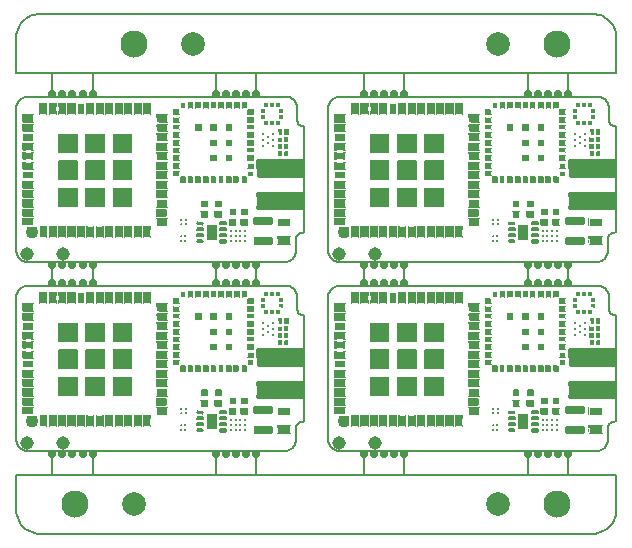
<source format=gbr>
*
%FSLAX26Y26*%
%MOIN*%
%ADD10C,0.015024*%
%ADD11C,0.013449*%
%ADD12C,0.004886*%
%ADD13C,0.004904*%
%ADD14R,0.020750X0.020750*%
%ADD15C,0.004000*%
%ADD16R,0.023750X0.023750*%
%ADD17C,0.001000*%
%ADD18R,0.064000X0.064000*%
%ADD19C,0.033250*%
%ADD20C,0.042750*%
%ADD21R,0.027500X0.027500*%
%ADD22C,0.001500*%
%ADD23C,0.045000*%
%ADD24R,0.015500X0.015500*%
%ADD25C,0.016094*%
%ADD26R,0.035500X0.035500*%
%ADD27C,0.015094*%
%ADD28C,0.001250*%
%ADD29C,0.000500*%
%ADD30R,0.000500X0.000500*%
%ADD31R,0.000750X0.000750*%
%ADD32R,0.001000X0.001000*%
%ADD33R,0.002000X0.002000*%
%ADD34R,0.001250X0.001250*%
%ADD35C,0.000750*%
%ADD36R,0.005000X0.005000*%
%ADD37C,0.005000*%
%ADD38C,0.009843*%
%ADD39C,0.009449*%
%ADD40C,0.007874*%
%ADD41R,0.016024X0.016024*%
%ADD42R,0.014843X0.014843*%
%ADD43C,0.005906*%
%ADD44C,0.003000*%
%ADD45C,0.002000*%
%ADD46C,0.027559*%
%ADD47C,0.006063*%
%ADD48C,0.008000*%
%ADD49C,0.090551*%
%ADD50C,0.078740*%
%IPPOS*%
%LNgts.gbr*%
%LPD*%
G75*
G54D10*
X957087Y227166D02*
Y183071D01*
X810630D01*
Y227166D01*
X957087D01*
Y193544D02*
X810630D01*
Y204016D02*
X957087D01*
Y214489D02*
X810630D01*
Y224961D02*
X957087D01*
X810630Y291339D02*
Y335434D01*
X957087D01*
Y291339D01*
X810630D01*
Y301812D02*
X957087D01*
Y312284D02*
X810630D01*
Y322756D02*
X957087D01*
Y333229D02*
X810630D01*
G54D11*
X852697Y78150D02*
Y63977D01*
X798689D01*
Y78150D01*
X852697D01*
Y72953D02*
X798689D01*
X852697Y128938D02*
Y143111D01*
Y128938D02*
X798689D01*
Y143111D01*
X852697D01*
Y137914D02*
X798689D01*
G54D12*
X880264Y481741D02*
Y490701D01*
X890209D01*
Y481741D01*
X880264D01*
Y482583D02*
X890209D01*
Y483426D02*
X880264D01*
Y484268D02*
X890209D01*
Y485111D02*
X880264D01*
Y485953D02*
X890209D01*
Y486796D02*
X880264D01*
Y487638D02*
X890209D01*
Y488481D02*
X880264D01*
Y489323D02*
X890209D01*
Y490166D02*
X880264D01*
Y501426D02*
Y510386D01*
X890209D01*
Y501426D01*
X880264D01*
Y502268D02*
X890209D01*
Y503111D02*
X880264D01*
Y503953D02*
X890209D01*
Y504796D02*
X880264D01*
Y505638D02*
X890209D01*
Y506481D02*
X880264D01*
Y507323D02*
X890209D01*
Y508166D02*
X880264D01*
Y509008D02*
X890209D01*
Y509851D02*
X880264D01*
X870323Y521209D02*
Y531154D01*
X879283D01*
Y521209D01*
X870323D01*
Y522052D02*
X879283D01*
Y522894D02*
X870323D01*
Y523737D02*
X879283D01*
Y524579D02*
X870323D01*
Y525422D02*
X879283D01*
Y526264D02*
X870323D01*
Y527107D02*
X879283D01*
Y527949D02*
X870323D01*
Y528792D02*
X879283D01*
Y529634D02*
X870323D01*
Y530477D02*
X879283D01*
X850638Y531154D02*
Y521209D01*
Y531154D02*
X859598D01*
Y521209D01*
X850638D01*
Y522052D02*
X859598D01*
Y522894D02*
X850638D01*
Y523737D02*
X859598D01*
Y524579D02*
X850638D01*
Y525422D02*
X859598D01*
Y526264D02*
X850638D01*
Y527107D02*
X859598D01*
Y527949D02*
X850638D01*
Y528792D02*
X859598D01*
Y529634D02*
X850638D01*
Y530477D02*
X859598D01*
X830953Y531154D02*
Y521209D01*
Y531154D02*
X839913D01*
Y521209D01*
X830953D01*
Y522052D02*
X839913D01*
Y522894D02*
X830953D01*
Y523737D02*
X839913D01*
Y524579D02*
X830953D01*
Y525422D02*
X839913D01*
Y526264D02*
X830953D01*
Y527107D02*
X839913D01*
Y527949D02*
X830953D01*
Y528792D02*
X839913D01*
Y529634D02*
X830953D01*
Y530477D02*
X839913D01*
X820028Y510386D02*
Y501426D01*
Y510386D02*
X829972D01*
Y501426D01*
X820028D01*
Y502268D02*
X829972D01*
Y503111D02*
X820028D01*
Y503953D02*
X829972D01*
Y504796D02*
X820028D01*
Y505638D02*
X829972D01*
Y506481D02*
X820028D01*
Y507323D02*
X829972D01*
Y508166D02*
X820028D01*
Y509008D02*
X829972D01*
Y509851D02*
X820028D01*
Y490701D02*
Y481741D01*
Y490701D02*
X829972D01*
Y481741D01*
X820028D01*
Y482583D02*
X829972D01*
Y483426D02*
X820028D01*
Y484268D02*
X829972D01*
Y485111D02*
X820028D01*
Y485953D02*
X829972D01*
Y486796D02*
X820028D01*
Y487638D02*
X829972D01*
Y488481D02*
X820028D01*
Y489323D02*
X829972D01*
Y490166D02*
X820028D01*
X830953Y470918D02*
Y460973D01*
Y470918D02*
X839913D01*
Y460973D01*
X830953D01*
Y461816D02*
X839913D01*
Y462658D02*
X830953D01*
Y463501D02*
X839913D01*
Y464343D02*
X830953D01*
Y465186D02*
X839913D01*
Y466028D02*
X830953D01*
Y466871D02*
X839913D01*
Y467713D02*
X830953D01*
Y468556D02*
X839913D01*
Y469398D02*
X830953D01*
Y470241D02*
X839913D01*
X850638Y470918D02*
Y460973D01*
Y470918D02*
X859598D01*
Y460973D01*
X850638D01*
Y461816D02*
X859598D01*
Y462658D02*
X850638D01*
Y463501D02*
X859598D01*
Y464343D02*
X850638D01*
Y465186D02*
X859598D01*
Y466028D02*
X850638D01*
Y466871D02*
X859598D01*
Y467713D02*
X850638D01*
Y468556D02*
X859598D01*
Y469398D02*
X850638D01*
Y470241D02*
X859598D01*
G54D13*
X870236Y470906D02*
Y460985D01*
Y470906D02*
X879370D01*
Y460985D01*
X870236D01*
Y461843D02*
X879370D01*
Y462701D02*
X870236D01*
Y463560D02*
X879370D01*
Y464418D02*
X870236D01*
Y465276D02*
X879370D01*
Y466134D02*
X870236D01*
Y466993D02*
X879370D01*
Y467851D02*
X870236D01*
Y468709D02*
X879370D01*
Y469567D02*
X870236D01*
Y470426D02*
X879370D01*
G54D14*
X674378Y194882D02*
X678378D01*
G54D15*
X666003Y205257D02*
X686753D01*
X666003Y184507D02*
X686753D01*
G54D14*
X674378Y159449D02*
X678378D01*
G54D15*
X666003Y169824D02*
X686753D01*
X666003Y149074D02*
X686753D01*
G54D16*
X36408Y480316D02*
X49158D01*
G54D17*
X25033Y492191D02*
X60533D01*
X25033Y468441D02*
X60533D01*
G54D16*
X36408Y448819D02*
X49158D01*
G54D17*
X25033Y460694D02*
X60533D01*
X25033Y436944D02*
X60533D01*
G54D16*
X36408Y417323D02*
X49158D01*
G54D17*
X25033Y429198D02*
X60533D01*
X25033Y405448D02*
X60533D01*
G54D16*
X36408Y385827D02*
X49158D01*
G54D17*
X25033Y397702D02*
X60533D01*
X25033Y373952D02*
X60533D01*
G54D16*
X36408Y354331D02*
X49158D01*
G54D17*
X25033Y366206D02*
X60533D01*
X25033Y342456D02*
X60533D01*
G54D16*
X36408Y322835D02*
X49158D01*
G54D17*
X25033Y334710D02*
X60533D01*
X25033Y310960D02*
X60533D01*
G54D16*
X36408Y291339D02*
X49158D01*
G54D17*
X25033Y303214D02*
X60533D01*
X25033Y279464D02*
X60533D01*
G54D16*
X36408Y259843D02*
X49158D01*
G54D17*
X25033Y271718D02*
X60533D01*
X25033Y247968D02*
X60533D01*
G54D16*
X36408Y228347D02*
X49158D01*
G54D17*
X25033Y240222D02*
X60533D01*
X25033Y216472D02*
X60533D01*
G54D16*
X36408Y196851D02*
X49158D01*
G54D17*
X25033Y208726D02*
X60533D01*
X25033Y184976D02*
X60533D01*
G54D16*
X36408Y165355D02*
X49158D01*
G54D17*
X25033Y177230D02*
X60533D01*
X25033Y153480D02*
X60533D01*
G54D16*
X36408Y133859D02*
X49158D01*
G54D17*
X25033Y145734D02*
X60533D01*
X25033Y121984D02*
X60533D01*
G54D16*
X91996Y95988D02*
Y108738D01*
G54D17*
X80121Y84613D02*
Y120113D01*
X103871Y84613D02*
Y120113D01*
G54D16*
X123492Y95988D02*
Y108738D01*
G54D17*
X111617Y84613D02*
Y120113D01*
X135367Y84613D02*
Y120113D01*
G54D16*
X154988Y95988D02*
Y108738D01*
G54D17*
X143113Y84613D02*
Y120113D01*
X166863Y84613D02*
Y120113D01*
G54D16*
X186484Y95988D02*
Y108738D01*
G54D17*
X174609Y84613D02*
Y120113D01*
X198359Y84613D02*
Y120113D01*
G54D16*
X217980Y95988D02*
Y108738D01*
G54D17*
X206105Y84613D02*
Y120113D01*
X229855Y84613D02*
Y120113D01*
G54D16*
X249476Y95988D02*
Y108738D01*
G54D17*
X237601Y84613D02*
Y120113D01*
X261351Y84613D02*
Y120113D01*
G54D16*
X280972Y95988D02*
Y108738D01*
G54D17*
X269097Y84613D02*
Y120113D01*
X292847Y84613D02*
Y120113D01*
G54D16*
X312468Y95988D02*
Y108738D01*
G54D17*
X300593Y84613D02*
Y120113D01*
X324343Y84613D02*
Y120113D01*
G54D16*
X343965Y95988D02*
Y108738D01*
G54D17*
X332090Y84613D02*
Y120113D01*
X355840Y84613D02*
Y120113D01*
G54D16*
X375461Y95988D02*
Y108738D01*
G54D17*
X363586Y84613D02*
Y120113D01*
X387336Y84613D02*
Y120113D01*
G54D16*
X406957Y95988D02*
Y108738D01*
G54D17*
X395082Y84613D02*
Y120113D01*
X418832Y84613D02*
Y120113D01*
G54D16*
X438453Y95988D02*
Y108738D01*
G54D17*
X426578Y84613D02*
Y120113D01*
X450328Y84613D02*
Y120113D01*
G54D16*
X481290Y133859D02*
X494040D01*
G54D17*
X469915Y145734D02*
X505415D01*
X469915Y121984D02*
X505415D01*
G54D16*
X481290Y165355D02*
X494040D01*
G54D17*
X469915Y177230D02*
X505415D01*
X469915Y153480D02*
X505415D01*
G54D16*
X481290Y196851D02*
X494040D01*
G54D17*
X469915Y208726D02*
X505415D01*
X469915Y184976D02*
X505415D01*
G54D16*
X481290Y228347D02*
X494040D01*
G54D17*
X469915Y240222D02*
X505415D01*
X469915Y216472D02*
X505415D01*
G54D16*
X481290Y259843D02*
X494040D01*
G54D17*
X469915Y271718D02*
X505415D01*
X469915Y247968D02*
X505415D01*
G54D16*
X481290Y291339D02*
X494040D01*
G54D17*
X469915Y303214D02*
X505415D01*
X469915Y279464D02*
X505415D01*
G54D16*
X481290Y322835D02*
X494040D01*
G54D17*
X469915Y334710D02*
X505415D01*
X469915Y310960D02*
X505415D01*
G54D16*
X481290Y354331D02*
X494040D01*
G54D17*
X469915Y366206D02*
X505415D01*
X469915Y342456D02*
X505415D01*
G54D16*
X481290Y385827D02*
X494040D01*
G54D17*
X469915Y397702D02*
X505415D01*
X469915Y373952D02*
X505415D01*
G54D16*
X481290Y417323D02*
X494040D01*
G54D17*
X469915Y429198D02*
X505415D01*
X469915Y405448D02*
X505415D01*
G54D16*
X481290Y448819D02*
X494040D01*
G54D17*
X469915Y460694D02*
X505415D01*
X469915Y436944D02*
X505415D01*
G54D16*
X481290Y480316D02*
X494040D01*
G54D17*
X469915Y492191D02*
X505415D01*
X469915Y468441D02*
X505415D01*
G54D16*
X438453Y505437D02*
Y518187D01*
G54D17*
X426578Y494062D02*
Y529562D01*
X450328Y494062D02*
Y529562D01*
G54D16*
X406957Y505437D02*
Y518187D01*
G54D17*
X395082Y494062D02*
Y529562D01*
X418832Y494062D02*
Y529562D01*
G54D16*
X375461Y505437D02*
Y518187D01*
G54D17*
X363586Y494062D02*
Y529562D01*
X387336Y494062D02*
Y529562D01*
G54D16*
X343965Y505437D02*
Y518187D01*
G54D17*
X332090Y494062D02*
Y529562D01*
X355840Y494062D02*
Y529562D01*
G54D16*
X312468Y505437D02*
Y518187D01*
G54D17*
X300593Y494062D02*
Y529562D01*
X324343Y494062D02*
Y529562D01*
G54D16*
X280972Y505437D02*
Y518187D01*
G54D17*
X269097Y494062D02*
Y529562D01*
X292847Y494062D02*
Y529562D01*
G54D16*
X249476Y505437D02*
Y518187D01*
G54D17*
X237601Y494062D02*
Y529562D01*
X261351Y494062D02*
Y529562D01*
G54D16*
X217980Y505437D02*
Y518187D01*
G54D17*
X206105Y494062D02*
Y529562D01*
X229855Y494062D02*
Y529562D01*
G54D16*
X186484Y505437D02*
Y518187D01*
G54D17*
X174609Y494062D02*
Y529562D01*
X198359Y494062D02*
Y529562D01*
G54D16*
X154988Y505437D02*
Y518187D01*
G54D17*
X143113Y494062D02*
Y529562D01*
X166863Y494062D02*
Y529562D01*
G54D16*
X123492Y505437D02*
Y518187D01*
G54D17*
X111617Y494062D02*
Y529562D01*
X135367Y494062D02*
Y529562D01*
G54D16*
X91996Y505437D02*
Y518187D01*
G54D17*
X80121Y494062D02*
Y529562D01*
X103871Y494062D02*
Y529562D01*
G54D18*
X172673Y397638D02*
X176673D01*
G54D15*
X142673Y429638D02*
X206673D01*
X142673Y365638D02*
X206673D01*
G54D18*
X263224Y397638D02*
X267224D01*
G54D15*
X233224Y429638D02*
X297224D01*
X233224Y365638D02*
X297224D01*
G54D18*
X353776Y397638D02*
X357776D01*
G54D15*
X323776Y429638D02*
X387776D01*
X323776Y365638D02*
X387776D01*
G54D18*
X172673Y307087D02*
X176673D01*
G54D15*
X142673Y339087D02*
X206673D01*
X142673Y275087D02*
X206673D01*
G54D18*
X263224Y307087D02*
X267224D01*
G54D15*
X233224Y339087D02*
X297224D01*
X233224Y275087D02*
X297224D01*
G54D18*
X353776Y307087D02*
X357776D01*
G54D15*
X323776Y339087D02*
X387776D01*
X323776Y275087D02*
X387776D01*
G54D18*
X172673Y216536D02*
X176673D01*
G54D15*
X142673Y248536D02*
X206673D01*
X142673Y184536D02*
X206673D01*
G54D18*
X263224Y216536D02*
X267224D01*
G54D15*
X233224Y248536D02*
X297224D01*
X233224Y184536D02*
X297224D01*
G54D18*
X353776Y216536D02*
X357776D01*
G54D15*
X323776Y248536D02*
X387776D01*
X323776Y184536D02*
X387776D01*
G54D19*
X844488Y205119D03*
X923228D03*
G54D20*
X57874Y101575D03*
G54D19*
X923228Y313386D03*
X844488D03*
G54D14*
X627134Y159449D02*
X631134D01*
G54D15*
X618759Y169824D02*
X639509D01*
X618759Y149074D02*
X639509D01*
G54D14*
X627134Y194882D02*
X631134D01*
G54D15*
X618759Y205257D02*
X639509D01*
X618759Y184507D02*
X639509D01*
G54D21*
X885619Y133071D02*
X902869D01*
G54D22*
X872619Y146821D02*
X915869D01*
X872619Y119321D02*
X915869D01*
G54D21*
X885619Y74016D02*
X902869D01*
G54D22*
X872619Y87766D02*
X915869D01*
X872619Y60266D02*
X915869D01*
G54D14*
X760598Y169292D02*
X764598D01*
G54D15*
X752223Y179667D02*
X772973D01*
X752223Y158917D02*
X772973D01*
G54D14*
X760598Y133859D02*
X764598D01*
G54D15*
X752223Y144234D02*
X772973D01*
X752223Y123484D02*
X772973D01*
G54D14*
X722016Y169292D02*
X726016D01*
G54D15*
X713641Y179667D02*
X734391D01*
X713641Y158917D02*
X734391D01*
G54D14*
X722016Y133859D02*
X726016D01*
G54D15*
X713641Y144234D02*
X734391D01*
X713641Y123484D02*
X734391D01*
G54D23*
X39370Y27560D03*
X159449D03*
G54D24*
X781502Y296851D02*
X787002D01*
G54D22*
X774502Y304601D02*
X794002D01*
X774502Y289101D02*
X794002D01*
G54D24*
X781502Y322441D02*
X787002D01*
G54D22*
X774502Y330191D02*
X794002D01*
X774502Y314691D02*
X794002D01*
G54D24*
X781502Y348032D02*
X787002D01*
G54D22*
X774502Y355782D02*
X794002D01*
X774502Y340282D02*
X794002D01*
G54D24*
X781502Y373623D02*
X787002D01*
G54D22*
X774502Y381373D02*
X794002D01*
X774502Y365873D02*
X794002D01*
G54D24*
X781502Y399213D02*
X787002D01*
G54D22*
X774502Y406963D02*
X794002D01*
X774502Y391463D02*
X794002D01*
G54D24*
X781502Y424804D02*
X787002D01*
G54D22*
X774502Y432554D02*
X794002D01*
X774502Y417054D02*
X794002D01*
G54D24*
X781502Y450394D02*
X787002D01*
G54D22*
X774502Y458144D02*
X794002D01*
X774502Y442644D02*
X794002D01*
G54D24*
X781502Y475985D02*
X787002D01*
G54D22*
X774502Y483735D02*
X794002D01*
X774502Y468235D02*
X794002D01*
G54D24*
X781502Y501575D02*
X787002D01*
G54D22*
X774502Y509325D02*
X794002D01*
X774502Y493825D02*
X794002D01*
G54D24*
X762598Y520479D02*
Y525979D01*
G54D22*
X754848Y513479D02*
Y532979D01*
X770348Y513479D02*
Y532979D01*
G54D24*
X737008Y520479D02*
Y525979D01*
G54D22*
X729258Y513479D02*
Y532979D01*
X744758Y513479D02*
Y532979D01*
G54D24*
X711417Y520479D02*
Y525979D01*
G54D22*
X703667Y513479D02*
Y532979D01*
X719167Y513479D02*
Y532979D01*
G54D24*
X683858Y520479D02*
Y525979D01*
G54D22*
X676108Y513479D02*
Y532979D01*
X691608Y513479D02*
Y532979D01*
G54D24*
X660236Y520479D02*
Y525979D01*
G54D22*
X652486Y513479D02*
Y532979D01*
X667986Y513479D02*
Y532979D01*
G54D24*
X634646Y520479D02*
Y525979D01*
G54D22*
X626896Y513479D02*
Y532979D01*
X642396Y513479D02*
Y532979D01*
G54D24*
X609055Y520479D02*
Y525979D01*
G54D22*
X601305Y513479D02*
Y532979D01*
X616805Y513479D02*
Y532979D01*
G54D24*
X583465Y520479D02*
Y525979D01*
G54D22*
X575715Y513479D02*
Y532979D01*
X591215Y513479D02*
Y532979D01*
G54D24*
X557874Y520479D02*
Y525979D01*
G54D22*
X550124Y513479D02*
Y532979D01*
X565624Y513479D02*
Y532979D01*
G54D24*
X533470Y501575D02*
X538970D01*
G54D22*
X526470Y509325D02*
X545970D01*
X526470Y493825D02*
X545970D01*
G54D24*
X533470Y475985D02*
X538970D01*
G54D22*
X526470Y483735D02*
X545970D01*
X526470Y468235D02*
X545970D01*
G54D24*
X533470Y450394D02*
X538970D01*
G54D22*
X526470Y458144D02*
X545970D01*
X526470Y442644D02*
X545970D01*
G54D24*
X533470Y424804D02*
X538970D01*
G54D22*
X526470Y432554D02*
X545970D01*
X526470Y417054D02*
X545970D01*
G54D24*
X533470Y399213D02*
X538970D01*
G54D22*
X526470Y406963D02*
X545970D01*
X526470Y391463D02*
X545970D01*
G54D24*
X533470Y373623D02*
X538970D01*
G54D22*
X526470Y381373D02*
X545970D01*
X526470Y365873D02*
X545970D01*
G54D24*
X533470Y348032D02*
X538970D01*
G54D22*
X526470Y355782D02*
X545970D01*
X526470Y340282D02*
X545970D01*
G54D24*
X533470Y322441D02*
X538970D01*
G54D22*
X526470Y330191D02*
X545970D01*
X526470Y314691D02*
X545970D01*
G54D24*
X533470Y296851D02*
X538970D01*
G54D22*
X526470Y304601D02*
X545970D01*
X526470Y289101D02*
X545970D01*
G54D24*
X557874Y272447D02*
Y277947D01*
G54D22*
X550124Y265447D02*
Y284947D01*
X565624Y265447D02*
Y284947D01*
G54D24*
X583465Y272447D02*
Y277947D01*
G54D22*
X575715Y265447D02*
Y284947D01*
X591215Y265447D02*
Y284947D01*
G54D24*
X609055Y272447D02*
Y277947D01*
G54D22*
X601305Y265447D02*
Y284947D01*
X616805Y265447D02*
Y284947D01*
G54D24*
X634646Y272447D02*
Y277947D01*
G54D22*
X626896Y265447D02*
Y284947D01*
X642396Y265447D02*
Y284947D01*
G54D24*
X660236Y272447D02*
Y277947D01*
G54D22*
X652486Y265447D02*
Y284947D01*
X667986Y265447D02*
Y284947D01*
G54D24*
X685827Y272447D02*
Y277947D01*
G54D22*
X678077Y265447D02*
Y284947D01*
X693577Y265447D02*
Y284947D01*
G54D24*
X711417Y272447D02*
Y277947D01*
G54D22*
X703667Y265447D02*
Y284947D01*
X719167Y265447D02*
Y284947D01*
G54D24*
X735039Y272447D02*
Y277947D01*
G54D22*
X727289Y265447D02*
Y284947D01*
X742789Y265447D02*
Y284947D01*
G54D24*
X762598Y272447D02*
Y277947D01*
G54D22*
X754848Y265447D02*
Y284947D01*
X770348Y265447D02*
Y284947D01*
G54D14*
X658236Y399213D02*
X662236D01*
G54D15*
X649861Y409588D02*
X670611D01*
X649861Y388838D02*
X670611D01*
G54D14*
X658236Y348032D02*
X662236D01*
G54D15*
X649861Y358407D02*
X670611D01*
X649861Y337657D02*
X670611D01*
G54D14*
X709417Y348032D02*
X713417D01*
G54D15*
X701042Y358407D02*
X721792D01*
X701042Y337657D02*
X721792D01*
G54D14*
X709417Y399213D02*
X713417D01*
G54D15*
X701042Y409588D02*
X721792D01*
X701042Y388838D02*
X721792D01*
G54D14*
X709417Y450394D02*
X713417D01*
G54D15*
X701042Y460769D02*
X721792D01*
X701042Y440019D02*
X721792D01*
G54D14*
X658236Y450394D02*
X662236D01*
G54D15*
X649861Y460769D02*
X670611D01*
X649861Y440019D02*
X670611D01*
G54D14*
X607055Y450394D02*
X611055D01*
G54D15*
X598680Y460769D02*
X619430D01*
X598680Y440019D02*
X619430D01*
G54D25*
X609252Y129528D02*
X620276D01*
X609252Y109843D02*
X620276D01*
X609252Y90158D02*
X620276D01*
X609252Y70473D02*
X620276D01*
X686023D02*
X697047D01*
X686023Y90158D02*
X697047D01*
X686023Y109843D02*
X697047D01*
X686023Y129528D02*
X697047D01*
G54D26*
X653150Y91626D02*
Y108376D01*
G54D17*
X635400Y74376D02*
Y125626D01*
X670900Y74376D02*
Y125626D01*
G54D16*
X676378Y159449D03*
G54D27*
X686023Y109843D02*
X697047D01*
X609252Y90158D02*
X620276D01*
X686023D02*
X697047D01*
X686023Y129528D02*
X697047D01*
%LPC*%
G75*
X697047Y129528D02*
G54D28*
X468834Y460218D02*
X470392Y461776D01*
G54D29*
X560784Y128422D02*
X560893Y123923D01*
X561073Y128429D02*
X561182Y123930D01*
G54D30*
X774204Y356742D02*
X794300D01*
G54D31*
X774110Y382286D02*
X794394D01*
G54D32*
X774050Y365137D02*
X794454D01*
G54D31*
X774062Y407831D02*
X794441D01*
G54D32*
X774039Y390681D02*
X794465D01*
X774039Y433360D02*
X794465D01*
G54D31*
X774043Y416226D02*
X794461D01*
G54D32*
X774060Y458857D02*
X794444D01*
G54D31*
X774081Y441755D02*
X794423D01*
X774145Y484670D02*
X794359D01*
G54D30*
X774294Y467252D02*
X794210D01*
G54D32*
X774042Y493065D02*
X794462D01*
X754115Y533430D02*
Y513027D01*
G54D33*
X754845Y533232D02*
X770351D01*
G54D30*
X728289Y533247D02*
Y513211D01*
X745719Y533272D02*
Y513186D01*
G54D33*
X729255Y533232D02*
X744761D01*
G54D32*
X719894Y533427D02*
Y513030D01*
G54D33*
X703664Y533232D02*
X719170D01*
X676105D02*
X691611D01*
X652483D02*
X667989D01*
X626893D02*
X642399D01*
X601302D02*
X616808D01*
X575712D02*
X591218D01*
G54D31*
X526088Y467314D02*
X546353D01*
G54D34*
X526103Y442026D02*
X546338D01*
G54D32*
X526008Y458919D02*
X546433D01*
G54D30*
X526121Y313753D02*
X546320D01*
G54D32*
X526012Y305358D02*
X546429D01*
G54D31*
X566519Y285362D02*
Y265032D01*
G54D29*
X574945Y264597D02*
X577523Y264368D01*
G54D31*
X592127Y285341D02*
Y265053D01*
G54D32*
X574915Y285411D02*
Y264984D01*
G54D30*
X617782Y285183D02*
Y265212D01*
G54D32*
X600522Y285411D02*
Y264984D01*
G54D31*
X643263Y285387D02*
Y265008D01*
G54D32*
X626177Y285392D02*
Y265003D01*
G54D30*
X668950Y285232D02*
Y265162D01*
G54D31*
X651659Y285406D02*
Y264989D01*
X694432Y285395D02*
Y265000D01*
G54D32*
X677345Y285398D02*
Y264997D01*
G54D31*
X702827Y285402D02*
Y264993D01*
G54D22*
X741555Y263929D02*
X744202Y265907D01*
G54D17*
X753565Y265583D02*
X755316Y264127D01*
G54D35*
X601990Y114166D02*
X604929Y117105D01*
X600977Y111564D02*
X601158Y107411D01*
G54D36*
X26783Y120924D02*
X68903D01*
G54D37*
X849029Y425941D02*
X853012Y419170D01*
Y415477D02*
X849029Y408706D01*
X849438Y404351D02*
X851546Y400768D01*
Y394509D02*
X849438Y390925D01*
G54D36*
X840982Y406868D02*
X843269D01*
G54D37*
X831240Y415477D02*
X835223Y408706D01*
X836276Y426523D02*
X831243Y417967D01*
X834814Y404351D02*
X832706Y400768D01*
Y394509D02*
X834814Y390925D01*
G54D36*
X826537Y416711D02*
X824250D01*
X561024Y67821D02*
Y75881D01*
G54D37*
X771807Y287642D02*
X773043Y286406D01*
Y512020D02*
X771807Y510784D01*
X547429Y512020D02*
X548665Y510784D01*
X547429Y286406D02*
X548665Y287642D01*
G54D36*
X608209Y119686D02*
X621318D01*
X603955Y100377D02*
X625573D01*
Y79939D02*
X603955D01*
X702344D02*
X680727D01*
X894476Y372067D02*
Y355792D01*
%LPD*%
G75*
X894476Y355792D02*
G54D38*
X568898Y141733D03*
Y125985D03*
X553150D03*
Y141733D03*
X766535Y70867D03*
X750787D03*
X735039D03*
X719291D03*
X766535Y86615D03*
X750787D03*
X735039D03*
X719291D03*
X766535Y102363D03*
X750787D03*
X735039D03*
X719291D03*
G54D39*
X858858Y427166D03*
Y407481D03*
Y387796D03*
X842126Y417323D03*
Y397638D03*
X825394Y427166D03*
Y407481D03*
Y387796D03*
G54D40*
X554134Y71851D03*
Y85630D03*
X567913D03*
Y71851D03*
G54D41*
X902953Y404379D02*
Y410284D01*
X882874Y404379D02*
Y410284D01*
X903740Y429331D02*
Y435237D01*
X883661Y429331D02*
Y435237D01*
X903197Y382875D02*
Y388780D01*
X883118Y382875D02*
Y388780D01*
G54D42*
X883953Y361961D02*
Y365898D01*
X903638Y361961D02*
Y365898D01*
%LPC*%
G75*
X903638Y365898D02*
G54D37*
X872598Y420028D02*
X913700D01*
X873371Y374106D02*
X915891D01*
X893793Y443761D02*
Y352241D01*
X874144Y396538D02*
X912751D01*
X78405Y121309D02*
Y83177D01*
%LPD*%
G75*
X78405Y83177D02*
G54D43*
X3937Y39371D02*
X4087Y35938D01*
X4535Y32536D01*
X5280Y29182D01*
X6311Y25906D01*
X7626Y22733D01*
X9213Y19686D01*
X11055Y16788D01*
X13150Y14064D01*
X15468Y11532D01*
X18000Y9213D01*
X20724Y7119D01*
X23622Y5276D01*
X26669Y3690D01*
X29843Y2375D01*
X33118Y1343D01*
X36472Y599D01*
X39874Y150D01*
X43307Y1D01*
X897638D01*
X901071Y150D01*
X904472Y599D01*
X907827Y1343D01*
X911102Y2375D01*
X914276Y3690D01*
X917323Y5276D01*
X920220Y7119D01*
X922945Y9213D01*
X925476Y11532D01*
X927795Y14064D01*
X929890Y16788D01*
X931732Y19686D01*
X933319Y22733D01*
X934634Y25906D01*
X935665Y29182D01*
X936409Y32536D01*
X936858Y35938D01*
X937008Y39371D01*
Y78741D01*
X937083Y80457D01*
X937307Y82158D01*
X937677Y83835D01*
X938197Y85473D01*
X938850Y87060D01*
X939646Y88583D01*
X940567Y90032D01*
X941614Y91394D01*
X942772Y92662D01*
X944039Y93819D01*
X945402Y94867D01*
X946850Y95788D01*
X948374Y96583D01*
X949961Y97237D01*
X951598Y97756D01*
X953276Y98127D01*
X954976Y98351D01*
X956693Y98426D01*
X957378Y98457D01*
X958059Y98544D01*
X958732Y98693D01*
X959386Y98902D01*
X960020Y99162D01*
X960630Y99481D01*
X961209Y99851D01*
X961756Y100268D01*
X962260Y100733D01*
X962724Y101237D01*
X963142Y101784D01*
X963512Y102363D01*
X963831Y102973D01*
X964091Y103607D01*
X964299Y104260D01*
X964449Y104934D01*
X964535Y105615D01*
X964567Y106300D01*
Y448819D01*
X964551Y449162D01*
X964508Y449504D01*
X964433Y449839D01*
X964331Y450166D01*
X964197Y450485D01*
X964039Y450788D01*
X963854Y451079D01*
X963646Y451351D01*
X963413Y451603D01*
X963161Y451835D01*
X962890Y452044D01*
X962598Y452229D01*
X962295Y452386D01*
X961976Y452520D01*
X961650Y452623D01*
X961315Y452697D01*
X960972Y452741D01*
X960630Y452756D01*
X958913Y452831D01*
X957213Y453056D01*
X955535Y453426D01*
X953898Y453945D01*
X952311Y454599D01*
X950787Y455394D01*
X949339Y456316D01*
X947976Y457363D01*
X946709Y458520D01*
X945551Y459788D01*
X944504Y461150D01*
X943583Y462599D01*
X942787Y464123D01*
X942134Y465709D01*
X941614Y467347D01*
X941244Y469024D01*
X941020Y470725D01*
X940945Y472441D01*
Y511812D01*
X940795Y515245D01*
X940346Y518646D01*
X939602Y522001D01*
X938571Y525276D01*
X937256Y528449D01*
X935669Y531497D01*
X933827Y534394D01*
X931732Y537119D01*
X929413Y539650D01*
X926882Y541969D01*
X924157Y544064D01*
X921260Y545906D01*
X918213Y547493D01*
X915039Y548808D01*
X911764Y549839D01*
X908409Y550583D01*
X905008Y551032D01*
X901575Y551182D01*
X43307D01*
X39874Y551032D01*
X36472Y550583D01*
X33118Y549839D01*
X29843Y548808D01*
X26669Y547493D01*
X23622Y545906D01*
X20724Y544064D01*
X18000Y541969D01*
X15468Y539650D01*
X13150Y537119D01*
X11055Y534394D01*
X9213Y531497D01*
X7626Y528449D01*
X6311Y525276D01*
X5280Y522001D01*
X4535Y518646D01*
X4087Y515245D01*
X3937Y511812D01*
Y39371D01*
%LPC*%
G75*
X3937Y39371D02*
G54D44*
X24535Y278997D02*
X61031D01*
Y303682D01*
X24535D01*
Y278997D01*
Y404981D02*
X61031D01*
Y429666D01*
X24535D01*
Y404981D01*
X50283Y335178D02*
X35283D01*
Y341989D02*
X50283D01*
Y366674D02*
X35283D01*
Y373485D02*
X50283D01*
X61031Y344863D02*
Y359863D01*
X85496Y493564D02*
X98496D01*
X135835Y505312D02*
Y518312D01*
X140677Y182540D02*
X208669D01*
Y250532D01*
X140677D01*
Y182540D01*
Y341083D02*
Y273091D01*
X208669D01*
Y341083D01*
Y363642D02*
Y431634D01*
X140677D01*
Y363642D01*
X142646Y518312D02*
Y505312D01*
X179984Y493564D02*
X192984D01*
X205638D02*
X230323D01*
Y530060D01*
X205638D01*
Y493564D01*
X231228Y182540D02*
X299220D01*
Y250532D01*
X231228D01*
Y182540D01*
Y341083D02*
Y273091D01*
X299220D01*
Y341083D01*
Y363642D02*
Y431634D01*
X231228D01*
Y363642D01*
X241976Y493564D02*
X256976D01*
X255976Y120611D02*
X242976D01*
X273472Y493564D02*
X288472D01*
X287472Y120611D02*
X274472D01*
X304968Y493564D02*
X319968D01*
X321780Y182540D02*
X389772D01*
Y250532D01*
X321780D01*
Y182540D01*
Y341083D02*
Y273091D01*
X389772D01*
Y341083D01*
Y363642D02*
Y431634D01*
X321780D01*
Y363642D01*
X450795Y90926D02*
Y105926D01*
X469417Y145025D02*
Y121516D01*
X505913D01*
Y142805D01*
Y188364D02*
Y209193D01*
X469417D01*
Y185655D01*
Y359469D02*
Y344469D01*
Y423606D02*
Y406418D01*
Y450000D02*
Y436477D01*
X474279D01*
X469417Y479932D02*
Y467973D01*
X475843D01*
X505913Y153012D02*
Y177697D01*
Y316335D02*
Y329335D01*
Y410823D02*
Y423823D01*
X542720Y484390D02*
X529720D01*
X545728Y125985D02*
X546216Y123338D01*
X547616Y121039D01*
X549743Y119391D01*
X550475Y119062D01*
Y132907D02*
X548182Y131498D01*
X546542Y129364D01*
X545771Y126785D01*
X545728Y125985D01*
Y141733D02*
X546216Y139086D01*
X547617Y136788D01*
X547668Y136731D01*
X559021Y146272D02*
X557016Y148067D01*
X554503Y149030D01*
X553150Y149154D01*
X550503Y148666D01*
X548204Y147266D01*
X546556Y145139D01*
X545775Y142563D01*
X545728Y141733D01*
X559831Y90688D02*
X557685Y92371D01*
X555083Y93189D01*
X554134Y93249D01*
X551451Y92761D01*
X549112Y91359D01*
X547416Y89223D01*
X546581Y86626D01*
X546516Y85630D01*
X550094Y512855D02*
X566280D01*
Y533603D01*
X549468D01*
Y513526D01*
X557659Y65098D02*
X559812Y66772D01*
X561024Y68600D01*
X562611Y66382D01*
X564352Y65117D01*
X562646Y77355D02*
X561045Y75147D01*
X561024Y75102D01*
X559437Y77320D01*
X559401Y77355D01*
X561975Y123310D02*
X563384Y121017D01*
X565519Y119378D01*
X568097Y118607D01*
X568898Y118564D01*
X571545Y119052D01*
X573843Y120452D01*
X575492Y122580D01*
X576272Y125155D01*
X576319Y125985D01*
X575831Y128632D01*
X574431Y130930D01*
X572303Y132578D01*
X570694Y133185D01*
X572419Y79487D02*
X574294Y81468D01*
X575351Y83981D01*
X575531Y85630D01*
X575043Y88313D01*
X573641Y90653D01*
X571505Y92349D01*
X568909Y93183D01*
X567913Y93249D01*
X565230Y92760D01*
X564722Y92548D01*
X571616Y65193D02*
X573724Y66924D01*
X575086Y69286D01*
X575531Y71851D01*
X575043Y74534D01*
X573641Y76874D01*
X573063Y77465D01*
X596713Y438052D02*
X621398D01*
Y462737D01*
X596713D01*
Y438052D01*
X601758Y73405D02*
X601207Y70656D01*
X601632Y67885D01*
X602983Y65427D01*
X605095Y63583D01*
X607711Y62575D01*
X609252Y62426D01*
X620276D01*
X623037Y62914D01*
X625463Y64320D01*
X627259Y66473D01*
X628207Y69112D01*
X628192Y71916D01*
X627217Y74544D01*
X625398Y76678D01*
X622958Y78059D01*
X622292Y78263D01*
X601835Y132649D02*
X601214Y129915D01*
X601570Y127134D01*
X602858Y124643D01*
X604922Y122746D01*
X607512Y121672D01*
X608307Y121537D01*
X602693Y512855D02*
X615693D01*
X607264Y102046D02*
X609252Y101796D01*
X620276D01*
X622264Y102046D01*
X622219Y121719D02*
X624780Y122860D01*
X626794Y124810D01*
X628017Y127333D01*
X628300Y130123D01*
X627609Y132840D01*
X626027Y135155D01*
X623747Y136787D01*
X621046Y137538D01*
X620276Y137575D01*
X608376Y137527D01*
X616791Y166949D02*
Y151237D01*
X619699Y207225D02*
X616791D01*
Y182540D01*
X641476D01*
Y207225D01*
X638345D01*
X628146Y512855D02*
X641146D01*
X634902Y73879D02*
X671398D01*
Y126123D01*
X634902D01*
Y73879D01*
X641476Y151949D02*
Y166949D01*
X647894Y335690D02*
X672579D01*
Y360375D01*
X647894D01*
Y335690D01*
Y386871D02*
X672579D01*
Y411556D01*
X647894D01*
Y386871D01*
Y438052D02*
X672579D01*
Y462737D01*
X647894D01*
Y438052D01*
X653343Y512855D02*
X666343D01*
X666691Y207225D02*
X664035D01*
Y182540D01*
X688720D01*
Y207225D01*
X685520D01*
X699075Y335690D02*
X723760D01*
Y360375D01*
X699075D01*
Y335690D01*
Y386871D02*
X723760D01*
Y411556D01*
X699075D01*
Y386871D01*
Y438052D02*
X723760D01*
Y462737D01*
X699075D01*
Y438052D01*
X711673Y156949D02*
X736358D01*
Y181634D01*
X711673D01*
Y156949D01*
X717516Y121516D02*
X731585D01*
X738848Y110295D02*
X736029Y111106D01*
X733100Y110946D01*
X730387Y109832D01*
X728191Y107888D01*
X727165Y106290D01*
X750256Y156949D02*
X774941D01*
Y181634D01*
X750256D01*
Y156949D01*
X754721Y121516D02*
X768321D01*
X773878Y304824D02*
Y288877D01*
X794562Y330847D02*
X773878D01*
Y316910D01*
X772736Y96119D02*
X774444Y98504D01*
X775273Y101317D01*
X775131Y104247D01*
X774034Y106968D01*
X772736Y108607D01*
X774000Y288445D02*
X794626D01*
Y305256D01*
X774000D01*
X791464Y126438D02*
X791949Y124353D01*
X793304Y122696D01*
X795251Y121807D01*
X796189Y121713D01*
X804921D01*
X791464Y79539D02*
Y65136D01*
X802618Y310351D02*
Y288839D01*
X803104Y286576D01*
X804477Y284712D01*
X805794Y283847D01*
X802618Y217522D02*
Y190520D01*
X818169Y387796D02*
X818657Y385186D01*
X820054Y382929D01*
X822173Y381328D01*
X824727Y380602D01*
X825394Y380571D01*
X828004Y381059D01*
X830261Y382457D01*
X831861Y384575D01*
X832587Y387129D01*
X832618Y387796D01*
X832130Y390406D01*
X830732Y392663D01*
X828613Y394263D01*
X826060Y394989D01*
X825394Y395020D01*
X822784Y394532D01*
X820527Y393135D01*
X818926Y391016D01*
X818200Y388462D01*
X818169Y387796D01*
Y407481D02*
X818657Y404871D01*
X820054Y402613D01*
X822173Y401013D01*
X824727Y400287D01*
X825394Y400256D01*
X828004Y400744D01*
X830261Y402142D01*
X831861Y404260D01*
X832587Y406814D01*
X832618Y407481D01*
X832130Y410091D01*
X830732Y412348D01*
X828613Y413948D01*
X826060Y414674D01*
X825394Y414705D01*
X822784Y414217D01*
X820527Y412820D01*
X818926Y410701D01*
X818200Y408147D01*
X818169Y407481D01*
X827764Y458276D02*
X843103D01*
Y473615D01*
X827764D01*
Y458276D01*
X843103Y533851D02*
X827764D01*
Y518512D01*
X834902Y397638D02*
X835390Y395028D01*
X836788Y392771D01*
X838906Y391171D01*
X841460Y390445D01*
X842126Y390414D01*
X844736Y390902D01*
X846993Y392300D01*
X848593Y394418D01*
X849319Y396972D01*
X849350Y397638D01*
X848862Y400248D01*
X847465Y402505D01*
X845346Y404105D01*
X842792Y404832D01*
X842126Y404863D01*
X839516Y404375D01*
X837259Y402977D01*
X835659Y400858D01*
X834933Y398305D01*
X834902Y397638D01*
X858402Y473615D02*
X847449D01*
Y458276D01*
X862140D01*
X851634Y387796D02*
X852122Y385186D01*
X853519Y382929D01*
X855638Y381328D01*
X858192Y380602D01*
X858858Y380571D01*
X861468Y381059D01*
X863725Y382456D01*
X865325Y384575D01*
X866052Y387129D01*
X866083Y387796D01*
X865595Y390406D01*
X864197Y392663D01*
X862078Y394263D01*
X859525Y394989D01*
X858858Y395020D01*
X856248Y394532D01*
X853991Y393134D01*
X852391Y391016D01*
X851665Y388462D01*
X851634Y387796D01*
X861084Y420293D02*
X863417Y421561D01*
X865134Y423586D01*
X866003Y426095D01*
X865908Y428748D01*
X864861Y431188D01*
X863002Y433085D01*
X860585Y434182D01*
X857934Y434332D01*
X855408Y433514D01*
X853348Y431838D01*
X852032Y429532D01*
X851985Y429391D01*
X859921Y64564D02*
Y77564D01*
X867134Y518512D02*
X882473D01*
Y533851D01*
X867134D01*
X867303Y458276D02*
X882303D01*
Y473615D02*
X867303D01*
X872059Y77564D02*
Y64564D01*
Y118760D02*
X916429D01*
Y147382D01*
X872059D01*
Y118760D01*
X890886Y418296D02*
X876161D01*
X875650Y434666D02*
Y421319D01*
X891161D01*
X877567Y493721D02*
Y478552D01*
X882303D01*
X895185Y374863D02*
X911209D01*
Y392830D01*
X907180Y354540D02*
X911059D01*
Y373319D01*
X896217D01*
X35283Y335178D02*
Y336678D01*
X50283D02*
Y335178D01*
X35283Y340489D02*
Y341989D01*
X50283D02*
Y340489D01*
X35283Y366674D02*
Y368174D01*
X50283D02*
Y366674D01*
X35283Y371985D02*
Y373485D01*
X50283D02*
Y371985D01*
X61031Y359863D02*
X62531D01*
Y344863D02*
X61031D01*
X85496Y492064D02*
Y493564D01*
X98496D02*
Y492064D01*
X135835Y518312D02*
X137335D01*
Y505312D02*
X135835D01*
X141677Y341083D02*
X140677D01*
X208669D02*
X207669D01*
X207485Y363642D02*
X208669D01*
X140677D02*
X141677D01*
X141146Y518312D02*
X142646D01*
Y505312D02*
X141146D01*
X179984Y492064D02*
Y493564D01*
X192984D02*
Y492064D01*
X232228Y341083D02*
X231228D01*
X299220D02*
X298220D01*
X298036Y363642D02*
X299220D01*
X231228D02*
X232228D01*
X241976Y492064D02*
Y493564D01*
X256976D02*
Y492064D01*
X242976Y120611D02*
Y122111D01*
X255976D02*
Y120611D01*
X273472Y492064D02*
Y493564D01*
X288472D02*
Y492064D01*
X274472Y120611D02*
Y122111D01*
X287472D02*
Y120611D01*
X304968Y492064D02*
Y493564D01*
X319968D02*
Y492064D01*
X322780Y341083D02*
X321780D01*
X389772D02*
X388772D01*
X387082Y363642D02*
X389772D01*
X321780D02*
X322780D01*
X450795Y105926D02*
X452295D01*
Y90926D02*
X450795D01*
X467917Y145072D02*
X469417Y145025D01*
X505913Y142805D02*
X507413Y142806D01*
Y188456D02*
X505913Y188364D01*
X469417Y185655D02*
X467917Y185579D01*
Y359469D02*
X469417D01*
Y344469D02*
X467917D01*
X469098Y423501D02*
X469417Y423606D01*
Y406418D02*
X467917Y404918D01*
Y448500D02*
X469417Y450000D01*
X474279Y436477D02*
X472779Y434977D01*
X467917Y478432D02*
X469417Y479932D01*
X475843Y467973D02*
X474343Y466473D01*
X502176Y153012D02*
X505913D01*
Y177697D02*
X502234D01*
X505913Y329335D02*
X507413D01*
Y316335D02*
X505913D01*
Y423823D02*
X507413D01*
Y410823D02*
X505913D01*
X529720Y484390D02*
Y485890D01*
X542720D02*
Y484390D01*
X550475Y119062D02*
X549709Y118495D01*
X549561Y118485D01*
Y133485D02*
X550402Y133037D01*
X550475Y132907D01*
X547668Y136731D02*
X547163Y136629D01*
X559827Y147650D02*
X559021Y146272D01*
X560119Y91391D02*
X559831Y90688D01*
X546516Y85630D02*
X546604Y84472D01*
X550094Y512401D02*
Y512855D01*
X549468Y513526D02*
X547968D01*
X564352Y65117D02*
X563526Y64641D01*
X563500Y64641D01*
X558514Y64618D02*
X557676Y65072D01*
X557659Y65098D01*
X559401Y77355D02*
X560076Y77618D01*
X561971D02*
X562646Y77355D01*
X561398Y122396D02*
X561846Y123237D01*
X561975Y123310D01*
X570694Y133185D02*
X571383Y133844D01*
X571651Y133879D01*
X573185Y79130D02*
X572419Y79487D01*
X564722Y92548D02*
X564703Y94164D01*
X573063Y77465D02*
X573742Y77742D01*
X572475Y64736D02*
X571628Y65174D01*
X571616Y65193D01*
X600020Y72906D02*
X601670Y73405D01*
X601758Y73405D01*
X622292Y78263D02*
X623473Y78970D01*
X600798Y132412D02*
X601712Y132683D01*
X601835Y132649D01*
X608307Y121537D02*
X607017Y120246D01*
X602693Y511355D02*
Y512855D01*
X615693D02*
Y511355D01*
X607264Y100505D02*
Y102046D01*
X622264D02*
Y100505D01*
X608376Y137527D02*
X608943Y139070D01*
X622844Y121291D02*
X622219Y121719D01*
X615291Y166949D02*
X616791D01*
Y151237D02*
X615291Y149736D01*
X619364Y207972D02*
X619699Y207225D01*
X638345D02*
X638589Y207879D01*
X628146Y511355D02*
Y512855D01*
X641146D02*
Y511355D01*
X641476Y166949D02*
X642976D01*
Y151949D02*
X641476D01*
X653343Y511355D02*
Y512855D01*
X666343D02*
Y511355D01*
X666382Y207948D02*
X666691Y207225D01*
X685520D02*
X685741Y207853D01*
X717516Y121008D02*
Y121516D01*
X731585D02*
X732631Y120016D01*
X738740Y111253D02*
X738853Y110306D01*
X738848Y110295D01*
X727165Y106290D02*
X725437Y108660D01*
X723839Y109895D01*
X753221Y120016D02*
X754721Y121516D01*
X768321D02*
Y120016D01*
X773046Y304380D02*
X773878Y304824D01*
Y288877D02*
X773046Y289322D01*
X794610Y331351D02*
X794562Y330847D01*
X773878Y316910D02*
X772378Y316282D01*
X772736Y108607D02*
X773663Y108868D01*
X773686Y108863D01*
X773414Y95863D02*
X772736Y96119D01*
X774000Y305256D02*
X774260Y305929D01*
Y287773D02*
X774000Y288445D01*
X791464Y126642D02*
Y126438D01*
X804921Y121713D02*
X803421Y120213D01*
X789965Y81039D02*
X791464Y79539D01*
Y65136D02*
X789965Y65161D01*
X801118Y310351D02*
X802618D01*
X805794Y283847D02*
X804979Y283352D01*
X804925Y283351D01*
X801118Y217502D02*
X802618Y217522D01*
Y190520D02*
X801118Y190499D01*
X843103Y532851D02*
Y533851D01*
X827764Y518512D02*
X828764D01*
X858297Y475115D02*
X858402Y473615D01*
X862140Y458276D02*
X861955Y457241D01*
X862011Y419666D02*
X861174Y420121D01*
X861084Y420293D01*
X851985Y429391D02*
X851377Y430125D01*
X851358Y430319D01*
X859921Y77564D02*
X861421D01*
Y64564D02*
X859921D01*
X867134Y519512D02*
Y518512D01*
Y533851D02*
Y532851D01*
X867303Y457831D02*
Y458276D01*
X882303D02*
Y456776D01*
X867303Y473615D02*
Y475115D01*
X882303D02*
Y473615D01*
X870559Y77564D02*
X872059D01*
Y64564D02*
X870559D01*
X890886Y417296D02*
Y418296D01*
X876161D02*
Y419666D01*
X874149Y434666D02*
X875650D01*
X891161Y421319D02*
Y420796D01*
X876067Y493721D02*
X877567D01*
X882303Y478552D02*
Y477052D01*
X895185Y375863D02*
Y374863D01*
X911209Y392830D02*
X912709Y392864D01*
X908039Y353040D02*
X907180Y354540D01*
X896217Y373319D02*
Y369657D01*
G36*
X845703Y531898D02*
Y533847D01*
X863506D01*
Y531898D01*
X845703D01*
G37*
G54D45*
X672578Y144371D02*
X678334Y144981D01*
X691674Y148163D01*
G54D37*
X679238Y119882D02*
X705563D01*
X680888Y100013D02*
X706472D01*
%LPD*%
G75*
X706472Y100013D02*
G54D46*
X124433Y559831D03*
X157898D03*
X191362D03*
X224827D03*
X258291D03*
X669616D03*
X703080D03*
X736545D03*
X770009D03*
X803474D03*
X124433Y-8580D03*
X157898D03*
X191362D03*
X224827D03*
X258291D03*
X669616D03*
X703080D03*
X736545D03*
X770009D03*
X803474D03*
G54D47*
X124433Y629866D02*
Y551182D01*
X258291Y629866D02*
Y551182D01*
X669616Y629866D02*
Y551182D01*
X803474Y629866D02*
Y551182D01*
X124433Y-56D02*
Y-78740D01*
X258291Y-56D02*
Y-78740D01*
X669616Y-56D02*
Y-78740D01*
X803474Y-56D02*
Y-78740D01*
G54D10*
X957087Y857087D02*
Y812993D01*
X810630D01*
Y857087D01*
X957087D01*
Y823465D02*
X810630D01*
Y833938D02*
X957087D01*
Y844410D02*
X810630D01*
Y854882D02*
X957087D01*
X810630Y921260D02*
Y965355D01*
X957087D01*
Y921260D01*
X810630D01*
Y931733D02*
X957087D01*
Y942205D02*
X810630D01*
Y952678D02*
X957087D01*
Y963150D02*
X810630D01*
G54D11*
X852697Y708071D02*
Y693898D01*
X798689D01*
Y708071D01*
X852697D01*
Y702875D02*
X798689D01*
X852697Y758859D02*
Y773032D01*
Y758859D02*
X798689D01*
Y773032D01*
X852697D01*
Y767835D02*
X798689D01*
G54D12*
X880264Y1111662D02*
Y1120623D01*
X890209D01*
Y1111662D01*
X880264D01*
Y1112504D02*
X890209D01*
Y1113347D02*
X880264D01*
Y1114190D02*
X890209D01*
Y1115032D02*
X880264D01*
Y1115875D02*
X890209D01*
Y1116717D02*
X880264D01*
Y1117560D02*
X890209D01*
Y1118402D02*
X880264D01*
Y1119245D02*
X890209D01*
Y1120087D02*
X880264D01*
Y1131347D02*
Y1140308D01*
X890209D01*
Y1131347D01*
X880264D01*
Y1132190D02*
X890209D01*
Y1133032D02*
X880264D01*
Y1133875D02*
X890209D01*
Y1134717D02*
X880264D01*
Y1135560D02*
X890209D01*
Y1136402D02*
X880264D01*
Y1137245D02*
X890209D01*
Y1138087D02*
X880264D01*
Y1138930D02*
X890209D01*
Y1139772D02*
X880264D01*
X870323Y1151130D02*
Y1161075D01*
X879283D01*
Y1151130D01*
X870323D01*
Y1151973D02*
X879283D01*
Y1152816D02*
X870323D01*
Y1153658D02*
X879283D01*
Y1154501D02*
X870323D01*
Y1155343D02*
X879283D01*
Y1156186D02*
X870323D01*
Y1157028D02*
X879283D01*
Y1157871D02*
X870323D01*
Y1158713D02*
X879283D01*
Y1159556D02*
X870323D01*
Y1160398D02*
X879283D01*
X850638Y1161075D02*
Y1151130D01*
Y1161075D02*
X859598D01*
Y1151130D01*
X850638D01*
Y1151973D02*
X859598D01*
Y1152816D02*
X850638D01*
Y1153658D02*
X859598D01*
Y1154501D02*
X850638D01*
Y1155343D02*
X859598D01*
Y1156186D02*
X850638D01*
Y1157028D02*
X859598D01*
Y1157871D02*
X850638D01*
Y1158713D02*
X859598D01*
Y1159556D02*
X850638D01*
Y1160398D02*
X859598D01*
X830953Y1161075D02*
Y1151130D01*
Y1161075D02*
X839913D01*
Y1151130D01*
X830953D01*
Y1151973D02*
X839913D01*
Y1152816D02*
X830953D01*
Y1153658D02*
X839913D01*
Y1154501D02*
X830953D01*
Y1155343D02*
X839913D01*
Y1156186D02*
X830953D01*
Y1157028D02*
X839913D01*
Y1157871D02*
X830953D01*
Y1158713D02*
X839913D01*
Y1159556D02*
X830953D01*
Y1160398D02*
X839913D01*
X820028Y1140308D02*
Y1131347D01*
Y1140308D02*
X829972D01*
Y1131347D01*
X820028D01*
Y1132190D02*
X829972D01*
Y1133032D02*
X820028D01*
Y1133875D02*
X829972D01*
Y1134717D02*
X820028D01*
Y1135560D02*
X829972D01*
Y1136402D02*
X820028D01*
Y1137245D02*
X829972D01*
Y1138087D02*
X820028D01*
Y1138930D02*
X829972D01*
Y1139772D02*
X820028D01*
Y1120623D02*
Y1111662D01*
Y1120623D02*
X829972D01*
Y1111662D01*
X820028D01*
Y1112504D02*
X829972D01*
Y1113347D02*
X820028D01*
Y1114190D02*
X829972D01*
Y1115032D02*
X820028D01*
Y1115875D02*
X829972D01*
Y1116717D02*
X820028D01*
Y1117560D02*
X829972D01*
Y1118402D02*
X820028D01*
Y1119245D02*
X829972D01*
Y1120087D02*
X820028D01*
X830953Y1100839D02*
Y1090894D01*
Y1100839D02*
X839913D01*
Y1090894D01*
X830953D01*
Y1091737D02*
X839913D01*
Y1092579D02*
X830953D01*
Y1093422D02*
X839913D01*
Y1094264D02*
X830953D01*
Y1095107D02*
X839913D01*
Y1095949D02*
X830953D01*
Y1096792D02*
X839913D01*
Y1097634D02*
X830953D01*
Y1098477D02*
X839913D01*
Y1099319D02*
X830953D01*
Y1100162D02*
X839913D01*
X850638Y1100839D02*
Y1090894D01*
Y1100839D02*
X859598D01*
Y1090894D01*
X850638D01*
Y1091737D02*
X859598D01*
Y1092579D02*
X850638D01*
Y1093422D02*
X859598D01*
Y1094264D02*
X850638D01*
Y1095107D02*
X859598D01*
Y1095949D02*
X850638D01*
Y1096792D02*
X859598D01*
Y1097634D02*
X850638D01*
Y1098477D02*
X859598D01*
Y1099319D02*
X850638D01*
Y1100162D02*
X859598D01*
G54D13*
X870236Y1100827D02*
Y1090906D01*
Y1100827D02*
X879370D01*
Y1090906D01*
X870236D01*
Y1091764D02*
X879370D01*
Y1092623D02*
X870236D01*
Y1093481D02*
X879370D01*
Y1094339D02*
X870236D01*
Y1095197D02*
X879370D01*
Y1096056D02*
X870236D01*
Y1096914D02*
X879370D01*
Y1097772D02*
X870236D01*
Y1098630D02*
X879370D01*
Y1099489D02*
X870236D01*
Y1100347D02*
X879370D01*
G54D14*
X674378Y824804D02*
X678378D01*
G54D15*
X666003Y835179D02*
X686753D01*
X666003Y814429D02*
X686753D01*
G54D14*
X674378Y789371D02*
X678378D01*
G54D15*
X666003Y799746D02*
X686753D01*
X666003Y778996D02*
X686753D01*
G54D16*
X36408Y1110237D02*
X49158D01*
G54D17*
X25033Y1122112D02*
X60533D01*
X25033Y1098362D02*
X60533D01*
G54D16*
X36408Y1078741D02*
X49158D01*
G54D17*
X25033Y1090616D02*
X60533D01*
X25033Y1066866D02*
X60533D01*
G54D16*
X36408Y1047245D02*
X49158D01*
G54D17*
X25033Y1059120D02*
X60533D01*
X25033Y1035370D02*
X60533D01*
G54D16*
X36408Y1015749D02*
X49158D01*
G54D17*
X25033Y1027624D02*
X60533D01*
X25033Y1003874D02*
X60533D01*
G54D16*
X36408Y984253D02*
X49158D01*
G54D17*
X25033Y996128D02*
X60533D01*
X25033Y972378D02*
X60533D01*
G54D16*
X36408Y952756D02*
X49158D01*
G54D17*
X25033Y964631D02*
X60533D01*
X25033Y940881D02*
X60533D01*
G54D16*
X36408Y921260D02*
X49158D01*
G54D17*
X25033Y933135D02*
X60533D01*
X25033Y909385D02*
X60533D01*
G54D16*
X36408Y889764D02*
X49158D01*
G54D17*
X25033Y901639D02*
X60533D01*
X25033Y877889D02*
X60533D01*
G54D16*
X36408Y858268D02*
X49158D01*
G54D17*
X25033Y870143D02*
X60533D01*
X25033Y846393D02*
X60533D01*
G54D16*
X36408Y826772D02*
X49158D01*
G54D17*
X25033Y838647D02*
X60533D01*
X25033Y814897D02*
X60533D01*
G54D16*
X36408Y795276D02*
X49158D01*
G54D17*
X25033Y807151D02*
X60533D01*
X25033Y783401D02*
X60533D01*
G54D16*
X36408Y763780D02*
X49158D01*
G54D17*
X25033Y775655D02*
X60533D01*
X25033Y751905D02*
X60533D01*
G54D16*
X91996Y725909D02*
Y738659D01*
G54D17*
X80121Y714534D02*
Y750034D01*
X103871Y714534D02*
Y750034D01*
G54D16*
X123492Y725909D02*
Y738659D01*
G54D17*
X111617Y714534D02*
Y750034D01*
X135367Y714534D02*
Y750034D01*
G54D16*
X154988Y725909D02*
Y738659D01*
G54D17*
X143113Y714534D02*
Y750034D01*
X166863Y714534D02*
Y750034D01*
G54D16*
X186484Y725909D02*
Y738659D01*
G54D17*
X174609Y714534D02*
Y750034D01*
X198359Y714534D02*
Y750034D01*
G54D16*
X217980Y725909D02*
Y738659D01*
G54D17*
X206105Y714534D02*
Y750034D01*
X229855Y714534D02*
Y750034D01*
G54D16*
X249476Y725909D02*
Y738659D01*
G54D17*
X237601Y714534D02*
Y750034D01*
X261351Y714534D02*
Y750034D01*
G54D16*
X280972Y725909D02*
Y738659D01*
G54D17*
X269097Y714534D02*
Y750034D01*
X292847Y714534D02*
Y750034D01*
G54D16*
X312468Y725909D02*
Y738659D01*
G54D17*
X300593Y714534D02*
Y750034D01*
X324343Y714534D02*
Y750034D01*
G54D16*
X343965Y725909D02*
Y738659D01*
G54D17*
X332090Y714534D02*
Y750034D01*
X355840Y714534D02*
Y750034D01*
G54D16*
X375461Y725909D02*
Y738659D01*
G54D17*
X363586Y714534D02*
Y750034D01*
X387336Y714534D02*
Y750034D01*
G54D16*
X406957Y725909D02*
Y738659D01*
G54D17*
X395082Y714534D02*
Y750034D01*
X418832Y714534D02*
Y750034D01*
G54D16*
X438453Y725909D02*
Y738659D01*
G54D17*
X426578Y714534D02*
Y750034D01*
X450328Y714534D02*
Y750034D01*
G54D16*
X481290Y763780D02*
X494040D01*
G54D17*
X469915Y775655D02*
X505415D01*
X469915Y751905D02*
X505415D01*
G54D16*
X481290Y795276D02*
X494040D01*
G54D17*
X469915Y807151D02*
X505415D01*
X469915Y783401D02*
X505415D01*
G54D16*
X481290Y826772D02*
X494040D01*
G54D17*
X469915Y838647D02*
X505415D01*
X469915Y814897D02*
X505415D01*
G54D16*
X481290Y858268D02*
X494040D01*
G54D17*
X469915Y870143D02*
X505415D01*
X469915Y846393D02*
X505415D01*
G54D16*
X481290Y889764D02*
X494040D01*
G54D17*
X469915Y901639D02*
X505415D01*
X469915Y877889D02*
X505415D01*
G54D16*
X481290Y921260D02*
X494040D01*
G54D17*
X469915Y933135D02*
X505415D01*
X469915Y909385D02*
X505415D01*
G54D16*
X481290Y952756D02*
X494040D01*
G54D17*
X469915Y964631D02*
X505415D01*
X469915Y940881D02*
X505415D01*
G54D16*
X481290Y984253D02*
X494040D01*
G54D17*
X469915Y996128D02*
X505415D01*
X469915Y972378D02*
X505415D01*
G54D16*
X481290Y1015749D02*
X494040D01*
G54D17*
X469915Y1027624D02*
X505415D01*
X469915Y1003874D02*
X505415D01*
G54D16*
X481290Y1047245D02*
X494040D01*
G54D17*
X469915Y1059120D02*
X505415D01*
X469915Y1035370D02*
X505415D01*
G54D16*
X481290Y1078741D02*
X494040D01*
G54D17*
X469915Y1090616D02*
X505415D01*
X469915Y1066866D02*
X505415D01*
G54D16*
X481290Y1110237D02*
X494040D01*
G54D17*
X469915Y1122112D02*
X505415D01*
X469915Y1098362D02*
X505415D01*
G54D16*
X438453Y1135358D02*
Y1148108D01*
G54D17*
X426578Y1123983D02*
Y1159483D01*
X450328Y1123983D02*
Y1159483D01*
G54D16*
X406957Y1135358D02*
Y1148108D01*
G54D17*
X395082Y1123983D02*
Y1159483D01*
X418832Y1123983D02*
Y1159483D01*
G54D16*
X375461Y1135358D02*
Y1148108D01*
G54D17*
X363586Y1123983D02*
Y1159483D01*
X387336Y1123983D02*
Y1159483D01*
G54D16*
X343965Y1135358D02*
Y1148108D01*
G54D17*
X332090Y1123983D02*
Y1159483D01*
X355840Y1123983D02*
Y1159483D01*
G54D16*
X312468Y1135358D02*
Y1148108D01*
G54D17*
X300593Y1123983D02*
Y1159483D01*
X324343Y1123983D02*
Y1159483D01*
G54D16*
X280972Y1135358D02*
Y1148108D01*
G54D17*
X269097Y1123983D02*
Y1159483D01*
X292847Y1123983D02*
Y1159483D01*
G54D16*
X249476Y1135358D02*
Y1148108D01*
G54D17*
X237601Y1123983D02*
Y1159483D01*
X261351Y1123983D02*
Y1159483D01*
G54D16*
X217980Y1135358D02*
Y1148108D01*
G54D17*
X206105Y1123983D02*
Y1159483D01*
X229855Y1123983D02*
Y1159483D01*
G54D16*
X186484Y1135358D02*
Y1148108D01*
G54D17*
X174609Y1123983D02*
Y1159483D01*
X198359Y1123983D02*
Y1159483D01*
G54D16*
X154988Y1135358D02*
Y1148108D01*
G54D17*
X143113Y1123983D02*
Y1159483D01*
X166863Y1123983D02*
Y1159483D01*
G54D16*
X123492Y1135358D02*
Y1148108D01*
G54D17*
X111617Y1123983D02*
Y1159483D01*
X135367Y1123983D02*
Y1159483D01*
G54D16*
X91996Y1135358D02*
Y1148108D01*
G54D17*
X80121Y1123983D02*
Y1159483D01*
X103871Y1123983D02*
Y1159483D01*
G54D18*
X172673Y1027560D02*
X176673D01*
G54D15*
X142673Y1059560D02*
X206673D01*
X142673Y995560D02*
X206673D01*
G54D18*
X263224Y1027560D02*
X267224D01*
G54D15*
X233224Y1059560D02*
X297224D01*
X233224Y995560D02*
X297224D01*
G54D18*
X353776Y1027560D02*
X357776D01*
G54D15*
X323776Y1059560D02*
X387776D01*
X323776Y995560D02*
X387776D01*
G54D18*
X172673Y937008D02*
X176673D01*
G54D15*
X142673Y969008D02*
X206673D01*
X142673Y905008D02*
X206673D01*
G54D18*
X263224Y937008D02*
X267224D01*
G54D15*
X233224Y969008D02*
X297224D01*
X233224Y905008D02*
X297224D01*
G54D18*
X353776Y937008D02*
X357776D01*
G54D15*
X323776Y969008D02*
X387776D01*
X323776Y905008D02*
X387776D01*
G54D18*
X172673Y846457D02*
X176673D01*
G54D15*
X142673Y878457D02*
X206673D01*
X142673Y814457D02*
X206673D01*
G54D18*
X263224Y846457D02*
X267224D01*
G54D15*
X233224Y878457D02*
X297224D01*
X233224Y814457D02*
X297224D01*
G54D18*
X353776Y846457D02*
X357776D01*
G54D15*
X323776Y878457D02*
X387776D01*
X323776Y814457D02*
X387776D01*
G54D19*
X844488Y835040D03*
X923228D03*
G54D20*
X57874Y731497D03*
G54D19*
X923228Y943308D03*
X844488D03*
G54D14*
X627134Y789371D02*
X631134D01*
G54D15*
X618759Y799746D02*
X639509D01*
X618759Y778996D02*
X639509D01*
G54D14*
X627134Y824804D02*
X631134D01*
G54D15*
X618759Y835179D02*
X639509D01*
X618759Y814429D02*
X639509D01*
G54D21*
X885619Y762993D02*
X902869D01*
G54D22*
X872619Y776743D02*
X915869D01*
X872619Y749243D02*
X915869D01*
G54D21*
X885619Y703938D02*
X902869D01*
G54D22*
X872619Y717688D02*
X915869D01*
X872619Y690188D02*
X915869D01*
G54D14*
X760598Y799213D02*
X764598D01*
G54D15*
X752223Y809588D02*
X772973D01*
X752223Y788838D02*
X772973D01*
G54D14*
X760598Y763780D02*
X764598D01*
G54D15*
X752223Y774155D02*
X772973D01*
X752223Y753405D02*
X772973D01*
G54D14*
X722016Y799213D02*
X726016D01*
G54D15*
X713641Y809588D02*
X734391D01*
X713641Y788838D02*
X734391D01*
G54D14*
X722016Y763780D02*
X726016D01*
G54D15*
X713641Y774155D02*
X734391D01*
X713641Y753405D02*
X734391D01*
G54D23*
X39370Y657481D03*
X159449D03*
G54D24*
X781502Y926772D02*
X787002D01*
G54D22*
X774502Y934522D02*
X794002D01*
X774502Y919022D02*
X794002D01*
G54D24*
X781502Y952363D02*
X787002D01*
G54D22*
X774502Y960113D02*
X794002D01*
X774502Y944613D02*
X794002D01*
G54D24*
X781502Y977953D02*
X787002D01*
G54D22*
X774502Y985703D02*
X794002D01*
X774502Y970203D02*
X794002D01*
G54D24*
X781502Y1003544D02*
X787002D01*
G54D22*
X774502Y1011294D02*
X794002D01*
X774502Y995794D02*
X794002D01*
G54D24*
X781502Y1029134D02*
X787002D01*
G54D22*
X774502Y1036884D02*
X794002D01*
X774502Y1021384D02*
X794002D01*
G54D24*
X781502Y1054725D02*
X787002D01*
G54D22*
X774502Y1062475D02*
X794002D01*
X774502Y1046975D02*
X794002D01*
G54D24*
X781502Y1080316D02*
X787002D01*
G54D22*
X774502Y1088066D02*
X794002D01*
X774502Y1072566D02*
X794002D01*
G54D24*
X781502Y1105906D02*
X787002D01*
G54D22*
X774502Y1113656D02*
X794002D01*
X774502Y1098156D02*
X794002D01*
G54D24*
X781502Y1131497D02*
X787002D01*
G54D22*
X774502Y1139247D02*
X794002D01*
X774502Y1123747D02*
X794002D01*
G54D24*
X762598Y1150400D02*
Y1155900D01*
G54D22*
X754848Y1143400D02*
Y1162900D01*
X770348Y1143400D02*
Y1162900D01*
G54D24*
X737008Y1150400D02*
Y1155900D01*
G54D22*
X729258Y1143400D02*
Y1162900D01*
X744758Y1143400D02*
Y1162900D01*
G54D24*
X711417Y1150400D02*
Y1155900D01*
G54D22*
X703667Y1143400D02*
Y1162900D01*
X719167Y1143400D02*
Y1162900D01*
G54D24*
X683858Y1150400D02*
Y1155900D01*
G54D22*
X676108Y1143400D02*
Y1162900D01*
X691608Y1143400D02*
Y1162900D01*
G54D24*
X660236Y1150400D02*
Y1155900D01*
G54D22*
X652486Y1143400D02*
Y1162900D01*
X667986Y1143400D02*
Y1162900D01*
G54D24*
X634646Y1150400D02*
Y1155900D01*
G54D22*
X626896Y1143400D02*
Y1162900D01*
X642396Y1143400D02*
Y1162900D01*
G54D24*
X609055Y1150400D02*
Y1155900D01*
G54D22*
X601305Y1143400D02*
Y1162900D01*
X616805Y1143400D02*
Y1162900D01*
G54D24*
X583465Y1150400D02*
Y1155900D01*
G54D22*
X575715Y1143400D02*
Y1162900D01*
X591215Y1143400D02*
Y1162900D01*
G54D24*
X557874Y1150400D02*
Y1155900D01*
G54D22*
X550124Y1143400D02*
Y1162900D01*
X565624Y1143400D02*
Y1162900D01*
G54D24*
X533470Y1131497D02*
X538970D01*
G54D22*
X526470Y1139247D02*
X545970D01*
X526470Y1123747D02*
X545970D01*
G54D24*
X533470Y1105906D02*
X538970D01*
G54D22*
X526470Y1113656D02*
X545970D01*
X526470Y1098156D02*
X545970D01*
G54D24*
X533470Y1080316D02*
X538970D01*
G54D22*
X526470Y1088066D02*
X545970D01*
X526470Y1072566D02*
X545970D01*
G54D24*
X533470Y1054725D02*
X538970D01*
G54D22*
X526470Y1062475D02*
X545970D01*
X526470Y1046975D02*
X545970D01*
G54D24*
X533470Y1029134D02*
X538970D01*
G54D22*
X526470Y1036884D02*
X545970D01*
X526470Y1021384D02*
X545970D01*
G54D24*
X533470Y1003544D02*
X538970D01*
G54D22*
X526470Y1011294D02*
X545970D01*
X526470Y995794D02*
X545970D01*
G54D24*
X533470Y977953D02*
X538970D01*
G54D22*
X526470Y985703D02*
X545970D01*
X526470Y970203D02*
X545970D01*
G54D24*
X533470Y952363D02*
X538970D01*
G54D22*
X526470Y960113D02*
X545970D01*
X526470Y944613D02*
X545970D01*
G54D24*
X533470Y926772D02*
X538970D01*
G54D22*
X526470Y934522D02*
X545970D01*
X526470Y919022D02*
X545970D01*
G54D24*
X557874Y902369D02*
Y907869D01*
G54D22*
X550124Y895369D02*
Y914869D01*
X565624Y895369D02*
Y914869D01*
G54D24*
X583465Y902369D02*
Y907869D01*
G54D22*
X575715Y895369D02*
Y914869D01*
X591215Y895369D02*
Y914869D01*
G54D24*
X609055Y902369D02*
Y907869D01*
G54D22*
X601305Y895369D02*
Y914869D01*
X616805Y895369D02*
Y914869D01*
G54D24*
X634646Y902369D02*
Y907869D01*
G54D22*
X626896Y895369D02*
Y914869D01*
X642396Y895369D02*
Y914869D01*
G54D24*
X660236Y902369D02*
Y907869D01*
G54D22*
X652486Y895369D02*
Y914869D01*
X667986Y895369D02*
Y914869D01*
G54D24*
X685827Y902369D02*
Y907869D01*
G54D22*
X678077Y895369D02*
Y914869D01*
X693577Y895369D02*
Y914869D01*
G54D24*
X711417Y902369D02*
Y907869D01*
G54D22*
X703667Y895369D02*
Y914869D01*
X719167Y895369D02*
Y914869D01*
G54D24*
X735039Y902369D02*
Y907869D01*
G54D22*
X727289Y895369D02*
Y914869D01*
X742789Y895369D02*
Y914869D01*
G54D24*
X762598Y902369D02*
Y907869D01*
G54D22*
X754848Y895369D02*
Y914869D01*
X770348Y895369D02*
Y914869D01*
G54D14*
X658236Y1029134D02*
X662236D01*
G54D15*
X649861Y1039509D02*
X670611D01*
X649861Y1018759D02*
X670611D01*
G54D14*
X658236Y977953D02*
X662236D01*
G54D15*
X649861Y988328D02*
X670611D01*
X649861Y967578D02*
X670611D01*
G54D14*
X709417Y977953D02*
X713417D01*
G54D15*
X701042Y988328D02*
X721792D01*
X701042Y967578D02*
X721792D01*
G54D14*
X709417Y1029134D02*
X713417D01*
G54D15*
X701042Y1039509D02*
X721792D01*
X701042Y1018759D02*
X721792D01*
G54D14*
X709417Y1080316D02*
X713417D01*
G54D15*
X701042Y1090691D02*
X721792D01*
X701042Y1069941D02*
X721792D01*
G54D14*
X658236Y1080316D02*
X662236D01*
G54D15*
X649861Y1090691D02*
X670611D01*
X649861Y1069941D02*
X670611D01*
G54D14*
X607055Y1080316D02*
X611055D01*
G54D15*
X598680Y1090691D02*
X619430D01*
X598680Y1069941D02*
X619430D01*
G54D25*
X609252Y759449D02*
X620276D01*
X609252Y739764D02*
X620276D01*
X609252Y720079D02*
X620276D01*
X609252Y700394D02*
X620276D01*
X686023D02*
X697047D01*
X686023Y720079D02*
X697047D01*
X686023Y739764D02*
X697047D01*
X686023Y759449D02*
X697047D01*
G54D26*
X653150Y721547D02*
Y738297D01*
G54D17*
X635400Y704297D02*
Y755547D01*
X670900Y704297D02*
Y755547D01*
G54D16*
X676378Y789371D03*
G54D27*
X686023Y739764D02*
X697047D01*
X609252Y720079D02*
X620276D01*
X686023D02*
X697047D01*
X686023Y759449D02*
X697047D01*
%LPC*%
G75*
X697047Y759449D02*
G54D28*
X468834Y1090139D02*
X470392Y1091697D01*
G54D29*
X560784Y758343D02*
X560893Y753844D01*
X561073Y758350D02*
X561182Y753851D01*
G54D30*
X774204Y986663D02*
X794300D01*
G54D31*
X774110Y1012208D02*
X794394D01*
G54D32*
X774050Y995058D02*
X794454D01*
G54D31*
X774062Y1037752D02*
X794441D01*
G54D32*
X774039Y1020603D02*
X794465D01*
X774039Y1063281D02*
X794465D01*
G54D31*
X774043Y1046147D02*
X794461D01*
G54D32*
X774060Y1088778D02*
X794444D01*
G54D31*
X774081Y1071676D02*
X794423D01*
X774145Y1114591D02*
X794359D01*
G54D30*
X774294Y1097173D02*
X794210D01*
G54D32*
X774042Y1122986D02*
X794462D01*
X754115Y1163352D02*
Y1142949D01*
G54D33*
X754845Y1163153D02*
X770351D01*
G54D30*
X728289Y1163168D02*
Y1143133D01*
X745719Y1163193D02*
Y1143107D01*
G54D33*
X729255Y1163153D02*
X744761D01*
G54D32*
X719894Y1163349D02*
Y1142952D01*
G54D33*
X703664Y1163153D02*
X719170D01*
X676105D02*
X691611D01*
X652483D02*
X667989D01*
X626893D02*
X642399D01*
X601302D02*
X616808D01*
X575712D02*
X591218D01*
G54D31*
X526088Y1097236D02*
X546353D01*
G54D34*
X526103Y1071948D02*
X546338D01*
G54D32*
X526008Y1088840D02*
X546433D01*
G54D30*
X526121Y943674D02*
X546320D01*
G54D32*
X526012Y935279D02*
X546429D01*
G54D31*
X566519Y915284D02*
Y894954D01*
G54D29*
X574945Y894518D02*
X577523Y894289D01*
G54D31*
X592127Y915263D02*
Y894975D01*
G54D32*
X574915Y915332D02*
Y894905D01*
G54D30*
X617782Y915104D02*
Y895133D01*
G54D32*
X600522Y915332D02*
Y894905D01*
G54D31*
X643263Y915308D02*
Y894929D01*
G54D32*
X626177Y915313D02*
Y894924D01*
G54D30*
X668950Y915154D02*
Y895084D01*
G54D31*
X651659Y915327D02*
Y894910D01*
X694432Y915316D02*
Y894921D01*
G54D32*
X677345Y915319D02*
Y894918D01*
G54D31*
X702827Y915323D02*
Y894914D01*
G54D22*
X741555Y893850D02*
X744202Y895828D01*
G54D17*
X753565Y895504D02*
X755316Y894048D01*
G54D35*
X601990Y744087D02*
X604929Y747026D01*
X600977Y741485D02*
X601158Y737332D01*
G54D36*
X26783Y750845D02*
X68903D01*
G54D37*
X849029Y1055862D02*
X853012Y1049091D01*
Y1045398D02*
X849029Y1038627D01*
X849438Y1034273D02*
X851546Y1030689D01*
Y1024430D02*
X849438Y1020847D01*
G54D36*
X840982Y1036789D02*
X843269D01*
G54D37*
X831240Y1045398D02*
X835223Y1038628D01*
X836276Y1056444D02*
X831243Y1047888D01*
X834814Y1034273D02*
X832706Y1030689D01*
Y1024430D02*
X834814Y1020847D01*
G54D36*
X826537Y1046632D02*
X824250D01*
X561024Y697743D02*
Y705802D01*
G54D37*
X771807Y917563D02*
X773043Y916327D01*
Y1141941D02*
X771807Y1140705D01*
X547429Y1141941D02*
X548665Y1140705D01*
X547429Y916328D02*
X548665Y917563D01*
G54D36*
X608209Y749607D02*
X621318D01*
X603955Y730298D02*
X625573D01*
Y709861D02*
X603955D01*
X702344D02*
X680727D01*
X894476Y1001988D02*
Y985714D01*
%LPD*%
G75*
X894476Y985714D02*
G54D38*
X568898Y771654D03*
Y755906D03*
X553150D03*
Y771654D03*
X766535Y700788D03*
X750787D03*
X735039D03*
X719291D03*
X766535Y716536D03*
X750787D03*
X735039D03*
X719291D03*
X766535Y732284D03*
X750787D03*
X735039D03*
X719291D03*
G54D39*
X858858Y1057087D03*
Y1037402D03*
Y1017717D03*
X842126Y1047245D03*
Y1027560D03*
X825394Y1057087D03*
Y1037402D03*
Y1017717D03*
G54D40*
X554134Y701772D03*
Y715552D03*
X567913D03*
Y701772D03*
G54D41*
X902953Y1034300D02*
Y1040205D01*
X882874Y1034300D02*
Y1040205D01*
X903740Y1059253D02*
Y1065158D01*
X883661Y1059253D02*
Y1065158D01*
X903197Y1012796D02*
Y1018701D01*
X883118Y1012796D02*
Y1018701D01*
G54D42*
X883953Y991882D02*
Y995819D01*
X903638Y991882D02*
Y995819D01*
%LPC*%
G75*
X903638Y995819D02*
G54D37*
X872598Y1049949D02*
X913700D01*
X873371Y1004028D02*
X915891D01*
X893793Y1073683D02*
Y982163D01*
X874144Y1026460D02*
X912751D01*
X78405Y751231D02*
Y713098D01*
%LPD*%
G75*
X78405Y713098D02*
G54D43*
X3937Y669292D02*
X4087Y665859D01*
X4535Y662457D01*
X5280Y659103D01*
X6311Y655827D01*
X7626Y652654D01*
X9213Y649607D01*
X11055Y646709D01*
X13150Y643985D01*
X15468Y641453D01*
X18000Y639134D01*
X20724Y637040D01*
X23622Y635197D01*
X26669Y633611D01*
X29843Y632296D01*
X33118Y631264D01*
X36472Y630520D01*
X39874Y630071D01*
X43307Y629922D01*
X897638D01*
X901071Y630071D01*
X904472Y630520D01*
X907827Y631264D01*
X911102Y632296D01*
X914276Y633611D01*
X917323Y635197D01*
X920220Y637040D01*
X922945Y639134D01*
X925476Y641453D01*
X927795Y643985D01*
X929890Y646709D01*
X931732Y649607D01*
X933319Y652654D01*
X934634Y655827D01*
X935665Y659103D01*
X936409Y662457D01*
X936858Y665859D01*
X937008Y669292D01*
Y708662D01*
X937083Y710379D01*
X937307Y712079D01*
X937677Y713756D01*
X938197Y715394D01*
X938850Y716981D01*
X939646Y718504D01*
X940567Y719953D01*
X941614Y721316D01*
X942772Y722583D01*
X944039Y723741D01*
X945402Y724788D01*
X946850Y725709D01*
X948374Y726504D01*
X949961Y727158D01*
X951598Y727678D01*
X953276Y728048D01*
X954976Y728272D01*
X956693Y728347D01*
X957378Y728379D01*
X958059Y728465D01*
X958732Y728615D01*
X959386Y728823D01*
X960020Y729083D01*
X960630Y729402D01*
X961209Y729772D01*
X961756Y730190D01*
X962260Y730654D01*
X962724Y731158D01*
X963142Y731705D01*
X963512Y732284D01*
X963831Y732894D01*
X964091Y733528D01*
X964299Y734182D01*
X964449Y734855D01*
X964535Y735536D01*
X964567Y736221D01*
Y1078741D01*
X964551Y1079083D01*
X964508Y1079426D01*
X964433Y1079760D01*
X964331Y1080087D01*
X964197Y1080406D01*
X964039Y1080709D01*
X963854Y1081001D01*
X963646Y1081272D01*
X963413Y1081524D01*
X963161Y1081756D01*
X962890Y1081965D01*
X962598Y1082150D01*
X962295Y1082308D01*
X961976Y1082441D01*
X961650Y1082544D01*
X961315Y1082619D01*
X960972Y1082662D01*
X960630Y1082678D01*
X958913Y1082753D01*
X957213Y1082977D01*
X955535Y1083347D01*
X953898Y1083867D01*
X952311Y1084520D01*
X950787Y1085316D01*
X949339Y1086237D01*
X947976Y1087284D01*
X946709Y1088441D01*
X945551Y1089709D01*
X944504Y1091071D01*
X943583Y1092520D01*
X942787Y1094044D01*
X942134Y1095630D01*
X941614Y1097268D01*
X941244Y1098945D01*
X941020Y1100646D01*
X940945Y1102363D01*
Y1141733D01*
X940795Y1145166D01*
X940346Y1148567D01*
X939602Y1151922D01*
X938571Y1155197D01*
X937256Y1158371D01*
X935669Y1161418D01*
X933827Y1164316D01*
X931732Y1167040D01*
X929413Y1169571D01*
X926882Y1171890D01*
X924157Y1173985D01*
X921260Y1175827D01*
X918213Y1177414D01*
X915039Y1178729D01*
X911764Y1179760D01*
X908409Y1180504D01*
X905008Y1180953D01*
X901575Y1181103D01*
X43307D01*
X39874Y1180953D01*
X36472Y1180504D01*
X33118Y1179760D01*
X29843Y1178729D01*
X26669Y1177414D01*
X23622Y1175827D01*
X20724Y1173985D01*
X18000Y1171890D01*
X15468Y1169571D01*
X13150Y1167040D01*
X11055Y1164316D01*
X9213Y1161418D01*
X7626Y1158371D01*
X6311Y1155197D01*
X5280Y1151922D01*
X4535Y1148567D01*
X4087Y1145166D01*
X3937Y1141733D01*
Y669292D01*
%LPC*%
G75*
X3937Y669292D02*
G54D44*
X24535Y908918D02*
X61031D01*
Y933603D01*
X24535D01*
Y908918D01*
Y1034902D02*
X61031D01*
Y1059587D01*
X24535D01*
Y1034902D01*
X50283Y965099D02*
X35283D01*
Y971910D02*
X50283D01*
Y996595D02*
X35283D01*
Y1003406D02*
X50283D01*
X61031Y974784D02*
Y989784D01*
X85496Y1123485D02*
X98496D01*
X135835Y1135233D02*
Y1148233D01*
X140677Y812461D02*
X208669D01*
Y880453D01*
X140677D01*
Y812461D01*
Y971004D02*
Y903012D01*
X208669D01*
Y971004D01*
Y993564D02*
Y1061556D01*
X140677D01*
Y993564D01*
X142646Y1148233D02*
Y1135233D01*
X179984Y1123485D02*
X192984D01*
X205638D02*
X230323D01*
Y1159981D01*
X205638D01*
Y1123485D01*
X231228Y812461D02*
X299220D01*
Y880453D01*
X231228D01*
Y812461D01*
Y971004D02*
Y903012D01*
X299220D01*
Y971004D01*
Y993564D02*
Y1061556D01*
X231228D01*
Y993564D01*
X241976Y1123485D02*
X256976D01*
X255976Y750532D02*
X242976D01*
X273472Y1123485D02*
X288472D01*
X287472Y750532D02*
X274472D01*
X304968Y1123485D02*
X319968D01*
X321780Y812461D02*
X389772D01*
Y880453D01*
X321780D01*
Y812461D01*
Y971004D02*
Y903012D01*
X389772D01*
Y971004D01*
Y993564D02*
Y1061556D01*
X321780D01*
Y993564D01*
X450795Y720847D02*
Y735847D01*
X469417Y774946D02*
Y751438D01*
X505913D01*
Y772726D01*
Y818286D02*
Y839115D01*
X469417D01*
Y815576D01*
Y989390D02*
Y974390D01*
Y1053528D02*
Y1036340D01*
Y1079921D02*
Y1066398D01*
X474279D01*
X469417Y1109853D02*
Y1097894D01*
X475843D01*
X505913Y782934D02*
Y807619D01*
Y946256D02*
Y959256D01*
Y1040745D02*
Y1053745D01*
X542720Y1114312D02*
X529720D01*
X545728Y755906D02*
X546216Y753259D01*
X547616Y750961D01*
X549744Y749313D01*
X550475Y748984D01*
Y762829D02*
X548182Y761420D01*
X546542Y759286D01*
X545771Y756707D01*
X545728Y755906D01*
Y771654D02*
X546216Y769007D01*
X547617Y766709D01*
X547668Y766652D01*
X559021Y776193D02*
X557016Y777988D01*
X554503Y778951D01*
X553150Y779075D01*
X550503Y778587D01*
X548204Y777187D01*
X546556Y775060D01*
X545775Y772484D01*
X545728Y771654D01*
X559831Y720609D02*
X557685Y722292D01*
X555083Y723111D01*
X554134Y723170D01*
X551451Y722682D01*
X549112Y721280D01*
X547416Y719144D01*
X546581Y716547D01*
X546516Y715552D01*
X550094Y1142776D02*
X566280D01*
Y1163524D01*
X549468D01*
Y1143447D01*
X557659Y695019D02*
X559812Y696693D01*
X561024Y698522D01*
X562610Y696303D01*
X564352Y695038D01*
X562646Y707276D02*
X561045Y705068D01*
X561024Y705023D01*
X559437Y707241D01*
X559401Y707276D01*
X561975Y753231D02*
X563384Y750938D01*
X565519Y749299D01*
X568097Y748528D01*
X568898Y748485D01*
X571545Y748973D01*
X573843Y750373D01*
X575492Y752501D01*
X576272Y755076D01*
X576319Y755906D01*
X575831Y758553D01*
X574431Y760851D01*
X572304Y762500D01*
X570694Y763107D01*
X572419Y709409D02*
X574294Y711390D01*
X575351Y713904D01*
X575531Y715552D01*
X575043Y718235D01*
X573641Y720575D01*
X571505Y722270D01*
X568908Y723105D01*
X567913Y723170D01*
X565230Y722681D01*
X564722Y722469D01*
X571616Y695115D02*
X573724Y696846D01*
X575087Y699208D01*
X575531Y701772D01*
X575043Y704455D01*
X573641Y706795D01*
X573063Y707386D01*
X596713Y1067973D02*
X621398D01*
Y1092658D01*
X596713D01*
Y1067973D01*
X601758Y703326D02*
X601207Y700577D01*
X601632Y697806D01*
X602983Y695349D01*
X605095Y693504D01*
X607711Y692496D01*
X609252Y692347D01*
X620276D01*
X623037Y692835D01*
X625463Y694242D01*
X627259Y696394D01*
X628207Y699033D01*
X628193Y701837D01*
X627217Y704466D01*
X625399Y706600D01*
X622959Y707981D01*
X622292Y708185D01*
X601835Y762570D02*
X601214Y759836D01*
X601570Y757055D01*
X602857Y754564D01*
X604922Y752667D01*
X607512Y751593D01*
X608307Y751458D01*
X602693Y1142776D02*
X615693D01*
X607264Y731967D02*
X609252Y731717D01*
X620276D01*
X622264Y731967D01*
X622219Y751641D02*
X624780Y752782D01*
X626794Y754732D01*
X628017Y757256D01*
X628300Y760045D01*
X627608Y762762D01*
X626026Y765077D01*
X623746Y766709D01*
X621045Y767459D01*
X620276Y767496D01*
X608376Y767449D01*
X616791Y796871D02*
Y781158D01*
X619699Y837146D02*
X616791D01*
Y812461D01*
X641476D01*
Y837146D01*
X638345D01*
X628146Y1142776D02*
X641146D01*
X634902Y703800D02*
X671398D01*
Y756044D01*
X634902D01*
Y703800D01*
X641476Y781871D02*
Y796871D01*
X647894Y965611D02*
X672579D01*
Y990296D01*
X647894D01*
Y965611D01*
Y1016792D02*
X672579D01*
Y1041477D01*
X647894D01*
Y1016792D01*
Y1067973D02*
X672579D01*
Y1092658D01*
X647894D01*
Y1067973D01*
X653343Y1142776D02*
X666343D01*
X666691Y837146D02*
X664035D01*
Y812461D01*
X688720D01*
Y837146D01*
X685520D01*
X699075Y965611D02*
X723760D01*
Y990296D01*
X699075D01*
Y965611D01*
Y1016792D02*
X723760D01*
Y1041477D01*
X699075D01*
Y1016792D01*
Y1067973D02*
X723760D01*
Y1092658D01*
X699075D01*
Y1067973D01*
X711673Y786871D02*
X736358D01*
Y811556D01*
X711673D01*
Y786871D01*
X717516Y751438D02*
X731585D01*
X738848Y740216D02*
X736029Y741027D01*
X733100Y740867D01*
X730387Y739753D01*
X728190Y737809D01*
X727165Y736212D01*
X750256Y786871D02*
X774941D01*
Y811556D01*
X750256D01*
Y786871D01*
X754721Y751438D02*
X768321D01*
X773878Y934746D02*
Y918799D01*
X794562Y960768D02*
X773878D01*
Y946831D01*
X772736Y726040D02*
X774444Y728425D01*
X775273Y731238D01*
X775131Y734168D01*
X774034Y736888D01*
X772736Y738528D01*
X774000Y918367D02*
X794626D01*
Y935178D01*
X774000D01*
X791464Y756359D02*
X791949Y754274D01*
X793304Y752617D01*
X795251Y751728D01*
X796189Y751634D01*
X804921D01*
X791464Y709461D02*
Y695057D01*
X802618Y940272D02*
Y918760D01*
X803104Y916497D01*
X804477Y914633D01*
X805794Y913768D01*
X802618Y847443D02*
Y820441D01*
X818169Y1017717D02*
X818657Y1015107D01*
X820055Y1012850D01*
X822174Y1011250D01*
X824727Y1010524D01*
X825394Y1010493D01*
X828004Y1010981D01*
X830261Y1012379D01*
X831861Y1014497D01*
X832587Y1017051D01*
X832618Y1017717D01*
X832130Y1020327D01*
X830732Y1022584D01*
X828613Y1024184D01*
X826060Y1024910D01*
X825394Y1024941D01*
X822784Y1024453D01*
X820527Y1023056D01*
X818926Y1020937D01*
X818200Y1018383D01*
X818169Y1017717D01*
Y1037402D02*
X818657Y1034792D01*
X820055Y1032535D01*
X822174Y1030935D01*
X824727Y1030209D01*
X825394Y1030178D01*
X828004Y1030666D01*
X830261Y1032064D01*
X831861Y1034182D01*
X832587Y1036736D01*
X832618Y1037402D01*
X832130Y1040012D01*
X830733Y1042269D01*
X828614Y1043869D01*
X826060Y1044596D01*
X825394Y1044627D01*
X822784Y1044139D01*
X820527Y1042742D01*
X818926Y1040623D01*
X818200Y1038069D01*
X818169Y1037402D01*
X827764Y1088197D02*
X843103D01*
Y1103536D01*
X827764D01*
Y1088197D01*
X843103Y1163772D02*
X827764D01*
Y1148433D01*
X834902Y1027560D02*
X835390Y1024950D01*
X836787Y1022693D01*
X838906Y1021092D01*
X841460Y1020366D01*
X842126Y1020335D01*
X844736Y1020823D01*
X846993Y1022221D01*
X848593Y1024339D01*
X849319Y1026893D01*
X849350Y1027560D01*
X848862Y1030170D01*
X847464Y1032427D01*
X845345Y1034027D01*
X842792Y1034753D01*
X842126Y1034784D01*
X839516Y1034296D01*
X837259Y1032898D01*
X835659Y1030779D01*
X834933Y1028226D01*
X834902Y1027560D01*
X858402Y1103536D02*
X847449D01*
Y1088197D01*
X862140D01*
X851634Y1017717D02*
X852122Y1015107D01*
X853520Y1012850D01*
X855638Y1011250D01*
X858192Y1010524D01*
X858858Y1010493D01*
X861468Y1010981D01*
X863725Y1012378D01*
X865325Y1014497D01*
X866052Y1017051D01*
X866083Y1017717D01*
X865595Y1020327D01*
X864197Y1022584D01*
X862078Y1024184D01*
X859525Y1024910D01*
X858858Y1024941D01*
X856248Y1024453D01*
X853991Y1023055D01*
X852391Y1020937D01*
X851665Y1018383D01*
X851634Y1017717D01*
X861084Y1050214D02*
X863417Y1051482D01*
X865134Y1053507D01*
X866003Y1056016D01*
X865908Y1058669D01*
X864860Y1061109D01*
X863002Y1063006D01*
X860584Y1064103D01*
X857933Y1064253D01*
X855407Y1063435D01*
X853348Y1061759D01*
X852032Y1059453D01*
X851985Y1059313D01*
X859921Y694485D02*
Y707485D01*
X867134Y1148433D02*
X882473D01*
Y1163772D01*
X867134D01*
X867303Y1088197D02*
X882303D01*
Y1103536D02*
X867303D01*
X872059Y707485D02*
Y694485D01*
Y748682D02*
X916429D01*
Y777304D01*
X872059D01*
Y748682D01*
X890886Y1048217D02*
X876161D01*
X875650Y1064587D02*
Y1051241D01*
X891161D01*
X877567Y1123642D02*
Y1108473D01*
X882303D01*
X895185Y1004784D02*
X911209D01*
Y1022751D01*
X907180Y984461D02*
X911059D01*
Y1003241D01*
X896217D01*
X35283Y965099D02*
Y966599D01*
X50283D02*
Y965099D01*
X35283Y970410D02*
Y971910D01*
X50283D02*
Y970410D01*
X35283Y996595D02*
Y998095D01*
X50283D02*
Y996595D01*
X35283Y1001906D02*
Y1003406D01*
X50283D02*
Y1001906D01*
X61031Y989784D02*
X62531D01*
Y974784D02*
X61031D01*
X85496Y1121985D02*
Y1123485D01*
X98496D02*
Y1121985D01*
X135835Y1148233D02*
X137335D01*
Y1135233D02*
X135835D01*
X141677Y971004D02*
X140677D01*
X208669D02*
X207669D01*
X207485Y993564D02*
X208669D01*
X140677D02*
X141677D01*
X141146Y1148233D02*
X142646D01*
Y1135233D02*
X141146D01*
X179984Y1121985D02*
Y1123485D01*
X192984D02*
Y1121985D01*
X232228Y971004D02*
X231228D01*
X299220D02*
X298220D01*
X298036Y993564D02*
X299220D01*
X231228D02*
X232228D01*
X241976Y1121985D02*
Y1123485D01*
X256976D02*
Y1121985D01*
X242976Y750532D02*
Y752032D01*
X255976D02*
Y750532D01*
X273472Y1121985D02*
Y1123485D01*
X288472D02*
Y1121985D01*
X274472Y750532D02*
Y752032D01*
X287472D02*
Y750532D01*
X304968Y1121985D02*
Y1123485D01*
X319968D02*
Y1121985D01*
X322780Y971004D02*
X321780D01*
X389772D02*
X388772D01*
X387082Y993564D02*
X389772D01*
X321780D02*
X322780D01*
X450795Y735847D02*
X452295D01*
Y720847D02*
X450795D01*
X467917Y774993D02*
X469417Y774946D01*
X505913Y772726D02*
X507413Y772728D01*
Y818377D02*
X505913Y818286D01*
X469417Y815576D02*
X467917Y815500D01*
Y989390D02*
X469417D01*
Y974390D02*
X467917D01*
X469098Y1053422D02*
X469417Y1053528D01*
Y1036340D02*
X467917Y1034840D01*
Y1078421D02*
X469417Y1079921D01*
X474279Y1066398D02*
X472779Y1064898D01*
X467917Y1108353D02*
X469417Y1109853D01*
X475843Y1097894D02*
X474343Y1096394D01*
X502176Y782934D02*
X505913D01*
Y807619D02*
X502234D01*
X505913Y959256D02*
X507413D01*
Y946256D02*
X505913D01*
Y1053745D02*
X507413D01*
Y1040745D02*
X505913D01*
X529720Y1114312D02*
Y1115812D01*
X542720D02*
Y1114312D01*
X550475Y748984D02*
X549710Y748416D01*
X549561Y748406D01*
Y763406D02*
X550402Y762958D01*
X550475Y762829D01*
X547668Y766652D02*
X547163Y766550D01*
X559827Y777571D02*
X559021Y776193D01*
X560119Y721312D02*
X559831Y720609D01*
X546516Y715552D02*
X546604Y714393D01*
X550094Y1142323D02*
Y1142776D01*
X549468Y1143447D02*
X547968D01*
X564352Y695038D02*
X563526Y694562D01*
X563500Y694562D01*
X558514Y694539D02*
X557676Y694993D01*
X557659Y695019D01*
X559401Y707276D02*
X560076Y707539D01*
X561971D02*
X562646Y707276D01*
X561398Y752317D02*
X561846Y753158D01*
X561975Y753231D01*
X570694Y763107D02*
X571384Y763765D01*
X571651Y763800D01*
X573185Y709052D02*
X572419Y709409D01*
X564722Y722469D02*
X564703Y724086D01*
X573063Y707386D02*
X573742Y707663D01*
X572475Y694657D02*
X571629Y695096D01*
X571616Y695115D01*
X600020Y702828D02*
X601670Y703326D01*
X601758Y703326D01*
X622292Y708185D02*
X623473Y708891D01*
X600798Y762333D02*
X601712Y762604D01*
X601835Y762570D01*
X608307Y751458D02*
X607017Y750167D01*
X602693Y1141276D02*
Y1142776D01*
X615693D02*
Y1141276D01*
X607264Y730426D02*
Y731967D01*
X622264D02*
Y730426D01*
X608376Y767449D02*
X608943Y768992D01*
X622844Y751213D02*
X622219Y751641D01*
X615291Y796871D02*
X616791D01*
Y781158D02*
X615291Y779658D01*
X619364Y837893D02*
X619699Y837146D01*
X638345D02*
X638589Y837801D01*
X628146Y1141276D02*
Y1142776D01*
X641146D02*
Y1141276D01*
X641476Y796871D02*
X642976D01*
Y781871D02*
X641476D01*
X653343Y1141276D02*
Y1142776D01*
X666343D02*
Y1141276D01*
X666382Y837869D02*
X666691Y837146D01*
X685520D02*
X685741Y837774D01*
X717516Y750930D02*
Y751438D01*
X731585D02*
X732631Y749938D01*
X738740Y741174D02*
X738853Y740227D01*
X738848Y740216D01*
X727165Y736212D02*
X725437Y738582D01*
X723839Y739817D01*
X753221Y749938D02*
X754721Y751438D01*
X768321D02*
Y749938D01*
X773046Y934301D02*
X773878Y934746D01*
Y918799D02*
X773046Y919243D01*
X794610Y961272D02*
X794562Y960768D01*
X773878Y946831D02*
X772378Y946203D01*
X772736Y738528D02*
X773662Y738789D01*
X773686Y738784D01*
X773414Y725784D02*
X772736Y726040D01*
X774000Y935178D02*
X774260Y935850D01*
Y917694D02*
X774000Y918367D01*
X791464Y756563D02*
Y756359D01*
X804921Y751634D02*
X803421Y750134D01*
X789965Y710961D02*
X791464Y709461D01*
Y695057D02*
X789965Y695082D01*
X801118Y940272D02*
X802618D01*
X805794Y913768D02*
X804979Y913273D01*
X804925Y913272D01*
X801118Y847423D02*
X802618Y847443D01*
Y820441D02*
X801118Y820421D01*
X843103Y1162772D02*
Y1163772D01*
X827764Y1148433D02*
X828764D01*
X858297Y1105036D02*
X858402Y1103536D01*
X862140Y1088197D02*
X861955Y1087163D01*
X862011Y1049587D02*
X861174Y1050042D01*
X861084Y1050214D01*
X851985Y1059313D02*
X851377Y1060047D01*
X851358Y1060240D01*
X859921Y707485D02*
X861421D01*
Y694485D02*
X859921D01*
X867134Y1149433D02*
Y1148433D01*
Y1163772D02*
Y1162772D01*
X867303Y1087753D02*
Y1088197D01*
X882303D02*
Y1086697D01*
X867303Y1103536D02*
Y1105036D01*
X882303D02*
Y1103536D01*
X870559Y707485D02*
X872059D01*
Y694485D02*
X870559D01*
X890886Y1047217D02*
Y1048217D01*
X876161D02*
Y1049587D01*
X874149Y1064587D02*
X875650D01*
X891161Y1051241D02*
Y1050717D01*
X876067Y1123642D02*
X877567D01*
X882303Y1108473D02*
Y1106973D01*
X895185Y1005784D02*
Y1004784D01*
X911209Y1022751D02*
X912709Y1022785D01*
X908039Y982961D02*
X907180Y984461D01*
X896217Y1003241D02*
Y999578D01*
G36*
X845703Y1161819D02*
Y1163768D01*
X863506D01*
Y1161819D01*
X845703D01*
G37*
G54D45*
X672578Y774292D02*
X678334Y774902D01*
X691674Y778085D01*
G54D37*
X679238Y749803D02*
X705563D01*
X680888Y729934D02*
X706472D01*
%LPD*%
G75*
X706472Y729934D02*
G54D46*
X124433Y1189752D03*
X157898D03*
X191362D03*
X224827D03*
X258291D03*
X669616D03*
X703080D03*
X736545D03*
X770009D03*
X803474D03*
X124433Y621341D03*
X157898D03*
X191362D03*
X224827D03*
X258291D03*
X669616D03*
X703080D03*
X736545D03*
X770009D03*
X803474D03*
G54D47*
X124433Y1259787D02*
Y1181103D01*
X258291Y1259787D02*
Y1181103D01*
X669616Y1259787D02*
Y1181103D01*
X803474Y1259787D02*
Y1181103D01*
X124433Y629866D02*
Y551182D01*
X258291Y629866D02*
Y551182D01*
X669616Y629866D02*
Y551182D01*
X803474Y629866D02*
Y551182D01*
G54D10*
X1996457Y227166D02*
Y183071D01*
X1850000D01*
Y227166D01*
X1996457D01*
Y193544D02*
X1850000D01*
Y204016D02*
X1996457D01*
Y214489D02*
X1850000D01*
Y224961D02*
X1996457D01*
X1850000Y291339D02*
Y335434D01*
X1996457D01*
Y291339D01*
X1850000D01*
Y301812D02*
X1996457D01*
Y312284D02*
X1850000D01*
Y322756D02*
X1996457D01*
Y333229D02*
X1850000D01*
G54D11*
X1892067Y78150D02*
Y63977D01*
X1838059D01*
Y78150D01*
X1892067D01*
Y72953D02*
X1838059D01*
X1892067Y128938D02*
Y143111D01*
Y128938D02*
X1838059D01*
Y143111D01*
X1892067D01*
Y137914D02*
X1838059D01*
G54D12*
X1919634Y481741D02*
Y490701D01*
X1929579D01*
Y481741D01*
X1919634D01*
Y482583D02*
X1929579D01*
Y483426D02*
X1919634D01*
Y484268D02*
X1929579D01*
Y485111D02*
X1919634D01*
Y485953D02*
X1929579D01*
Y486796D02*
X1919634D01*
Y487638D02*
X1929579D01*
Y488481D02*
X1919634D01*
Y489323D02*
X1929579D01*
Y490166D02*
X1919634D01*
Y501426D02*
Y510386D01*
X1929579D01*
Y501426D01*
X1919634D01*
Y502268D02*
X1929579D01*
Y503111D02*
X1919634D01*
Y503953D02*
X1929579D01*
Y504796D02*
X1919634D01*
Y505638D02*
X1929579D01*
Y506481D02*
X1919634D01*
Y507323D02*
X1929579D01*
Y508166D02*
X1919634D01*
Y509008D02*
X1929579D01*
Y509851D02*
X1919634D01*
X1909693Y521209D02*
Y531154D01*
X1918654D01*
Y521209D01*
X1909693D01*
Y522052D02*
X1918654D01*
Y522894D02*
X1909693D01*
Y523737D02*
X1918654D01*
Y524579D02*
X1909693D01*
Y525422D02*
X1918654D01*
Y526264D02*
X1909693D01*
Y527107D02*
X1918654D01*
Y527949D02*
X1909693D01*
Y528792D02*
X1918654D01*
Y529634D02*
X1909693D01*
Y530477D02*
X1918654D01*
X1890008Y531154D02*
Y521209D01*
Y531154D02*
X1898968D01*
Y521209D01*
X1890008D01*
Y522052D02*
X1898968D01*
Y522894D02*
X1890008D01*
Y523737D02*
X1898968D01*
Y524579D02*
X1890008D01*
Y525422D02*
X1898968D01*
Y526264D02*
X1890008D01*
Y527107D02*
X1898968D01*
Y527949D02*
X1890008D01*
Y528792D02*
X1898968D01*
Y529634D02*
X1890008D01*
Y530477D02*
X1898968D01*
X1870323Y531154D02*
Y521209D01*
Y531154D02*
X1879283D01*
Y521209D01*
X1870323D01*
Y522052D02*
X1879283D01*
Y522894D02*
X1870323D01*
Y523737D02*
X1879283D01*
Y524579D02*
X1870323D01*
Y525422D02*
X1879283D01*
Y526264D02*
X1870323D01*
Y527107D02*
X1879283D01*
Y527949D02*
X1870323D01*
Y528792D02*
X1879283D01*
Y529634D02*
X1870323D01*
Y530477D02*
X1879283D01*
X1859398Y510386D02*
Y501426D01*
Y510386D02*
X1869343D01*
Y501426D01*
X1859398D01*
Y502268D02*
X1869343D01*
Y503111D02*
X1859398D01*
Y503953D02*
X1869343D01*
Y504796D02*
X1859398D01*
Y505638D02*
X1869343D01*
Y506481D02*
X1859398D01*
Y507323D02*
X1869343D01*
Y508166D02*
X1859398D01*
Y509008D02*
X1869343D01*
Y509851D02*
X1859398D01*
Y490701D02*
Y481741D01*
Y490701D02*
X1869343D01*
Y481741D01*
X1859398D01*
Y482583D02*
X1869343D01*
Y483426D02*
X1859398D01*
Y484268D02*
X1869343D01*
Y485111D02*
X1859398D01*
Y485953D02*
X1869343D01*
Y486796D02*
X1859398D01*
Y487638D02*
X1869343D01*
Y488481D02*
X1859398D01*
Y489323D02*
X1869343D01*
Y490166D02*
X1859398D01*
X1870323Y470918D02*
Y460973D01*
Y470918D02*
X1879283D01*
Y460973D01*
X1870323D01*
Y461816D02*
X1879283D01*
Y462658D02*
X1870323D01*
Y463501D02*
X1879283D01*
Y464343D02*
X1870323D01*
Y465186D02*
X1879283D01*
Y466028D02*
X1870323D01*
Y466871D02*
X1879283D01*
Y467713D02*
X1870323D01*
Y468556D02*
X1879283D01*
Y469398D02*
X1870323D01*
Y470241D02*
X1879283D01*
X1890008Y470918D02*
Y460973D01*
Y470918D02*
X1898968D01*
Y460973D01*
X1890008D01*
Y461816D02*
X1898968D01*
Y462658D02*
X1890008D01*
Y463501D02*
X1898968D01*
Y464343D02*
X1890008D01*
Y465186D02*
X1898968D01*
Y466028D02*
X1890008D01*
Y466871D02*
X1898968D01*
Y467713D02*
X1890008D01*
Y468556D02*
X1898968D01*
Y469398D02*
X1890008D01*
Y470241D02*
X1898968D01*
G54D13*
X1909606Y470906D02*
Y460985D01*
Y470906D02*
X1918740D01*
Y460985D01*
X1909606D01*
Y461843D02*
X1918740D01*
Y462701D02*
X1909606D01*
Y463560D02*
X1918740D01*
Y464418D02*
X1909606D01*
Y465276D02*
X1918740D01*
Y466134D02*
X1909606D01*
Y466993D02*
X1918740D01*
Y467851D02*
X1909606D01*
Y468709D02*
X1918740D01*
Y469567D02*
X1909606D01*
Y470426D02*
X1918740D01*
G54D14*
X1713748Y194882D02*
X1717748D01*
G54D15*
X1705373Y205257D02*
X1726123D01*
X1705373Y184507D02*
X1726123D01*
G54D14*
X1713748Y159449D02*
X1717748D01*
G54D15*
X1705373Y169824D02*
X1726123D01*
X1705373Y149074D02*
X1726123D01*
G54D16*
X1075779Y480316D02*
X1088529D01*
G54D17*
X1064404Y492191D02*
X1099904D01*
X1064404Y468441D02*
X1099904D01*
G54D16*
X1075779Y448819D02*
X1088529D01*
G54D17*
X1064404Y460694D02*
X1099904D01*
X1064404Y436944D02*
X1099904D01*
G54D16*
X1075779Y417323D02*
X1088529D01*
G54D17*
X1064404Y429198D02*
X1099904D01*
X1064404Y405448D02*
X1099904D01*
G54D16*
X1075779Y385827D02*
X1088529D01*
G54D17*
X1064404Y397702D02*
X1099904D01*
X1064404Y373952D02*
X1099904D01*
G54D16*
X1075779Y354331D02*
X1088529D01*
G54D17*
X1064404Y366206D02*
X1099904D01*
X1064404Y342456D02*
X1099904D01*
G54D16*
X1075779Y322835D02*
X1088529D01*
G54D17*
X1064404Y334710D02*
X1099904D01*
X1064404Y310960D02*
X1099904D01*
G54D16*
X1075779Y291339D02*
X1088529D01*
G54D17*
X1064404Y303214D02*
X1099904D01*
X1064404Y279464D02*
X1099904D01*
G54D16*
X1075779Y259843D02*
X1088529D01*
G54D17*
X1064404Y271718D02*
X1099904D01*
X1064404Y247968D02*
X1099904D01*
G54D16*
X1075779Y228347D02*
X1088529D01*
G54D17*
X1064404Y240222D02*
X1099904D01*
X1064404Y216472D02*
X1099904D01*
G54D16*
X1075779Y196851D02*
X1088529D01*
G54D17*
X1064404Y208726D02*
X1099904D01*
X1064404Y184976D02*
X1099904D01*
G54D16*
X1075779Y165355D02*
X1088529D01*
G54D17*
X1064404Y177230D02*
X1099904D01*
X1064404Y153480D02*
X1099904D01*
G54D16*
X1075779Y133859D02*
X1088529D01*
G54D17*
X1064404Y145734D02*
X1099904D01*
X1064404Y121984D02*
X1099904D01*
G54D16*
X1131366Y95988D02*
Y108738D01*
G54D17*
X1119491Y84613D02*
Y120113D01*
X1143241Y84613D02*
Y120113D01*
G54D16*
X1162862Y95988D02*
Y108738D01*
G54D17*
X1150987Y84613D02*
Y120113D01*
X1174737Y84613D02*
Y120113D01*
G54D16*
X1194358Y95988D02*
Y108738D01*
G54D17*
X1182483Y84613D02*
Y120113D01*
X1206233Y84613D02*
Y120113D01*
G54D16*
X1225854Y95988D02*
Y108738D01*
G54D17*
X1213979Y84613D02*
Y120113D01*
X1237729Y84613D02*
Y120113D01*
G54D16*
X1257350Y95988D02*
Y108738D01*
G54D17*
X1245475Y84613D02*
Y120113D01*
X1269225Y84613D02*
Y120113D01*
G54D16*
X1288846Y95988D02*
Y108738D01*
G54D17*
X1276971Y84613D02*
Y120113D01*
X1300721Y84613D02*
Y120113D01*
G54D16*
X1320343Y95988D02*
Y108738D01*
G54D17*
X1308468Y84613D02*
Y120113D01*
X1332218Y84613D02*
Y120113D01*
G54D16*
X1351839Y95988D02*
Y108738D01*
G54D17*
X1339964Y84613D02*
Y120113D01*
X1363714Y84613D02*
Y120113D01*
G54D16*
X1383335Y95988D02*
Y108738D01*
G54D17*
X1371460Y84613D02*
Y120113D01*
X1395210Y84613D02*
Y120113D01*
G54D16*
X1414831Y95988D02*
Y108738D01*
G54D17*
X1402956Y84613D02*
Y120113D01*
X1426706Y84613D02*
Y120113D01*
G54D16*
X1446327Y95988D02*
Y108738D01*
G54D17*
X1434452Y84613D02*
Y120113D01*
X1458202Y84613D02*
Y120113D01*
G54D16*
X1477823Y95988D02*
Y108738D01*
G54D17*
X1465948Y84613D02*
Y120113D01*
X1489698Y84613D02*
Y120113D01*
G54D16*
X1520660Y133859D02*
X1533410D01*
G54D17*
X1509285Y145734D02*
X1544785D01*
X1509285Y121984D02*
X1544785D01*
G54D16*
X1520660Y165355D02*
X1533410D01*
G54D17*
X1509285Y177230D02*
X1544785D01*
X1509285Y153480D02*
X1544785D01*
G54D16*
X1520660Y196851D02*
X1533410D01*
G54D17*
X1509285Y208726D02*
X1544785D01*
X1509285Y184976D02*
X1544785D01*
G54D16*
X1520660Y228347D02*
X1533410D01*
G54D17*
X1509285Y240222D02*
X1544785D01*
X1509285Y216472D02*
X1544785D01*
G54D16*
X1520660Y259843D02*
X1533410D01*
G54D17*
X1509285Y271718D02*
X1544785D01*
X1509285Y247968D02*
X1544785D01*
G54D16*
X1520660Y291339D02*
X1533410D01*
G54D17*
X1509285Y303214D02*
X1544785D01*
X1509285Y279464D02*
X1544785D01*
G54D16*
X1520660Y322835D02*
X1533410D01*
G54D17*
X1509285Y334710D02*
X1544785D01*
X1509285Y310960D02*
X1544785D01*
G54D16*
X1520660Y354331D02*
X1533410D01*
G54D17*
X1509285Y366206D02*
X1544785D01*
X1509285Y342456D02*
X1544785D01*
G54D16*
X1520660Y385827D02*
X1533410D01*
G54D17*
X1509285Y397702D02*
X1544785D01*
X1509285Y373952D02*
X1544785D01*
G54D16*
X1520660Y417323D02*
X1533410D01*
G54D17*
X1509285Y429198D02*
X1544785D01*
X1509285Y405448D02*
X1544785D01*
G54D16*
X1520660Y448819D02*
X1533410D01*
G54D17*
X1509285Y460694D02*
X1544785D01*
X1509285Y436944D02*
X1544785D01*
G54D16*
X1520660Y480316D02*
X1533410D01*
G54D17*
X1509285Y492191D02*
X1544785D01*
X1509285Y468441D02*
X1544785D01*
G54D16*
X1477823Y505437D02*
Y518187D01*
G54D17*
X1465948Y494062D02*
Y529562D01*
X1489698Y494062D02*
Y529562D01*
G54D16*
X1446327Y505437D02*
Y518187D01*
G54D17*
X1434452Y494062D02*
Y529562D01*
X1458202Y494062D02*
Y529562D01*
G54D16*
X1414831Y505437D02*
Y518187D01*
G54D17*
X1402956Y494062D02*
Y529562D01*
X1426706Y494062D02*
Y529562D01*
G54D16*
X1383335Y505437D02*
Y518187D01*
G54D17*
X1371460Y494062D02*
Y529562D01*
X1395210Y494062D02*
Y529562D01*
G54D16*
X1351839Y505437D02*
Y518187D01*
G54D17*
X1339964Y494062D02*
Y529562D01*
X1363714Y494062D02*
Y529562D01*
G54D16*
X1320343Y505437D02*
Y518187D01*
G54D17*
X1308468Y494062D02*
Y529562D01*
X1332218Y494062D02*
Y529562D01*
G54D16*
X1288846Y505437D02*
Y518187D01*
G54D17*
X1276971Y494062D02*
Y529562D01*
X1300721Y494062D02*
Y529562D01*
G54D16*
X1257350Y505437D02*
Y518187D01*
G54D17*
X1245475Y494062D02*
Y529562D01*
X1269225Y494062D02*
Y529562D01*
G54D16*
X1225854Y505437D02*
Y518187D01*
G54D17*
X1213979Y494062D02*
Y529562D01*
X1237729Y494062D02*
Y529562D01*
G54D16*
X1194358Y505437D02*
Y518187D01*
G54D17*
X1182483Y494062D02*
Y529562D01*
X1206233Y494062D02*
Y529562D01*
G54D16*
X1162862Y505437D02*
Y518187D01*
G54D17*
X1150987Y494062D02*
Y529562D01*
X1174737Y494062D02*
Y529562D01*
G54D16*
X1131366Y505437D02*
Y518187D01*
G54D17*
X1119491Y494062D02*
Y529562D01*
X1143241Y494062D02*
Y529562D01*
G54D18*
X1212043Y397638D02*
X1216043D01*
G54D15*
X1182043Y429638D02*
X1246043D01*
X1182043Y365638D02*
X1246043D01*
G54D18*
X1302594Y397638D02*
X1306594D01*
G54D15*
X1272594Y429638D02*
X1336594D01*
X1272594Y365638D02*
X1336594D01*
G54D18*
X1393146Y397638D02*
X1397146D01*
G54D15*
X1363146Y429638D02*
X1427146D01*
X1363146Y365638D02*
X1427146D01*
G54D18*
X1212043Y307087D02*
X1216043D01*
G54D15*
X1182043Y339087D02*
X1246043D01*
X1182043Y275087D02*
X1246043D01*
G54D18*
X1302594Y307087D02*
X1306594D01*
G54D15*
X1272594Y339087D02*
X1336594D01*
X1272594Y275087D02*
X1336594D01*
G54D18*
X1393146Y307087D02*
X1397146D01*
G54D15*
X1363146Y339087D02*
X1427146D01*
X1363146Y275087D02*
X1427146D01*
G54D18*
X1212043Y216536D02*
X1216043D01*
G54D15*
X1182043Y248536D02*
X1246043D01*
X1182043Y184536D02*
X1246043D01*
G54D18*
X1302594Y216536D02*
X1306594D01*
G54D15*
X1272594Y248536D02*
X1336594D01*
X1272594Y184536D02*
X1336594D01*
G54D18*
X1393146Y216536D02*
X1397146D01*
G54D15*
X1363146Y248536D02*
X1427146D01*
X1363146Y184536D02*
X1427146D01*
G54D19*
X1883858Y205119D03*
X1962598D03*
G54D20*
X1097244Y101575D03*
G54D19*
X1962598Y313386D03*
X1883858D03*
G54D14*
X1666504Y159449D02*
X1670504D01*
G54D15*
X1658129Y169824D02*
X1678879D01*
X1658129Y149074D02*
X1678879D01*
G54D14*
X1666504Y194882D02*
X1670504D01*
G54D15*
X1658129Y205257D02*
X1678879D01*
X1658129Y184507D02*
X1678879D01*
G54D21*
X1924989Y133071D02*
X1942239D01*
G54D22*
X1911989Y146821D02*
X1955239D01*
X1911989Y119321D02*
X1955239D01*
G54D21*
X1924989Y74016D02*
X1942239D01*
G54D22*
X1911989Y87766D02*
X1955239D01*
X1911989Y60266D02*
X1955239D01*
G54D14*
X1799968Y169292D02*
X1803968D01*
G54D15*
X1791593Y179667D02*
X1812343D01*
X1791593Y158917D02*
X1812343D01*
G54D14*
X1799968Y133859D02*
X1803968D01*
G54D15*
X1791593Y144234D02*
X1812343D01*
X1791593Y123484D02*
X1812343D01*
G54D14*
X1761386Y169292D02*
X1765386D01*
G54D15*
X1753011Y179667D02*
X1773761D01*
X1753011Y158917D02*
X1773761D01*
G54D14*
X1761386Y133859D02*
X1765386D01*
G54D15*
X1753011Y144234D02*
X1773761D01*
X1753011Y123484D02*
X1773761D01*
G54D23*
X1078740Y27560D03*
X1198819D03*
G54D24*
X1820872Y296851D02*
X1826372D01*
G54D22*
X1813872Y304601D02*
X1833372D01*
X1813872Y289101D02*
X1833372D01*
G54D24*
X1820872Y322441D02*
X1826372D01*
G54D22*
X1813872Y330191D02*
X1833372D01*
X1813872Y314691D02*
X1833372D01*
G54D24*
X1820872Y348032D02*
X1826372D01*
G54D22*
X1813872Y355782D02*
X1833372D01*
X1813872Y340282D02*
X1833372D01*
G54D24*
X1820872Y373623D02*
X1826372D01*
G54D22*
X1813872Y381373D02*
X1833372D01*
X1813872Y365873D02*
X1833372D01*
G54D24*
X1820872Y399213D02*
X1826372D01*
G54D22*
X1813872Y406963D02*
X1833372D01*
X1813872Y391463D02*
X1833372D01*
G54D24*
X1820872Y424804D02*
X1826372D01*
G54D22*
X1813872Y432554D02*
X1833372D01*
X1813872Y417054D02*
X1833372D01*
G54D24*
X1820872Y450394D02*
X1826372D01*
G54D22*
X1813872Y458144D02*
X1833372D01*
X1813872Y442644D02*
X1833372D01*
G54D24*
X1820872Y475985D02*
X1826372D01*
G54D22*
X1813872Y483735D02*
X1833372D01*
X1813872Y468235D02*
X1833372D01*
G54D24*
X1820872Y501575D02*
X1826372D01*
G54D22*
X1813872Y509325D02*
X1833372D01*
X1813872Y493825D02*
X1833372D01*
G54D24*
X1801968Y520479D02*
Y525979D01*
G54D22*
X1794218Y513479D02*
Y532979D01*
X1809718Y513479D02*
Y532979D01*
G54D24*
X1776378Y520479D02*
Y525979D01*
G54D22*
X1768628Y513479D02*
Y532979D01*
X1784128Y513479D02*
Y532979D01*
G54D24*
X1750787Y520479D02*
Y525979D01*
G54D22*
X1743037Y513479D02*
Y532979D01*
X1758537Y513479D02*
Y532979D01*
G54D24*
X1723228Y520479D02*
Y525979D01*
G54D22*
X1715478Y513479D02*
Y532979D01*
X1730978Y513479D02*
Y532979D01*
G54D24*
X1699606Y520479D02*
Y525979D01*
G54D22*
X1691856Y513479D02*
Y532979D01*
X1707356Y513479D02*
Y532979D01*
G54D24*
X1674016Y520479D02*
Y525979D01*
G54D22*
X1666266Y513479D02*
Y532979D01*
X1681766Y513479D02*
Y532979D01*
G54D24*
X1648425Y520479D02*
Y525979D01*
G54D22*
X1640675Y513479D02*
Y532979D01*
X1656175Y513479D02*
Y532979D01*
G54D24*
X1622835Y520479D02*
Y525979D01*
G54D22*
X1615085Y513479D02*
Y532979D01*
X1630585Y513479D02*
Y532979D01*
G54D24*
X1597244Y520479D02*
Y525979D01*
G54D22*
X1589494Y513479D02*
Y532979D01*
X1604994Y513479D02*
Y532979D01*
G54D24*
X1572841Y501575D02*
X1578341D01*
G54D22*
X1565841Y509325D02*
X1585341D01*
X1565841Y493825D02*
X1585341D01*
G54D24*
X1572841Y475985D02*
X1578341D01*
G54D22*
X1565841Y483735D02*
X1585341D01*
X1565841Y468235D02*
X1585341D01*
G54D24*
X1572841Y450394D02*
X1578341D01*
G54D22*
X1565841Y458144D02*
X1585341D01*
X1565841Y442644D02*
X1585341D01*
G54D24*
X1572841Y424804D02*
X1578341D01*
G54D22*
X1565841Y432554D02*
X1585341D01*
X1565841Y417054D02*
X1585341D01*
G54D24*
X1572841Y399213D02*
X1578341D01*
G54D22*
X1565841Y406963D02*
X1585341D01*
X1565841Y391463D02*
X1585341D01*
G54D24*
X1572841Y373623D02*
X1578341D01*
G54D22*
X1565841Y381373D02*
X1585341D01*
X1565841Y365873D02*
X1585341D01*
G54D24*
X1572841Y348032D02*
X1578341D01*
G54D22*
X1565841Y355782D02*
X1585341D01*
X1565841Y340282D02*
X1585341D01*
G54D24*
X1572841Y322441D02*
X1578341D01*
G54D22*
X1565841Y330191D02*
X1585341D01*
X1565841Y314691D02*
X1585341D01*
G54D24*
X1572841Y296851D02*
X1578341D01*
G54D22*
X1565841Y304601D02*
X1585341D01*
X1565841Y289101D02*
X1585341D01*
G54D24*
X1597244Y272447D02*
Y277947D01*
G54D22*
X1589494Y265447D02*
Y284947D01*
X1604994Y265447D02*
Y284947D01*
G54D24*
X1622835Y272447D02*
Y277947D01*
G54D22*
X1615085Y265447D02*
Y284947D01*
X1630585Y265447D02*
Y284947D01*
G54D24*
X1648425Y272447D02*
Y277947D01*
G54D22*
X1640675Y265447D02*
Y284947D01*
X1656175Y265447D02*
Y284947D01*
G54D24*
X1674016Y272447D02*
Y277947D01*
G54D22*
X1666266Y265447D02*
Y284947D01*
X1681766Y265447D02*
Y284947D01*
G54D24*
X1699606Y272447D02*
Y277947D01*
G54D22*
X1691856Y265447D02*
Y284947D01*
X1707356Y265447D02*
Y284947D01*
G54D24*
X1725197Y272447D02*
Y277947D01*
G54D22*
X1717447Y265447D02*
Y284947D01*
X1732947Y265447D02*
Y284947D01*
G54D24*
X1750787Y272447D02*
Y277947D01*
G54D22*
X1743037Y265447D02*
Y284947D01*
X1758537Y265447D02*
Y284947D01*
G54D24*
X1774409Y272447D02*
Y277947D01*
G54D22*
X1766659Y265447D02*
Y284947D01*
X1782159Y265447D02*
Y284947D01*
G54D24*
X1801968Y272447D02*
Y277947D01*
G54D22*
X1794218Y265447D02*
Y284947D01*
X1809718Y265447D02*
Y284947D01*
G54D14*
X1697606Y399213D02*
X1701606D01*
G54D15*
X1689231Y409588D02*
X1709981D01*
X1689231Y388838D02*
X1709981D01*
G54D14*
X1697606Y348032D02*
X1701606D01*
G54D15*
X1689231Y358407D02*
X1709981D01*
X1689231Y337657D02*
X1709981D01*
G54D14*
X1748787Y348032D02*
X1752787D01*
G54D15*
X1740412Y358407D02*
X1761162D01*
X1740412Y337657D02*
X1761162D01*
G54D14*
X1748787Y399213D02*
X1752787D01*
G54D15*
X1740412Y409588D02*
X1761162D01*
X1740412Y388838D02*
X1761162D01*
G54D14*
X1748787Y450394D02*
X1752787D01*
G54D15*
X1740412Y460769D02*
X1761162D01*
X1740412Y440019D02*
X1761162D01*
G54D14*
X1697606Y450394D02*
X1701606D01*
G54D15*
X1689231Y460769D02*
X1709981D01*
X1689231Y440019D02*
X1709981D01*
G54D14*
X1646425Y450394D02*
X1650425D01*
G54D15*
X1638050Y460769D02*
X1658800D01*
X1638050Y440019D02*
X1658800D01*
G54D25*
X1648622Y129528D02*
X1659646D01*
X1648622Y109843D02*
X1659646D01*
X1648622Y90158D02*
X1659646D01*
X1648622Y70473D02*
X1659646D01*
X1725393D02*
X1736418D01*
X1725393Y90158D02*
X1736418D01*
X1725393Y109843D02*
X1736418D01*
X1725393Y129528D02*
X1736418D01*
G54D26*
X1692520Y91626D02*
Y108376D01*
G54D17*
X1674770Y74376D02*
Y125626D01*
X1710270Y74376D02*
Y125626D01*
G54D16*
X1715748Y159449D03*
G54D27*
X1725393Y109843D02*
X1736418D01*
X1648622Y90158D02*
X1659646D01*
X1725393D02*
X1736418D01*
X1725393Y129528D02*
X1736418D01*
%LPC*%
G75*
X1736418Y129528D02*
G54D28*
X1508204Y460218D02*
X1509762Y461776D01*
G54D29*
X1600154Y128422D02*
X1600263Y123923D01*
X1600443Y128429D02*
X1600552Y123930D01*
G54D30*
X1813574Y356742D02*
X1833670D01*
G54D31*
X1813480Y382286D02*
X1833764D01*
G54D32*
X1813420Y365137D02*
X1833824D01*
G54D31*
X1813433Y407831D02*
X1833812D01*
G54D32*
X1813409Y390681D02*
X1833835D01*
X1813409Y433360D02*
X1833835D01*
G54D31*
X1813413Y416226D02*
X1833831D01*
G54D32*
X1813430Y458857D02*
X1833814D01*
G54D31*
X1813451Y441755D02*
X1833793D01*
X1813515Y484670D02*
X1833729D01*
G54D30*
X1813664Y467252D02*
X1833580D01*
G54D32*
X1813412Y493065D02*
X1833832D01*
X1793485Y533430D02*
Y513027D01*
G54D33*
X1794215Y533232D02*
X1809722D01*
G54D30*
X1767659Y533247D02*
Y513211D01*
X1785089Y533272D02*
Y513186D01*
G54D33*
X1768625Y533232D02*
X1784131D01*
G54D32*
X1759264Y533427D02*
Y513030D01*
G54D33*
X1743034Y533232D02*
X1758540D01*
X1715475D02*
X1730981D01*
X1691853D02*
X1707359D01*
X1666263D02*
X1681769D01*
X1640672D02*
X1656178D01*
X1615082D02*
X1630588D01*
G54D31*
X1565458Y467314D02*
X1585723D01*
G54D34*
X1565473Y442026D02*
X1585708D01*
G54D32*
X1565378Y458919D02*
X1585803D01*
G54D30*
X1565491Y313753D02*
X1585690D01*
G54D32*
X1565382Y305358D02*
X1585800D01*
G54D31*
X1605889Y285362D02*
Y265032D01*
G54D29*
X1614315Y264597D02*
X1616893Y264368D01*
G54D31*
X1631497Y285341D02*
Y265053D01*
G54D32*
X1614285Y285411D02*
Y264984D01*
G54D30*
X1657152Y285183D02*
Y265212D01*
G54D32*
X1639892Y285411D02*
Y264984D01*
G54D31*
X1682634Y285387D02*
Y265008D01*
G54D32*
X1665547Y285392D02*
Y265003D01*
G54D30*
X1708320Y285232D02*
Y265162D01*
G54D31*
X1691029Y285406D02*
Y264989D01*
X1733802Y285395D02*
Y265000D01*
G54D32*
X1716715Y285398D02*
Y264997D01*
G54D31*
X1742197Y285402D02*
Y264993D01*
G54D22*
X1780925Y263929D02*
X1783572Y265907D01*
G54D17*
X1792935Y265583D02*
X1794686Y264127D01*
G54D35*
X1641360Y114166D02*
X1644299Y117105D01*
X1640348Y111564D02*
X1640528Y107411D01*
G54D36*
X1066154Y120924D02*
X1108274D01*
G54D37*
X1888399Y425941D02*
X1892382Y419170D01*
Y415477D02*
X1888399Y408706D01*
X1888808Y404351D02*
X1890916Y400768D01*
Y394509D02*
X1888808Y390925D01*
G54D36*
X1880353Y406868D02*
X1882640D01*
G54D37*
X1870610Y415477D02*
X1874593Y408706D01*
X1875646Y426523D02*
X1870613Y417967D01*
X1874184Y404351D02*
X1872076Y400768D01*
Y394509D02*
X1874184Y390925D01*
G54D36*
X1865907Y416711D02*
X1863620D01*
X1600394Y67821D02*
Y75881D01*
G54D37*
X1811177Y287642D02*
X1812413Y286406D01*
Y512020D02*
X1811177Y510784D01*
X1586799Y512020D02*
X1588035Y510784D01*
X1586799Y286406D02*
X1588035Y287642D01*
G54D36*
X1647579Y119686D02*
X1660688D01*
X1643325Y100377D02*
X1664943D01*
Y79939D02*
X1643325D01*
X1741714D02*
X1720097D01*
X1933846Y372067D02*
Y355792D01*
%LPD*%
G75*
X1933846Y355792D02*
G54D38*
X1608268Y141733D03*
Y125985D03*
X1592520D03*
Y141733D03*
X1805906Y70867D03*
X1790157D03*
X1774409D03*
X1758661D03*
X1805906Y86615D03*
X1790157D03*
X1774409D03*
X1758661D03*
X1805906Y102363D03*
X1790157D03*
X1774409D03*
X1758661D03*
G54D39*
X1898228Y427166D03*
Y407481D03*
Y387796D03*
X1881496Y417323D03*
Y397638D03*
X1864764Y427166D03*
Y407481D03*
Y387796D03*
G54D40*
X1593504Y71851D03*
Y85630D03*
X1607283D03*
Y71851D03*
G54D41*
X1942323Y404379D02*
Y410284D01*
X1922244Y404379D02*
Y410284D01*
X1943110Y429331D02*
Y435237D01*
X1923031Y429331D02*
Y435237D01*
X1942567Y382875D02*
Y388780D01*
X1922488Y382875D02*
Y388780D01*
G54D42*
X1923323Y361961D02*
Y365898D01*
X1943008Y361961D02*
Y365898D01*
%LPC*%
G75*
X1943008Y365898D02*
G54D37*
X1911968Y420028D02*
X1953071D01*
X1912741Y374106D02*
X1955261D01*
X1933163Y443761D02*
Y352241D01*
X1913514Y396538D02*
X1952121D01*
X1117775Y121309D02*
Y83177D01*
%LPD*%
G75*
X1117775Y83177D02*
G54D43*
X1043307Y39371D02*
X1043457Y35938D01*
X1043906Y32536D01*
X1044650Y29182D01*
X1045681Y25906D01*
X1046996Y22733D01*
X1048583Y19686D01*
X1050425Y16788D01*
X1052520Y14064D01*
X1054839Y11532D01*
X1057370Y9213D01*
X1060094Y7119D01*
X1062992Y5276D01*
X1066039Y3690D01*
X1069213Y2375D01*
X1072488Y1343D01*
X1075843Y599D01*
X1079244Y150D01*
X1082677Y1D01*
X1937008D01*
X1940441Y150D01*
X1943843Y599D01*
X1947197Y1343D01*
X1950472Y2375D01*
X1953646Y3690D01*
X1956693Y5276D01*
X1959591Y7119D01*
X1962315Y9213D01*
X1964846Y11532D01*
X1967165Y14064D01*
X1969260Y16788D01*
X1971102Y19686D01*
X1972689Y22733D01*
X1974004Y25906D01*
X1975035Y29182D01*
X1975780Y32536D01*
X1976228Y35938D01*
X1976378Y39371D01*
Y78741D01*
X1976453Y80457D01*
X1976677Y82158D01*
X1977047Y83835D01*
X1977567Y85473D01*
X1978220Y87060D01*
X1979016Y88583D01*
X1979937Y90032D01*
X1980984Y91394D01*
X1982142Y92662D01*
X1983409Y93819D01*
X1984772Y94867D01*
X1986220Y95788D01*
X1987744Y96583D01*
X1989331Y97237D01*
X1990968Y97756D01*
X1992646Y98127D01*
X1994346Y98351D01*
X1996063Y98426D01*
X1996748Y98457D01*
X1997429Y98544D01*
X1998102Y98693D01*
X1998756Y98902D01*
X1999390Y99162D01*
X2000000Y99481D01*
X2000579Y99851D01*
X2001126Y100268D01*
X2001630Y100733D01*
X2002094Y101237D01*
X2002512Y101784D01*
X2002882Y102363D01*
X2003201Y102973D01*
X2003461Y103607D01*
X2003669Y104260D01*
X2003819Y104934D01*
X2003906Y105615D01*
X2003937Y106300D01*
Y448819D01*
X2003921Y449162D01*
X2003878Y449504D01*
X2003803Y449839D01*
X2003701Y450166D01*
X2003567Y450485D01*
X2003409Y450788D01*
X2003224Y451079D01*
X2003016Y451351D01*
X2002783Y451603D01*
X2002531Y451835D01*
X2002260Y452044D01*
X2001968Y452229D01*
X2001665Y452386D01*
X2001346Y452520D01*
X2001020Y452623D01*
X2000685Y452697D01*
X2000343Y452741D01*
X2000000Y452756D01*
X1998283Y452831D01*
X1996583Y453056D01*
X1994906Y453426D01*
X1993268Y453945D01*
X1991681Y454599D01*
X1990157Y455394D01*
X1988709Y456316D01*
X1987346Y457363D01*
X1986079Y458520D01*
X1984921Y459788D01*
X1983874Y461150D01*
X1982953Y462599D01*
X1982157Y464123D01*
X1981504Y465709D01*
X1980984Y467347D01*
X1980614Y469024D01*
X1980390Y470725D01*
X1980315Y472441D01*
Y511812D01*
X1980165Y515245D01*
X1979717Y518646D01*
X1978972Y522001D01*
X1977941Y525276D01*
X1976626Y528449D01*
X1975039Y531497D01*
X1973197Y534394D01*
X1971102Y537119D01*
X1968783Y539650D01*
X1966252Y541969D01*
X1963528Y544064D01*
X1960630Y545906D01*
X1957583Y547493D01*
X1954409Y548808D01*
X1951134Y549839D01*
X1947780Y550583D01*
X1944378Y551032D01*
X1940945Y551182D01*
X1082677D01*
X1079244Y551032D01*
X1075843Y550583D01*
X1072488Y549839D01*
X1069213Y548808D01*
X1066039Y547493D01*
X1062992Y545906D01*
X1060094Y544064D01*
X1057370Y541969D01*
X1054839Y539650D01*
X1052520Y537119D01*
X1050425Y534394D01*
X1048583Y531497D01*
X1046996Y528449D01*
X1045681Y525276D01*
X1044650Y522001D01*
X1043906Y518646D01*
X1043457Y515245D01*
X1043307Y511812D01*
Y39371D01*
%LPC*%
G75*
X1043307Y39371D02*
G54D44*
X1063906Y278997D02*
X1100402D01*
Y303682D01*
X1063906D01*
Y278997D01*
Y404981D02*
X1100402D01*
Y429666D01*
X1063906D01*
Y404981D01*
X1089654Y335178D02*
X1074654D01*
Y341989D02*
X1089654D01*
Y366674D02*
X1074654D01*
Y373485D02*
X1089654D01*
X1100402Y344863D02*
Y359863D01*
X1124866Y493564D02*
X1137866D01*
X1175205Y505312D02*
Y518312D01*
X1180047Y182540D02*
X1248039D01*
Y250532D01*
X1180047D01*
Y182540D01*
Y341083D02*
Y273091D01*
X1248039D01*
Y341083D01*
Y363642D02*
Y431634D01*
X1180047D01*
Y363642D01*
X1182016Y518312D02*
Y505312D01*
X1219354Y493564D02*
X1232354D01*
X1245008D02*
X1269693D01*
Y530060D01*
X1245008D01*
Y493564D01*
X1270598Y182540D02*
X1338591D01*
Y250532D01*
X1270598D01*
Y182540D01*
Y341083D02*
Y273091D01*
X1338591D01*
Y341083D01*
Y363642D02*
Y431634D01*
X1270598D01*
Y363642D01*
X1281346Y493564D02*
X1296346D01*
X1295346Y120611D02*
X1282346D01*
X1312843Y493564D02*
X1327843D01*
X1326843Y120611D02*
X1313843D01*
X1344339Y493564D02*
X1359339D01*
X1361150Y182540D02*
X1429142D01*
Y250532D01*
X1361150D01*
Y182540D01*
Y341083D02*
Y273091D01*
X1429142D01*
Y341083D01*
Y363642D02*
Y431634D01*
X1361150D01*
Y363642D01*
X1490165Y90926D02*
Y105926D01*
X1508787Y145025D02*
Y121516D01*
X1545283D01*
Y142805D01*
Y188364D02*
Y209193D01*
X1508787D01*
Y185655D01*
Y359469D02*
Y344469D01*
Y423606D02*
Y406418D01*
Y450000D02*
Y436477D01*
X1513649D01*
X1508787Y479932D02*
Y467973D01*
X1515213D01*
X1545283Y153012D02*
Y177697D01*
Y316335D02*
Y329335D01*
Y410823D02*
Y423823D01*
X1582091Y484390D02*
X1569091D01*
X1585098Y125985D02*
X1585586Y123338D01*
X1586986Y121039D01*
X1589113Y119391D01*
X1589845Y119062D01*
Y132907D02*
X1587552Y131498D01*
X1585912Y129364D01*
X1585141Y126785D01*
X1585098Y125985D01*
Y141733D02*
X1585586Y139086D01*
X1586987Y136788D01*
X1587038Y136731D01*
X1598391Y146272D02*
X1596386Y148067D01*
X1593873Y149030D01*
X1592520Y149154D01*
X1589873Y148666D01*
X1587574Y147266D01*
X1585926Y145139D01*
X1585145Y142563D01*
X1585098Y141733D01*
X1599201Y90688D02*
X1597055Y92371D01*
X1594453Y93189D01*
X1593504Y93249D01*
X1590821Y92761D01*
X1588481Y91359D01*
X1586786Y89223D01*
X1585951Y86626D01*
X1585886Y85630D01*
X1589465Y512855D02*
X1605650D01*
Y533603D01*
X1588839D01*
Y513526D01*
X1597029Y65098D02*
X1599182Y66772D01*
X1600394Y68600D01*
X1601981Y66382D01*
X1603722Y65117D01*
X1602017Y77355D02*
X1600416Y75147D01*
X1600394Y75102D01*
X1598807Y77320D01*
X1598771Y77355D01*
X1601345Y123310D02*
X1602754Y121017D01*
X1604889Y119378D01*
X1607467Y118607D01*
X1608268Y118564D01*
X1610915Y119052D01*
X1613213Y120452D01*
X1614862Y122580D01*
X1615642Y125155D01*
X1615689Y125985D01*
X1615201Y128632D01*
X1613801Y130930D01*
X1611673Y132578D01*
X1610064Y133185D01*
X1611789Y79487D02*
X1613664Y81467D01*
X1614721Y83981D01*
X1614902Y85630D01*
X1614414Y88313D01*
X1613012Y90653D01*
X1610876Y92349D01*
X1608280Y93183D01*
X1607283Y93249D01*
X1604600Y92760D01*
X1604092Y92548D01*
X1610986Y65193D02*
X1613094Y66924D01*
X1614457Y69286D01*
X1614902Y71851D01*
X1614414Y74534D01*
X1613012Y76873D01*
X1612433Y77465D01*
X1636083Y438052D02*
X1660768D01*
Y462737D01*
X1636083D01*
Y438052D01*
X1641128Y73405D02*
X1640577Y70656D01*
X1641003Y67885D01*
X1642353Y65427D01*
X1644465Y63583D01*
X1647081Y62575D01*
X1648622Y62426D01*
X1659646D01*
X1662407Y62914D01*
X1664832Y64320D01*
X1666629Y66473D01*
X1667577Y69112D01*
X1667562Y71916D01*
X1666587Y74544D01*
X1664768Y76678D01*
X1662328Y78059D01*
X1661662Y78263D01*
X1641205Y132649D02*
X1640584Y129915D01*
X1640940Y127134D01*
X1642228Y124643D01*
X1644292Y122746D01*
X1646882Y121672D01*
X1647677Y121537D01*
X1642063Y512855D02*
X1655063D01*
X1646634Y102046D02*
X1648622Y101796D01*
X1659646D01*
X1661634Y102046D01*
X1661589Y121719D02*
X1664150Y122860D01*
X1666164Y124810D01*
X1667387Y127333D01*
X1667670Y130123D01*
X1666979Y132840D01*
X1665397Y135155D01*
X1663117Y136787D01*
X1660416Y137538D01*
X1659646Y137575D01*
X1647746Y137527D01*
X1656161Y166949D02*
Y151237D01*
X1659069Y207225D02*
X1656161D01*
Y182540D01*
X1680846D01*
Y207225D01*
X1677715D01*
X1667516Y512855D02*
X1680516D01*
X1674272Y73879D02*
X1710768D01*
Y126123D01*
X1674272D01*
Y73879D01*
X1680846Y151949D02*
Y166949D01*
X1687264Y335690D02*
X1711949D01*
Y360375D01*
X1687264D01*
Y335690D01*
Y386871D02*
X1711949D01*
Y411556D01*
X1687264D01*
Y386871D01*
Y438052D02*
X1711949D01*
Y462737D01*
X1687264D01*
Y438052D01*
X1692713Y512855D02*
X1705713D01*
X1706061Y207225D02*
X1703406D01*
Y182540D01*
X1728091D01*
Y207225D01*
X1724890D01*
X1738445Y335690D02*
X1763130D01*
Y360375D01*
X1738445D01*
Y335690D01*
Y386871D02*
X1763130D01*
Y411556D01*
X1738445D01*
Y386871D01*
Y438052D02*
X1763130D01*
Y462737D01*
X1738445D01*
Y438052D01*
X1751043Y156949D02*
X1775728D01*
Y181634D01*
X1751043D01*
Y156949D01*
X1756886Y121516D02*
X1770955D01*
X1778218Y110295D02*
X1775399Y111106D01*
X1772470Y110946D01*
X1769757Y109832D01*
X1767561Y107888D01*
X1766535Y106290D01*
X1789626Y156949D02*
X1814311D01*
Y181634D01*
X1789626D01*
Y156949D01*
X1794091Y121516D02*
X1807691D01*
X1813248Y304824D02*
Y288877D01*
X1833932Y330847D02*
X1813248D01*
Y316910D01*
X1812106Y96119D02*
X1813814Y98504D01*
X1814643Y101317D01*
X1814501Y104247D01*
X1813404Y106968D01*
X1812106Y108607D01*
X1813370Y288445D02*
X1833996D01*
Y305256D01*
X1813370D01*
X1830835Y126438D02*
X1831320Y124353D01*
X1832675Y122696D01*
X1834622Y121807D01*
X1835559Y121713D01*
X1844291D01*
X1830835Y79539D02*
Y65136D01*
X1841988Y310351D02*
Y288839D01*
X1842474Y286576D01*
X1843847Y284712D01*
X1845164Y283847D01*
X1841988Y217522D02*
Y190520D01*
X1857539Y387796D02*
X1858027Y385186D01*
X1859424Y382929D01*
X1861543Y381328D01*
X1864097Y380602D01*
X1864764Y380571D01*
X1867374Y381059D01*
X1869631Y382457D01*
X1871231Y384575D01*
X1871957Y387129D01*
X1871988Y387796D01*
X1871500Y390406D01*
X1870102Y392663D01*
X1867983Y394263D01*
X1865430Y394989D01*
X1864764Y395020D01*
X1862154Y394532D01*
X1859897Y393135D01*
X1858296Y391016D01*
X1857570Y388462D01*
X1857539Y387796D01*
Y407481D02*
X1858027Y404871D01*
X1859424Y402613D01*
X1861543Y401013D01*
X1864097Y400287D01*
X1864764Y400256D01*
X1867374Y400744D01*
X1869631Y402142D01*
X1871231Y404260D01*
X1871957Y406814D01*
X1871988Y407481D01*
X1871500Y410091D01*
X1870102Y412348D01*
X1867983Y413948D01*
X1865430Y414674D01*
X1864764Y414705D01*
X1862154Y414217D01*
X1859897Y412820D01*
X1858296Y410701D01*
X1857570Y408147D01*
X1857539Y407481D01*
X1867134Y458276D02*
X1882473D01*
Y473615D01*
X1867134D01*
Y458276D01*
X1882473Y533851D02*
X1867134D01*
Y518512D01*
X1874272Y397638D02*
X1874760Y395028D01*
X1876158Y392771D01*
X1878276Y391171D01*
X1880830Y390445D01*
X1881496Y390414D01*
X1884106Y390902D01*
X1886363Y392300D01*
X1887963Y394418D01*
X1888689Y396972D01*
X1888720Y397638D01*
X1888232Y400248D01*
X1886835Y402505D01*
X1884716Y404105D01*
X1882162Y404832D01*
X1881496Y404863D01*
X1878886Y404375D01*
X1876629Y402977D01*
X1875029Y400858D01*
X1874303Y398305D01*
X1874272Y397638D01*
X1897773Y473615D02*
X1886819D01*
Y458276D01*
X1901510D01*
X1891004Y387796D02*
X1891492Y385186D01*
X1892889Y382929D01*
X1895008Y381328D01*
X1897562Y380602D01*
X1898228Y380571D01*
X1900838Y381059D01*
X1903095Y382456D01*
X1904696Y384575D01*
X1905422Y387129D01*
X1905453Y387796D01*
X1904965Y390406D01*
X1903567Y392663D01*
X1901449Y394263D01*
X1898895Y394989D01*
X1898228Y395020D01*
X1895618Y394532D01*
X1893361Y393134D01*
X1891761Y391015D01*
X1891035Y388462D01*
X1891004Y387796D01*
X1900454Y420293D02*
X1902787Y421561D01*
X1904504Y423586D01*
X1905373Y426095D01*
X1905278Y428748D01*
X1904231Y431188D01*
X1902372Y433085D01*
X1899955Y434182D01*
X1897304Y434332D01*
X1894778Y433514D01*
X1892718Y431838D01*
X1891402Y429532D01*
X1891355Y429391D01*
X1899291Y64564D02*
Y77564D01*
X1906504Y518512D02*
X1921843D01*
Y533851D01*
X1906504D01*
X1906673Y458276D02*
X1921673D01*
Y473615D02*
X1906673D01*
X1911429Y77564D02*
Y64564D01*
Y118760D02*
X1955799D01*
Y147382D01*
X1911429D01*
Y118760D01*
X1930256Y418296D02*
X1915531D01*
X1915020Y434666D02*
Y421319D01*
X1930531D01*
X1916937Y493721D02*
Y478552D01*
X1921673D01*
X1934555Y374863D02*
X1950579D01*
Y392830D01*
X1946550Y354540D02*
X1950429D01*
Y373319D01*
X1935587D01*
X1074654Y335178D02*
Y336678D01*
X1089654D02*
Y335178D01*
X1074654Y340489D02*
Y341989D01*
X1089654D02*
Y340489D01*
X1074654Y366674D02*
Y368174D01*
X1089654D02*
Y366674D01*
X1074654Y371985D02*
Y373485D01*
X1089654D02*
Y371985D01*
X1100402Y359863D02*
X1101901D01*
Y344863D02*
X1100402D01*
X1124866Y492064D02*
Y493564D01*
X1137866D02*
Y492064D01*
X1175205Y518312D02*
X1176705D01*
Y505312D02*
X1175205D01*
X1181047Y341083D02*
X1180047D01*
X1248039D02*
X1247039D01*
X1246855Y363642D02*
X1248039D01*
X1180047D02*
X1181047D01*
X1180516Y518312D02*
X1182016D01*
Y505312D02*
X1180516D01*
X1219354Y492064D02*
Y493564D01*
X1232354D02*
Y492064D01*
X1271598Y341083D02*
X1270598D01*
X1338591D02*
X1337591D01*
X1337406Y363642D02*
X1338591D01*
X1270598D02*
X1271598D01*
X1281346Y492064D02*
Y493564D01*
X1296346D02*
Y492064D01*
X1282346Y120611D02*
Y122111D01*
X1295346D02*
Y120611D01*
X1312843Y492064D02*
Y493564D01*
X1327843D02*
Y492064D01*
X1313843Y120611D02*
Y122111D01*
X1326843D02*
Y120611D01*
X1344339Y492064D02*
Y493564D01*
X1359339D02*
Y492064D01*
X1362150Y341083D02*
X1361150D01*
X1429142D02*
X1428142D01*
X1426452Y363642D02*
X1429142D01*
X1361150D02*
X1362150D01*
X1490165Y105926D02*
X1491665D01*
Y90926D02*
X1490165D01*
X1507287Y145072D02*
X1508787Y145025D01*
X1545283Y142805D02*
X1546783Y142806D01*
Y188456D02*
X1545283Y188364D01*
X1508787Y185655D02*
X1507287Y185579D01*
Y359469D02*
X1508787D01*
Y344469D02*
X1507287D01*
X1508468Y423501D02*
X1508787Y423606D01*
Y406418D02*
X1507287Y404918D01*
Y448500D02*
X1508787Y450000D01*
X1513649Y436477D02*
X1512149Y434977D01*
X1507287Y478432D02*
X1508787Y479932D01*
X1515213Y467973D02*
X1513713Y466473D01*
X1541546Y153012D02*
X1545283D01*
Y177697D02*
X1541604D01*
X1545283Y329335D02*
X1546783D01*
Y316335D02*
X1545283D01*
Y423823D02*
X1546783D01*
Y410823D02*
X1545283D01*
X1569091Y484390D02*
Y485890D01*
X1582091D02*
Y484390D01*
X1589845Y119062D02*
X1589079Y118495D01*
X1588931Y118485D01*
Y133485D02*
X1589772Y133037D01*
X1589845Y132907D01*
X1587038Y136731D02*
X1586533Y136629D01*
X1599197Y147650D02*
X1598391Y146272D01*
X1599489Y91391D02*
X1599201Y90688D01*
X1585886Y85630D02*
X1585974Y84472D01*
X1589465Y512401D02*
Y512855D01*
X1588839Y513526D02*
X1587339D01*
X1603722Y65117D02*
X1602896Y64641D01*
X1602871Y64641D01*
X1597884Y64618D02*
X1597046Y65072D01*
X1597029Y65098D01*
X1598771Y77355D02*
X1599446Y77618D01*
X1601341D02*
X1602017Y77355D01*
X1600768Y122396D02*
X1601216Y123237D01*
X1601345Y123310D01*
X1610064Y133185D02*
X1610753Y133844D01*
X1611021Y133879D01*
X1612555Y79130D02*
X1611789Y79487D01*
X1604092Y92548D02*
X1604073Y94164D01*
X1612433Y77465D02*
X1613112Y77742D01*
X1611845Y64736D02*
X1610998Y65174D01*
X1610986Y65193D01*
X1639390Y72906D02*
X1641040Y73405D01*
X1641128Y73405D01*
X1661662Y78263D02*
X1662843Y78970D01*
X1640168Y132412D02*
X1641082Y132683D01*
X1641205Y132649D01*
X1647677Y121537D02*
X1646387Y120246D01*
X1642063Y511355D02*
Y512855D01*
X1655063D02*
Y511355D01*
X1646634Y100505D02*
Y102046D01*
X1661634D02*
Y100505D01*
X1647746Y137527D02*
X1648313Y139070D01*
X1662214Y121291D02*
X1661589Y121719D01*
X1654661Y166949D02*
X1656161D01*
Y151237D02*
X1654661Y149736D01*
X1658734Y207972D02*
X1659069Y207225D01*
X1677715D02*
X1677959Y207879D01*
X1667516Y511355D02*
Y512855D01*
X1680516D02*
Y511355D01*
X1680846Y166949D02*
X1682346D01*
Y151949D02*
X1680846D01*
X1692713Y511355D02*
Y512855D01*
X1705713D02*
Y511355D01*
X1705752Y207948D02*
X1706061Y207225D01*
X1724890D02*
X1725112Y207853D01*
X1756886Y121008D02*
Y121516D01*
X1770955D02*
X1772001Y120016D01*
X1778110Y111253D02*
X1778223Y110306D01*
X1778218Y110295D01*
X1766535Y106290D02*
X1764807Y108660D01*
X1763210Y109895D01*
X1792591Y120016D02*
X1794091Y121516D01*
X1807691D02*
Y120016D01*
X1812417Y304380D02*
X1813248Y304824D01*
Y288877D02*
X1812417Y289322D01*
X1833980Y331351D02*
X1833932Y330847D01*
X1813248Y316910D02*
X1811748Y316282D01*
X1812106Y108607D02*
X1813032Y108868D01*
X1813056Y108863D01*
X1812784Y95863D02*
X1812106Y96119D01*
X1813370Y305256D02*
X1813630Y305929D01*
Y287773D02*
X1813370Y288445D01*
X1830835Y126642D02*
Y126438D01*
X1844291Y121713D02*
X1842791Y120213D01*
X1829335Y81039D02*
X1830835Y79539D01*
Y65136D02*
X1829335Y65161D01*
X1840489Y310351D02*
X1841988D01*
X1845164Y283847D02*
X1844349Y283352D01*
X1844295Y283351D01*
X1840489Y217502D02*
X1841988Y217522D01*
Y190520D02*
X1840489Y190499D01*
X1882473Y532851D02*
Y533851D01*
X1867134Y518512D02*
X1868134D01*
X1897667Y475115D02*
X1897773Y473615D01*
X1901510Y458276D02*
X1901325Y457241D01*
X1901381Y419666D02*
X1900544Y420121D01*
X1900454Y420293D01*
X1891355Y429391D02*
X1890747Y430125D01*
X1890728Y430319D01*
X1899291Y77564D02*
X1900791D01*
Y64564D02*
X1899291D01*
X1906504Y519512D02*
Y518512D01*
Y533851D02*
Y532851D01*
X1906673Y457831D02*
Y458276D01*
X1921673D02*
Y456776D01*
X1906673Y473615D02*
Y475115D01*
X1921673D02*
Y473615D01*
X1909929Y77564D02*
X1911429D01*
Y64564D02*
X1909929D01*
X1930256Y417296D02*
Y418296D01*
X1915531D02*
Y419666D01*
X1913519Y434666D02*
X1915020D01*
X1930531Y421319D02*
Y420796D01*
X1915437Y493721D02*
X1916937D01*
X1921673Y478552D02*
Y477052D01*
X1934555Y375863D02*
Y374863D01*
X1950579Y392830D02*
X1952079Y392864D01*
X1947409Y353040D02*
X1946550Y354540D01*
X1935587Y373319D02*
Y369657D01*
G36*
X1885073Y531898D02*
Y533847D01*
X1902876D01*
Y531898D01*
X1885073D01*
G37*
G54D45*
X1711948Y144371D02*
X1717704Y144981D01*
X1731044Y148163D01*
G54D37*
X1718608Y119882D02*
X1744933D01*
X1720258Y100013D02*
X1745842D01*
%LPD*%
G75*
X1745842Y100013D02*
G54D46*
X1163803Y559831D03*
X1197268D03*
X1230732D03*
X1264197D03*
X1297661D03*
X1708986D03*
X1742450D03*
X1775915D03*
X1809379D03*
X1842844D03*
X1163803Y-8580D03*
X1197268D03*
X1230732D03*
X1264197D03*
X1297661D03*
X1708986D03*
X1742450D03*
X1775915D03*
X1809379D03*
X1842844D03*
G54D47*
X1163803Y629866D02*
Y551182D01*
X1297661Y629866D02*
Y551182D01*
X1708986Y629866D02*
Y551182D01*
X1842844Y629866D02*
Y551182D01*
X1163803Y-56D02*
Y-78740D01*
X1297661Y-56D02*
Y-78740D01*
X1708986Y-56D02*
Y-78740D01*
X1842844Y-56D02*
Y-78740D01*
G54D10*
X1996457Y857087D02*
Y812993D01*
X1850000D01*
Y857087D01*
X1996457D01*
Y823465D02*
X1850000D01*
Y833938D02*
X1996457D01*
Y844410D02*
X1850000D01*
Y854882D02*
X1996457D01*
X1850000Y921260D02*
Y965355D01*
X1996457D01*
Y921260D01*
X1850000D01*
Y931733D02*
X1996457D01*
Y942205D02*
X1850000D01*
Y952678D02*
X1996457D01*
Y963150D02*
X1850000D01*
G54D11*
X1892067Y708071D02*
Y693898D01*
X1838059D01*
Y708071D01*
X1892067D01*
Y702875D02*
X1838059D01*
X1892067Y758859D02*
Y773032D01*
Y758859D02*
X1838059D01*
Y773032D01*
X1892067D01*
Y767835D02*
X1838059D01*
G54D12*
X1919634Y1111662D02*
Y1120623D01*
X1929579D01*
Y1111662D01*
X1919634D01*
Y1112504D02*
X1929579D01*
Y1113347D02*
X1919634D01*
Y1114190D02*
X1929579D01*
Y1115032D02*
X1919634D01*
Y1115875D02*
X1929579D01*
Y1116717D02*
X1919634D01*
Y1117560D02*
X1929579D01*
Y1118402D02*
X1919634D01*
Y1119245D02*
X1929579D01*
Y1120087D02*
X1919634D01*
Y1131347D02*
Y1140308D01*
X1929579D01*
Y1131347D01*
X1919634D01*
Y1132190D02*
X1929579D01*
Y1133032D02*
X1919634D01*
Y1133875D02*
X1929579D01*
Y1134717D02*
X1919634D01*
Y1135560D02*
X1929579D01*
Y1136402D02*
X1919634D01*
Y1137245D02*
X1929579D01*
Y1138087D02*
X1919634D01*
Y1138930D02*
X1929579D01*
Y1139772D02*
X1919634D01*
X1909693Y1151130D02*
Y1161075D01*
X1918654D01*
Y1151130D01*
X1909693D01*
Y1151973D02*
X1918654D01*
Y1152816D02*
X1909693D01*
Y1153658D02*
X1918654D01*
Y1154501D02*
X1909693D01*
Y1155343D02*
X1918654D01*
Y1156186D02*
X1909693D01*
Y1157028D02*
X1918654D01*
Y1157871D02*
X1909693D01*
Y1158713D02*
X1918654D01*
Y1159556D02*
X1909693D01*
Y1160398D02*
X1918654D01*
X1890008Y1161075D02*
Y1151130D01*
Y1161075D02*
X1898968D01*
Y1151130D01*
X1890008D01*
Y1151973D02*
X1898968D01*
Y1152816D02*
X1890008D01*
Y1153658D02*
X1898968D01*
Y1154501D02*
X1890008D01*
Y1155343D02*
X1898968D01*
Y1156186D02*
X1890008D01*
Y1157028D02*
X1898968D01*
Y1157871D02*
X1890008D01*
Y1158713D02*
X1898968D01*
Y1159556D02*
X1890008D01*
Y1160398D02*
X1898968D01*
X1870323Y1161075D02*
Y1151130D01*
Y1161075D02*
X1879283D01*
Y1151130D01*
X1870323D01*
Y1151973D02*
X1879283D01*
Y1152816D02*
X1870323D01*
Y1153658D02*
X1879283D01*
Y1154501D02*
X1870323D01*
Y1155343D02*
X1879283D01*
Y1156186D02*
X1870323D01*
Y1157028D02*
X1879283D01*
Y1157871D02*
X1870323D01*
Y1158713D02*
X1879283D01*
Y1159556D02*
X1870323D01*
Y1160398D02*
X1879283D01*
X1859398Y1140308D02*
Y1131347D01*
Y1140308D02*
X1869343D01*
Y1131347D01*
X1859398D01*
Y1132190D02*
X1869343D01*
Y1133032D02*
X1859398D01*
Y1133875D02*
X1869343D01*
Y1134717D02*
X1859398D01*
Y1135560D02*
X1869343D01*
Y1136402D02*
X1859398D01*
Y1137245D02*
X1869343D01*
Y1138087D02*
X1859398D01*
Y1138930D02*
X1869343D01*
Y1139772D02*
X1859398D01*
Y1120623D02*
Y1111662D01*
Y1120623D02*
X1869343D01*
Y1111662D01*
X1859398D01*
Y1112504D02*
X1869343D01*
Y1113347D02*
X1859398D01*
Y1114190D02*
X1869343D01*
Y1115032D02*
X1859398D01*
Y1115875D02*
X1869343D01*
Y1116717D02*
X1859398D01*
Y1117560D02*
X1869343D01*
Y1118402D02*
X1859398D01*
Y1119245D02*
X1869343D01*
Y1120087D02*
X1859398D01*
X1870323Y1100839D02*
Y1090894D01*
Y1100839D02*
X1879283D01*
Y1090894D01*
X1870323D01*
Y1091737D02*
X1879283D01*
Y1092579D02*
X1870323D01*
Y1093422D02*
X1879283D01*
Y1094264D02*
X1870323D01*
Y1095107D02*
X1879283D01*
Y1095949D02*
X1870323D01*
Y1096792D02*
X1879283D01*
Y1097634D02*
X1870323D01*
Y1098477D02*
X1879283D01*
Y1099319D02*
X1870323D01*
Y1100162D02*
X1879283D01*
X1890008Y1100839D02*
Y1090894D01*
Y1100839D02*
X1898968D01*
Y1090894D01*
X1890008D01*
Y1091737D02*
X1898968D01*
Y1092579D02*
X1890008D01*
Y1093422D02*
X1898968D01*
Y1094264D02*
X1890008D01*
Y1095107D02*
X1898968D01*
Y1095949D02*
X1890008D01*
Y1096792D02*
X1898968D01*
Y1097634D02*
X1890008D01*
Y1098477D02*
X1898968D01*
Y1099319D02*
X1890008D01*
Y1100162D02*
X1898968D01*
G54D13*
X1909606Y1100827D02*
Y1090906D01*
Y1100827D02*
X1918740D01*
Y1090906D01*
X1909606D01*
Y1091764D02*
X1918740D01*
Y1092623D02*
X1909606D01*
Y1093481D02*
X1918740D01*
Y1094339D02*
X1909606D01*
Y1095197D02*
X1918740D01*
Y1096056D02*
X1909606D01*
Y1096914D02*
X1918740D01*
Y1097772D02*
X1909606D01*
Y1098630D02*
X1918740D01*
Y1099489D02*
X1909606D01*
Y1100347D02*
X1918740D01*
G54D14*
X1713748Y824804D02*
X1717748D01*
G54D15*
X1705373Y835179D02*
X1726123D01*
X1705373Y814429D02*
X1726123D01*
G54D14*
X1713748Y789371D02*
X1717748D01*
G54D15*
X1705373Y799746D02*
X1726123D01*
X1705373Y778996D02*
X1726123D01*
G54D16*
X1075779Y1110237D02*
X1088529D01*
G54D17*
X1064404Y1122112D02*
X1099904D01*
X1064404Y1098362D02*
X1099904D01*
G54D16*
X1075779Y1078741D02*
X1088529D01*
G54D17*
X1064404Y1090616D02*
X1099904D01*
X1064404Y1066866D02*
X1099904D01*
G54D16*
X1075779Y1047245D02*
X1088529D01*
G54D17*
X1064404Y1059120D02*
X1099904D01*
X1064404Y1035370D02*
X1099904D01*
G54D16*
X1075779Y1015749D02*
X1088529D01*
G54D17*
X1064404Y1027624D02*
X1099904D01*
X1064404Y1003874D02*
X1099904D01*
G54D16*
X1075779Y984253D02*
X1088529D01*
G54D17*
X1064404Y996128D02*
X1099904D01*
X1064404Y972378D02*
X1099904D01*
G54D16*
X1075779Y952756D02*
X1088529D01*
G54D17*
X1064404Y964631D02*
X1099904D01*
X1064404Y940881D02*
X1099904D01*
G54D16*
X1075779Y921260D02*
X1088529D01*
G54D17*
X1064404Y933135D02*
X1099904D01*
X1064404Y909385D02*
X1099904D01*
G54D16*
X1075779Y889764D02*
X1088529D01*
G54D17*
X1064404Y901639D02*
X1099904D01*
X1064404Y877889D02*
X1099904D01*
G54D16*
X1075779Y858268D02*
X1088529D01*
G54D17*
X1064404Y870143D02*
X1099904D01*
X1064404Y846393D02*
X1099904D01*
G54D16*
X1075779Y826772D02*
X1088529D01*
G54D17*
X1064404Y838647D02*
X1099904D01*
X1064404Y814897D02*
X1099904D01*
G54D16*
X1075779Y795276D02*
X1088529D01*
G54D17*
X1064404Y807151D02*
X1099904D01*
X1064404Y783401D02*
X1099904D01*
G54D16*
X1075779Y763780D02*
X1088529D01*
G54D17*
X1064404Y775655D02*
X1099904D01*
X1064404Y751905D02*
X1099904D01*
G54D16*
X1131366Y725909D02*
Y738659D01*
G54D17*
X1119491Y714534D02*
Y750034D01*
X1143241Y714534D02*
Y750034D01*
G54D16*
X1162862Y725909D02*
Y738659D01*
G54D17*
X1150987Y714534D02*
Y750034D01*
X1174737Y714534D02*
Y750034D01*
G54D16*
X1194358Y725909D02*
Y738659D01*
G54D17*
X1182483Y714534D02*
Y750034D01*
X1206233Y714534D02*
Y750034D01*
G54D16*
X1225854Y725909D02*
Y738659D01*
G54D17*
X1213979Y714534D02*
Y750034D01*
X1237729Y714534D02*
Y750034D01*
G54D16*
X1257350Y725909D02*
Y738659D01*
G54D17*
X1245475Y714534D02*
Y750034D01*
X1269225Y714534D02*
Y750034D01*
G54D16*
X1288846Y725909D02*
Y738659D01*
G54D17*
X1276971Y714534D02*
Y750034D01*
X1300721Y714534D02*
Y750034D01*
G54D16*
X1320343Y725909D02*
Y738659D01*
G54D17*
X1308468Y714534D02*
Y750034D01*
X1332218Y714534D02*
Y750034D01*
G54D16*
X1351839Y725909D02*
Y738659D01*
G54D17*
X1339964Y714534D02*
Y750034D01*
X1363714Y714534D02*
Y750034D01*
G54D16*
X1383335Y725909D02*
Y738659D01*
G54D17*
X1371460Y714534D02*
Y750034D01*
X1395210Y714534D02*
Y750034D01*
G54D16*
X1414831Y725909D02*
Y738659D01*
G54D17*
X1402956Y714534D02*
Y750034D01*
X1426706Y714534D02*
Y750034D01*
G54D16*
X1446327Y725909D02*
Y738659D01*
G54D17*
X1434452Y714534D02*
Y750034D01*
X1458202Y714534D02*
Y750034D01*
G54D16*
X1477823Y725909D02*
Y738659D01*
G54D17*
X1465948Y714534D02*
Y750034D01*
X1489698Y714534D02*
Y750034D01*
G54D16*
X1520660Y763780D02*
X1533410D01*
G54D17*
X1509285Y775655D02*
X1544785D01*
X1509285Y751905D02*
X1544785D01*
G54D16*
X1520660Y795276D02*
X1533410D01*
G54D17*
X1509285Y807151D02*
X1544785D01*
X1509285Y783401D02*
X1544785D01*
G54D16*
X1520660Y826772D02*
X1533410D01*
G54D17*
X1509285Y838647D02*
X1544785D01*
X1509285Y814897D02*
X1544785D01*
G54D16*
X1520660Y858268D02*
X1533410D01*
G54D17*
X1509285Y870143D02*
X1544785D01*
X1509285Y846393D02*
X1544785D01*
G54D16*
X1520660Y889764D02*
X1533410D01*
G54D17*
X1509285Y901639D02*
X1544785D01*
X1509285Y877889D02*
X1544785D01*
G54D16*
X1520660Y921260D02*
X1533410D01*
G54D17*
X1509285Y933135D02*
X1544785D01*
X1509285Y909385D02*
X1544785D01*
G54D16*
X1520660Y952756D02*
X1533410D01*
G54D17*
X1509285Y964631D02*
X1544785D01*
X1509285Y940881D02*
X1544785D01*
G54D16*
X1520660Y984253D02*
X1533410D01*
G54D17*
X1509285Y996128D02*
X1544785D01*
X1509285Y972378D02*
X1544785D01*
G54D16*
X1520660Y1015749D02*
X1533410D01*
G54D17*
X1509285Y1027624D02*
X1544785D01*
X1509285Y1003874D02*
X1544785D01*
G54D16*
X1520660Y1047245D02*
X1533410D01*
G54D17*
X1509285Y1059120D02*
X1544785D01*
X1509285Y1035370D02*
X1544785D01*
G54D16*
X1520660Y1078741D02*
X1533410D01*
G54D17*
X1509285Y1090616D02*
X1544785D01*
X1509285Y1066866D02*
X1544785D01*
G54D16*
X1520660Y1110237D02*
X1533410D01*
G54D17*
X1509285Y1122112D02*
X1544785D01*
X1509285Y1098362D02*
X1544785D01*
G54D16*
X1477823Y1135358D02*
Y1148108D01*
G54D17*
X1465948Y1123983D02*
Y1159483D01*
X1489698Y1123983D02*
Y1159483D01*
G54D16*
X1446327Y1135358D02*
Y1148108D01*
G54D17*
X1434452Y1123983D02*
Y1159483D01*
X1458202Y1123983D02*
Y1159483D01*
G54D16*
X1414831Y1135358D02*
Y1148108D01*
G54D17*
X1402956Y1123983D02*
Y1159483D01*
X1426706Y1123983D02*
Y1159483D01*
G54D16*
X1383335Y1135358D02*
Y1148108D01*
G54D17*
X1371460Y1123983D02*
Y1159483D01*
X1395210Y1123983D02*
Y1159483D01*
G54D16*
X1351839Y1135358D02*
Y1148108D01*
G54D17*
X1339964Y1123983D02*
Y1159483D01*
X1363714Y1123983D02*
Y1159483D01*
G54D16*
X1320343Y1135358D02*
Y1148108D01*
G54D17*
X1308468Y1123983D02*
Y1159483D01*
X1332218Y1123983D02*
Y1159483D01*
G54D16*
X1288846Y1135358D02*
Y1148108D01*
G54D17*
X1276971Y1123983D02*
Y1159483D01*
X1300721Y1123983D02*
Y1159483D01*
G54D16*
X1257350Y1135358D02*
Y1148108D01*
G54D17*
X1245475Y1123983D02*
Y1159483D01*
X1269225Y1123983D02*
Y1159483D01*
G54D16*
X1225854Y1135358D02*
Y1148108D01*
G54D17*
X1213979Y1123983D02*
Y1159483D01*
X1237729Y1123983D02*
Y1159483D01*
G54D16*
X1194358Y1135358D02*
Y1148108D01*
G54D17*
X1182483Y1123983D02*
Y1159483D01*
X1206233Y1123983D02*
Y1159483D01*
G54D16*
X1162862Y1135358D02*
Y1148108D01*
G54D17*
X1150987Y1123983D02*
Y1159483D01*
X1174737Y1123983D02*
Y1159483D01*
G54D16*
X1131366Y1135358D02*
Y1148108D01*
G54D17*
X1119491Y1123983D02*
Y1159483D01*
X1143241Y1123983D02*
Y1159483D01*
G54D18*
X1212043Y1027560D02*
X1216043D01*
G54D15*
X1182043Y1059560D02*
X1246043D01*
X1182043Y995560D02*
X1246043D01*
G54D18*
X1302594Y1027560D02*
X1306594D01*
G54D15*
X1272594Y1059560D02*
X1336594D01*
X1272594Y995560D02*
X1336594D01*
G54D18*
X1393146Y1027560D02*
X1397146D01*
G54D15*
X1363146Y1059560D02*
X1427146D01*
X1363146Y995560D02*
X1427146D01*
G54D18*
X1212043Y937008D02*
X1216043D01*
G54D15*
X1182043Y969008D02*
X1246043D01*
X1182043Y905008D02*
X1246043D01*
G54D18*
X1302594Y937008D02*
X1306594D01*
G54D15*
X1272594Y969008D02*
X1336594D01*
X1272594Y905008D02*
X1336594D01*
G54D18*
X1393146Y937008D02*
X1397146D01*
G54D15*
X1363146Y969008D02*
X1427146D01*
X1363146Y905008D02*
X1427146D01*
G54D18*
X1212043Y846457D02*
X1216043D01*
G54D15*
X1182043Y878457D02*
X1246043D01*
X1182043Y814457D02*
X1246043D01*
G54D18*
X1302594Y846457D02*
X1306594D01*
G54D15*
X1272594Y878457D02*
X1336594D01*
X1272594Y814457D02*
X1336594D01*
G54D18*
X1393146Y846457D02*
X1397146D01*
G54D15*
X1363146Y878457D02*
X1427146D01*
X1363146Y814457D02*
X1427146D01*
G54D19*
X1883858Y835040D03*
X1962598D03*
G54D20*
X1097244Y731497D03*
G54D19*
X1962598Y943308D03*
X1883858D03*
G54D14*
X1666504Y789371D02*
X1670504D01*
G54D15*
X1658129Y799746D02*
X1678879D01*
X1658129Y778996D02*
X1678879D01*
G54D14*
X1666504Y824804D02*
X1670504D01*
G54D15*
X1658129Y835179D02*
X1678879D01*
X1658129Y814429D02*
X1678879D01*
G54D21*
X1924989Y762993D02*
X1942239D01*
G54D22*
X1911989Y776743D02*
X1955239D01*
X1911989Y749243D02*
X1955239D01*
G54D21*
X1924989Y703938D02*
X1942239D01*
G54D22*
X1911989Y717688D02*
X1955239D01*
X1911989Y690188D02*
X1955239D01*
G54D14*
X1799968Y799213D02*
X1803968D01*
G54D15*
X1791593Y809588D02*
X1812343D01*
X1791593Y788838D02*
X1812343D01*
G54D14*
X1799968Y763780D02*
X1803968D01*
G54D15*
X1791593Y774155D02*
X1812343D01*
X1791593Y753405D02*
X1812343D01*
G54D14*
X1761386Y799213D02*
X1765386D01*
G54D15*
X1753011Y809588D02*
X1773761D01*
X1753011Y788838D02*
X1773761D01*
G54D14*
X1761386Y763780D02*
X1765386D01*
G54D15*
X1753011Y774155D02*
X1773761D01*
X1753011Y753405D02*
X1773761D01*
G54D23*
X1078740Y657481D03*
X1198819D03*
G54D24*
X1820872Y926772D02*
X1826372D01*
G54D22*
X1813872Y934522D02*
X1833372D01*
X1813872Y919022D02*
X1833372D01*
G54D24*
X1820872Y952363D02*
X1826372D01*
G54D22*
X1813872Y960113D02*
X1833372D01*
X1813872Y944613D02*
X1833372D01*
G54D24*
X1820872Y977953D02*
X1826372D01*
G54D22*
X1813872Y985703D02*
X1833372D01*
X1813872Y970203D02*
X1833372D01*
G54D24*
X1820872Y1003544D02*
X1826372D01*
G54D22*
X1813872Y1011294D02*
X1833372D01*
X1813872Y995794D02*
X1833372D01*
G54D24*
X1820872Y1029134D02*
X1826372D01*
G54D22*
X1813872Y1036884D02*
X1833372D01*
X1813872Y1021384D02*
X1833372D01*
G54D24*
X1820872Y1054725D02*
X1826372D01*
G54D22*
X1813872Y1062475D02*
X1833372D01*
X1813872Y1046975D02*
X1833372D01*
G54D24*
X1820872Y1080316D02*
X1826372D01*
G54D22*
X1813872Y1088066D02*
X1833372D01*
X1813872Y1072566D02*
X1833372D01*
G54D24*
X1820872Y1105906D02*
X1826372D01*
G54D22*
X1813872Y1113656D02*
X1833372D01*
X1813872Y1098156D02*
X1833372D01*
G54D24*
X1820872Y1131497D02*
X1826372D01*
G54D22*
X1813872Y1139247D02*
X1833372D01*
X1813872Y1123747D02*
X1833372D01*
G54D24*
X1801968Y1150400D02*
Y1155900D01*
G54D22*
X1794218Y1143400D02*
Y1162900D01*
X1809718Y1143400D02*
Y1162900D01*
G54D24*
X1776378Y1150400D02*
Y1155900D01*
G54D22*
X1768628Y1143400D02*
Y1162900D01*
X1784128Y1143400D02*
Y1162900D01*
G54D24*
X1750787Y1150400D02*
Y1155900D01*
G54D22*
X1743037Y1143400D02*
Y1162900D01*
X1758537Y1143400D02*
Y1162900D01*
G54D24*
X1723228Y1150400D02*
Y1155900D01*
G54D22*
X1715478Y1143400D02*
Y1162900D01*
X1730978Y1143400D02*
Y1162900D01*
G54D24*
X1699606Y1150400D02*
Y1155900D01*
G54D22*
X1691856Y1143400D02*
Y1162900D01*
X1707356Y1143400D02*
Y1162900D01*
G54D24*
X1674016Y1150400D02*
Y1155900D01*
G54D22*
X1666266Y1143400D02*
Y1162900D01*
X1681766Y1143400D02*
Y1162900D01*
G54D24*
X1648425Y1150400D02*
Y1155900D01*
G54D22*
X1640675Y1143400D02*
Y1162900D01*
X1656175Y1143400D02*
Y1162900D01*
G54D24*
X1622835Y1150400D02*
Y1155900D01*
G54D22*
X1615085Y1143400D02*
Y1162900D01*
X1630585Y1143400D02*
Y1162900D01*
G54D24*
X1597244Y1150400D02*
Y1155900D01*
G54D22*
X1589494Y1143400D02*
Y1162900D01*
X1604994Y1143400D02*
Y1162900D01*
G54D24*
X1572841Y1131497D02*
X1578341D01*
G54D22*
X1565841Y1139247D02*
X1585341D01*
X1565841Y1123747D02*
X1585341D01*
G54D24*
X1572841Y1105906D02*
X1578341D01*
G54D22*
X1565841Y1113656D02*
X1585341D01*
X1565841Y1098156D02*
X1585341D01*
G54D24*
X1572841Y1080316D02*
X1578341D01*
G54D22*
X1565841Y1088066D02*
X1585341D01*
X1565841Y1072566D02*
X1585341D01*
G54D24*
X1572841Y1054725D02*
X1578341D01*
G54D22*
X1565841Y1062475D02*
X1585341D01*
X1565841Y1046975D02*
X1585341D01*
G54D24*
X1572841Y1029134D02*
X1578341D01*
G54D22*
X1565841Y1036884D02*
X1585341D01*
X1565841Y1021384D02*
X1585341D01*
G54D24*
X1572841Y1003544D02*
X1578341D01*
G54D22*
X1565841Y1011294D02*
X1585341D01*
X1565841Y995794D02*
X1585341D01*
G54D24*
X1572841Y977953D02*
X1578341D01*
G54D22*
X1565841Y985703D02*
X1585341D01*
X1565841Y970203D02*
X1585341D01*
G54D24*
X1572841Y952363D02*
X1578341D01*
G54D22*
X1565841Y960113D02*
X1585341D01*
X1565841Y944613D02*
X1585341D01*
G54D24*
X1572841Y926772D02*
X1578341D01*
G54D22*
X1565841Y934522D02*
X1585341D01*
X1565841Y919022D02*
X1585341D01*
G54D24*
X1597244Y902369D02*
Y907869D01*
G54D22*
X1589494Y895369D02*
Y914869D01*
X1604994Y895369D02*
Y914869D01*
G54D24*
X1622835Y902369D02*
Y907869D01*
G54D22*
X1615085Y895369D02*
Y914869D01*
X1630585Y895369D02*
Y914869D01*
G54D24*
X1648425Y902369D02*
Y907869D01*
G54D22*
X1640675Y895369D02*
Y914869D01*
X1656175Y895369D02*
Y914869D01*
G54D24*
X1674016Y902369D02*
Y907869D01*
G54D22*
X1666266Y895369D02*
Y914869D01*
X1681766Y895369D02*
Y914869D01*
G54D24*
X1699606Y902369D02*
Y907869D01*
G54D22*
X1691856Y895369D02*
Y914869D01*
X1707356Y895369D02*
Y914869D01*
G54D24*
X1725197Y902369D02*
Y907869D01*
G54D22*
X1717447Y895369D02*
Y914869D01*
X1732947Y895369D02*
Y914869D01*
G54D24*
X1750787Y902369D02*
Y907869D01*
G54D22*
X1743037Y895369D02*
Y914869D01*
X1758537Y895369D02*
Y914869D01*
G54D24*
X1774409Y902369D02*
Y907869D01*
G54D22*
X1766659Y895369D02*
Y914869D01*
X1782159Y895369D02*
Y914869D01*
G54D24*
X1801968Y902369D02*
Y907869D01*
G54D22*
X1794218Y895369D02*
Y914869D01*
X1809718Y895369D02*
Y914869D01*
G54D14*
X1697606Y1029134D02*
X1701606D01*
G54D15*
X1689231Y1039509D02*
X1709981D01*
X1689231Y1018759D02*
X1709981D01*
G54D14*
X1697606Y977953D02*
X1701606D01*
G54D15*
X1689231Y988328D02*
X1709981D01*
X1689231Y967578D02*
X1709981D01*
G54D14*
X1748787Y977953D02*
X1752787D01*
G54D15*
X1740412Y988328D02*
X1761162D01*
X1740412Y967578D02*
X1761162D01*
G54D14*
X1748787Y1029134D02*
X1752787D01*
G54D15*
X1740412Y1039509D02*
X1761162D01*
X1740412Y1018759D02*
X1761162D01*
G54D14*
X1748787Y1080316D02*
X1752787D01*
G54D15*
X1740412Y1090691D02*
X1761162D01*
X1740412Y1069941D02*
X1761162D01*
G54D14*
X1697606Y1080316D02*
X1701606D01*
G54D15*
X1689231Y1090691D02*
X1709981D01*
X1689231Y1069941D02*
X1709981D01*
G54D14*
X1646425Y1080316D02*
X1650425D01*
G54D15*
X1638050Y1090691D02*
X1658800D01*
X1638050Y1069941D02*
X1658800D01*
G54D25*
X1648622Y759449D02*
X1659646D01*
X1648622Y739764D02*
X1659646D01*
X1648622Y720079D02*
X1659646D01*
X1648622Y700394D02*
X1659646D01*
X1725393D02*
X1736418D01*
X1725393Y720079D02*
X1736418D01*
X1725393Y739764D02*
X1736418D01*
X1725393Y759449D02*
X1736418D01*
G54D26*
X1692520Y721547D02*
Y738297D01*
G54D17*
X1674770Y704297D02*
Y755547D01*
X1710270Y704297D02*
Y755547D01*
G54D16*
X1715748Y789371D03*
G54D27*
X1725393Y739764D02*
X1736418D01*
X1648622Y720079D02*
X1659646D01*
X1725393D02*
X1736418D01*
X1725393Y759449D02*
X1736418D01*
%LPC*%
G75*
X1736418Y759449D02*
G54D28*
X1508204Y1090139D02*
X1509762Y1091697D01*
G54D29*
X1600154Y758343D02*
X1600263Y753844D01*
X1600443Y758350D02*
X1600552Y753851D01*
G54D30*
X1813574Y986663D02*
X1833670D01*
G54D31*
X1813480Y1012208D02*
X1833764D01*
G54D32*
X1813420Y995058D02*
X1833824D01*
G54D31*
X1813433Y1037752D02*
X1833812D01*
G54D32*
X1813409Y1020603D02*
X1833835D01*
X1813409Y1063281D02*
X1833835D01*
G54D31*
X1813413Y1046147D02*
X1833831D01*
G54D32*
X1813430Y1088778D02*
X1833814D01*
G54D31*
X1813451Y1071676D02*
X1833793D01*
X1813515Y1114591D02*
X1833729D01*
G54D30*
X1813664Y1097173D02*
X1833580D01*
G54D32*
X1813412Y1122986D02*
X1833832D01*
X1793485Y1163352D02*
Y1142949D01*
G54D33*
X1794215Y1163153D02*
X1809722D01*
G54D30*
X1767659Y1163168D02*
Y1143133D01*
X1785089Y1163193D02*
Y1143107D01*
G54D33*
X1768625Y1163153D02*
X1784131D01*
G54D32*
X1759264Y1163349D02*
Y1142952D01*
G54D33*
X1743034Y1163153D02*
X1758540D01*
X1715475D02*
X1730981D01*
X1691853D02*
X1707359D01*
X1666263D02*
X1681769D01*
X1640672D02*
X1656178D01*
X1615082D02*
X1630588D01*
G54D31*
X1565458Y1097236D02*
X1585723D01*
G54D34*
X1565473Y1071948D02*
X1585708D01*
G54D32*
X1565378Y1088840D02*
X1585803D01*
G54D30*
X1565491Y943674D02*
X1585690D01*
G54D32*
X1565382Y935279D02*
X1585800D01*
G54D31*
X1605889Y915284D02*
Y894954D01*
G54D29*
X1614315Y894518D02*
X1616893Y894289D01*
G54D31*
X1631497Y915263D02*
Y894975D01*
G54D32*
X1614285Y915332D02*
Y894905D01*
G54D30*
X1657152Y915104D02*
Y895133D01*
G54D32*
X1639892Y915332D02*
Y894905D01*
G54D31*
X1682634Y915308D02*
Y894929D01*
G54D32*
X1665547Y915313D02*
Y894924D01*
G54D30*
X1708320Y915154D02*
Y895084D01*
G54D31*
X1691029Y915327D02*
Y894910D01*
X1733802Y915316D02*
Y894921D01*
G54D32*
X1716715Y915319D02*
Y894918D01*
G54D31*
X1742197Y915323D02*
Y894914D01*
G54D22*
X1780925Y893850D02*
X1783572Y895828D01*
G54D17*
X1792935Y895504D02*
X1794686Y894048D01*
G54D35*
X1641360Y744087D02*
X1644299Y747026D01*
X1640348Y741485D02*
X1640528Y737332D01*
G54D36*
X1066154Y750845D02*
X1108274D01*
G54D37*
X1888399Y1055862D02*
X1892382Y1049091D01*
Y1045398D02*
X1888399Y1038627D01*
X1888808Y1034273D02*
X1890916Y1030689D01*
Y1024430D02*
X1888808Y1020847D01*
G54D36*
X1880353Y1036789D02*
X1882640D01*
G54D37*
X1870610Y1045398D02*
X1874593Y1038628D01*
X1875646Y1056444D02*
X1870613Y1047888D01*
X1874184Y1034273D02*
X1872076Y1030689D01*
Y1024430D02*
X1874184Y1020847D01*
G54D36*
X1865907Y1046632D02*
X1863620D01*
X1600394Y697743D02*
Y705802D01*
G54D37*
X1811177Y917563D02*
X1812413Y916327D01*
Y1141941D02*
X1811177Y1140705D01*
X1586799Y1141941D02*
X1588035Y1140705D01*
X1586799Y916328D02*
X1588035Y917563D01*
G54D36*
X1647579Y749607D02*
X1660688D01*
X1643325Y730298D02*
X1664943D01*
Y709861D02*
X1643325D01*
X1741714D02*
X1720097D01*
X1933846Y1001988D02*
Y985714D01*
%LPD*%
G75*
X1933846Y985714D02*
G54D38*
X1608268Y771654D03*
Y755906D03*
X1592520D03*
Y771654D03*
X1805906Y700788D03*
X1790157D03*
X1774409D03*
X1758661D03*
X1805906Y716536D03*
X1790157D03*
X1774409D03*
X1758661D03*
X1805906Y732284D03*
X1790157D03*
X1774409D03*
X1758661D03*
G54D39*
X1898228Y1057087D03*
Y1037402D03*
Y1017717D03*
X1881496Y1047245D03*
Y1027560D03*
X1864764Y1057087D03*
Y1037402D03*
Y1017717D03*
G54D40*
X1593504Y701772D03*
Y715552D03*
X1607283D03*
Y701772D03*
G54D41*
X1942323Y1034300D02*
Y1040205D01*
X1922244Y1034300D02*
Y1040205D01*
X1943110Y1059253D02*
Y1065158D01*
X1923031Y1059253D02*
Y1065158D01*
X1942567Y1012796D02*
Y1018701D01*
X1922488Y1012796D02*
Y1018701D01*
G54D42*
X1923323Y991882D02*
Y995819D01*
X1943008Y991882D02*
Y995819D01*
%LPC*%
G75*
X1943008Y995819D02*
G54D37*
X1911968Y1049949D02*
X1953071D01*
X1912741Y1004028D02*
X1955261D01*
X1933163Y1073683D02*
Y982163D01*
X1913514Y1026460D02*
X1952121D01*
X1117775Y751231D02*
Y713098D01*
%LPD*%
G75*
X1117775Y713098D02*
G54D43*
X1043307Y669292D02*
X1043457Y665859D01*
X1043906Y662457D01*
X1044650Y659103D01*
X1045681Y655827D01*
X1046996Y652654D01*
X1048583Y649607D01*
X1050425Y646709D01*
X1052520Y643985D01*
X1054839Y641453D01*
X1057370Y639134D01*
X1060094Y637040D01*
X1062992Y635197D01*
X1066039Y633611D01*
X1069213Y632296D01*
X1072488Y631264D01*
X1075843Y630520D01*
X1079244Y630071D01*
X1082677Y629922D01*
X1937008D01*
X1940441Y630071D01*
X1943843Y630520D01*
X1947197Y631264D01*
X1950472Y632296D01*
X1953646Y633611D01*
X1956693Y635197D01*
X1959591Y637040D01*
X1962315Y639134D01*
X1964846Y641453D01*
X1967165Y643985D01*
X1969260Y646709D01*
X1971102Y649607D01*
X1972689Y652654D01*
X1974004Y655827D01*
X1975035Y659103D01*
X1975780Y662457D01*
X1976228Y665859D01*
X1976378Y669292D01*
Y708662D01*
X1976453Y710379D01*
X1976677Y712079D01*
X1977047Y713756D01*
X1977567Y715394D01*
X1978220Y716981D01*
X1979016Y718504D01*
X1979937Y719953D01*
X1980984Y721316D01*
X1982142Y722583D01*
X1983409Y723741D01*
X1984772Y724788D01*
X1986220Y725709D01*
X1987744Y726504D01*
X1989331Y727158D01*
X1990968Y727678D01*
X1992646Y728048D01*
X1994346Y728272D01*
X1996063Y728347D01*
X1996748Y728379D01*
X1997429Y728465D01*
X1998102Y728615D01*
X1998756Y728823D01*
X1999390Y729083D01*
X2000000Y729402D01*
X2000579Y729772D01*
X2001126Y730190D01*
X2001630Y730654D01*
X2002094Y731158D01*
X2002512Y731705D01*
X2002882Y732284D01*
X2003201Y732894D01*
X2003461Y733528D01*
X2003669Y734182D01*
X2003819Y734855D01*
X2003906Y735536D01*
X2003937Y736221D01*
Y1078741D01*
X2003921Y1079083D01*
X2003878Y1079426D01*
X2003803Y1079760D01*
X2003701Y1080087D01*
X2003567Y1080406D01*
X2003409Y1080709D01*
X2003224Y1081001D01*
X2003016Y1081272D01*
X2002783Y1081524D01*
X2002531Y1081756D01*
X2002260Y1081965D01*
X2001968Y1082150D01*
X2001665Y1082308D01*
X2001346Y1082441D01*
X2001020Y1082544D01*
X2000685Y1082619D01*
X2000343Y1082662D01*
X2000000Y1082678D01*
X1998283Y1082753D01*
X1996583Y1082977D01*
X1994906Y1083347D01*
X1993268Y1083867D01*
X1991681Y1084520D01*
X1990157Y1085316D01*
X1988709Y1086237D01*
X1987346Y1087284D01*
X1986079Y1088441D01*
X1984921Y1089709D01*
X1983874Y1091071D01*
X1982953Y1092520D01*
X1982157Y1094044D01*
X1981504Y1095630D01*
X1980984Y1097268D01*
X1980614Y1098945D01*
X1980390Y1100646D01*
X1980315Y1102363D01*
Y1141733D01*
X1980165Y1145166D01*
X1979717Y1148567D01*
X1978972Y1151922D01*
X1977941Y1155197D01*
X1976626Y1158371D01*
X1975039Y1161418D01*
X1973197Y1164316D01*
X1971102Y1167040D01*
X1968783Y1169571D01*
X1966252Y1171890D01*
X1963528Y1173985D01*
X1960630Y1175827D01*
X1957583Y1177414D01*
X1954409Y1178729D01*
X1951134Y1179760D01*
X1947780Y1180504D01*
X1944378Y1180953D01*
X1940945Y1181103D01*
X1082677D01*
X1079244Y1180953D01*
X1075843Y1180504D01*
X1072488Y1179760D01*
X1069213Y1178729D01*
X1066039Y1177414D01*
X1062992Y1175827D01*
X1060094Y1173985D01*
X1057370Y1171890D01*
X1054839Y1169571D01*
X1052520Y1167040D01*
X1050425Y1164316D01*
X1048583Y1161418D01*
X1046996Y1158371D01*
X1045681Y1155197D01*
X1044650Y1151922D01*
X1043906Y1148567D01*
X1043457Y1145166D01*
X1043307Y1141733D01*
Y669292D01*
%LPC*%
G75*
X1043307Y669292D02*
G54D44*
X1063906Y908918D02*
X1100402D01*
Y933603D01*
X1063906D01*
Y908918D01*
Y1034902D02*
X1100402D01*
Y1059587D01*
X1063906D01*
Y1034902D01*
X1089654Y965099D02*
X1074654D01*
Y971910D02*
X1089654D01*
Y996595D02*
X1074654D01*
Y1003406D02*
X1089654D01*
X1100402Y974784D02*
Y989784D01*
X1124866Y1123485D02*
X1137866D01*
X1175205Y1135233D02*
Y1148233D01*
X1180047Y812461D02*
X1248039D01*
Y880453D01*
X1180047D01*
Y812461D01*
Y971004D02*
Y903012D01*
X1248039D01*
Y971004D01*
Y993564D02*
Y1061556D01*
X1180047D01*
Y993564D01*
X1182016Y1148233D02*
Y1135233D01*
X1219354Y1123485D02*
X1232354D01*
X1245008D02*
X1269693D01*
Y1159981D01*
X1245008D01*
Y1123485D01*
X1270598Y812461D02*
X1338591D01*
Y880453D01*
X1270598D01*
Y812461D01*
Y971004D02*
Y903012D01*
X1338591D01*
Y971004D01*
Y993564D02*
Y1061556D01*
X1270598D01*
Y993564D01*
X1281346Y1123485D02*
X1296346D01*
X1295346Y750532D02*
X1282346D01*
X1312843Y1123485D02*
X1327843D01*
X1326843Y750532D02*
X1313843D01*
X1344339Y1123485D02*
X1359339D01*
X1361150Y812461D02*
X1429142D01*
Y880453D01*
X1361150D01*
Y812461D01*
Y971004D02*
Y903012D01*
X1429142D01*
Y971004D01*
Y993564D02*
Y1061556D01*
X1361150D01*
Y993564D01*
X1490165Y720847D02*
Y735847D01*
X1508787Y774946D02*
Y751438D01*
X1545283D01*
Y772726D01*
Y818286D02*
Y839115D01*
X1508787D01*
Y815576D01*
Y989390D02*
Y974390D01*
Y1053528D02*
Y1036340D01*
Y1079921D02*
Y1066398D01*
X1513649D01*
X1508787Y1109853D02*
Y1097894D01*
X1515213D01*
X1545283Y782934D02*
Y807619D01*
Y946256D02*
Y959256D01*
Y1040745D02*
Y1053745D01*
X1582091Y1114312D02*
X1569091D01*
X1585098Y755906D02*
X1585586Y753259D01*
X1586986Y750961D01*
X1589114Y749313D01*
X1589845Y748984D01*
Y762829D02*
X1587552Y761420D01*
X1585912Y759286D01*
X1585141Y756707D01*
X1585098Y755906D01*
Y771654D02*
X1585586Y769007D01*
X1586987Y766709D01*
X1587038Y766652D01*
X1598391Y776193D02*
X1596386Y777988D01*
X1593873Y778951D01*
X1592520Y779075D01*
X1589873Y778587D01*
X1587574Y777187D01*
X1585926Y775060D01*
X1585145Y772484D01*
X1585098Y771654D01*
X1599201Y720609D02*
X1597055Y722292D01*
X1594453Y723111D01*
X1593504Y723170D01*
X1590821Y722682D01*
X1588481Y721280D01*
X1586786Y719144D01*
X1585951Y716547D01*
X1585886Y715552D01*
X1589465Y1142776D02*
X1605650D01*
Y1163524D01*
X1588839D01*
Y1143447D01*
X1597029Y695019D02*
X1599182Y696693D01*
X1600394Y698522D01*
X1601980Y696303D01*
X1603722Y695038D01*
X1602017Y707276D02*
X1600416Y705068D01*
X1600394Y705023D01*
X1598807Y707241D01*
X1598771Y707276D01*
X1601345Y753231D02*
X1602754Y750938D01*
X1604889Y749299D01*
X1607467Y748528D01*
X1608268Y748485D01*
X1610915Y748973D01*
X1613213Y750373D01*
X1614862Y752501D01*
X1615642Y755076D01*
X1615689Y755906D01*
X1615201Y758553D01*
X1613801Y760851D01*
X1611674Y762500D01*
X1610064Y763107D01*
X1611789Y709409D02*
X1613664Y711389D01*
X1614721Y713903D01*
X1614902Y715552D01*
X1614414Y718235D01*
X1613012Y720575D01*
X1610876Y722270D01*
X1608279Y723105D01*
X1607283Y723170D01*
X1604600Y722681D01*
X1604092Y722469D01*
X1610986Y695115D02*
X1613094Y696846D01*
X1614457Y699208D01*
X1614902Y701772D01*
X1614414Y704455D01*
X1613012Y706794D01*
X1612433Y707386D01*
X1636083Y1067973D02*
X1660768D01*
Y1092658D01*
X1636083D01*
Y1067973D01*
X1641128Y703326D02*
X1640577Y700577D01*
X1641003Y697806D01*
X1642353Y695349D01*
X1644465Y693504D01*
X1647081Y692496D01*
X1648622Y692347D01*
X1659646D01*
X1662407Y692835D01*
X1664833Y694242D01*
X1666629Y696394D01*
X1667577Y699033D01*
X1667563Y701837D01*
X1666587Y704466D01*
X1664769Y706600D01*
X1662329Y707981D01*
X1661662Y708185D01*
X1641205Y762570D02*
X1640584Y759836D01*
X1640940Y757055D01*
X1642228Y754564D01*
X1644292Y752667D01*
X1646882Y751593D01*
X1647677Y751458D01*
X1642063Y1142776D02*
X1655063D01*
X1646634Y731967D02*
X1648622Y731717D01*
X1659646D01*
X1661634Y731967D01*
X1661589Y751641D02*
X1664150Y752782D01*
X1666164Y754732D01*
X1667387Y757256D01*
X1667670Y760045D01*
X1666978Y762762D01*
X1665396Y765077D01*
X1663116Y766709D01*
X1660415Y767459D01*
X1659646Y767496D01*
X1647746Y767449D01*
X1656161Y796871D02*
Y781158D01*
X1659069Y837146D02*
X1656161D01*
Y812461D01*
X1680846D01*
Y837146D01*
X1677715D01*
X1667516Y1142776D02*
X1680516D01*
X1674272Y703800D02*
X1710768D01*
Y756044D01*
X1674272D01*
Y703800D01*
X1680846Y781871D02*
Y796871D01*
X1687264Y965611D02*
X1711949D01*
Y990296D01*
X1687264D01*
Y965611D01*
Y1016792D02*
X1711949D01*
Y1041477D01*
X1687264D01*
Y1016792D01*
Y1067973D02*
X1711949D01*
Y1092658D01*
X1687264D01*
Y1067973D01*
X1692713Y1142776D02*
X1705713D01*
X1706061Y837146D02*
X1703406D01*
Y812461D01*
X1728091D01*
Y837146D01*
X1724890D01*
X1738445Y965611D02*
X1763130D01*
Y990296D01*
X1738445D01*
Y965611D01*
Y1016792D02*
X1763130D01*
Y1041477D01*
X1738445D01*
Y1016792D01*
Y1067973D02*
X1763130D01*
Y1092658D01*
X1738445D01*
Y1067973D01*
X1751043Y786871D02*
X1775728D01*
Y811556D01*
X1751043D01*
Y786871D01*
X1756886Y751438D02*
X1770955D01*
X1778218Y740216D02*
X1775399Y741027D01*
X1772470Y740867D01*
X1769757Y739753D01*
X1767560Y737809D01*
X1766535Y736212D01*
X1789626Y786871D02*
X1814311D01*
Y811556D01*
X1789626D01*
Y786871D01*
X1794091Y751438D02*
X1807691D01*
X1813248Y934746D02*
Y918799D01*
X1833932Y960768D02*
X1813248D01*
Y946831D01*
X1812106Y726040D02*
X1813814Y728425D01*
X1814643Y731238D01*
X1814501Y734168D01*
X1813404Y736888D01*
X1812106Y738528D01*
X1813370Y918367D02*
X1833996D01*
Y935178D01*
X1813370D01*
X1830835Y756359D02*
X1831320Y754274D01*
X1832675Y752617D01*
X1834622Y751728D01*
X1835559Y751634D01*
X1844291D01*
X1830835Y709461D02*
Y695057D01*
X1841988Y940272D02*
Y918760D01*
X1842474Y916497D01*
X1843847Y914633D01*
X1845164Y913768D01*
X1841988Y847443D02*
Y820441D01*
X1857539Y1017717D02*
X1858027Y1015107D01*
X1859425Y1012850D01*
X1861544Y1011250D01*
X1864097Y1010524D01*
X1864764Y1010493D01*
X1867374Y1010981D01*
X1869631Y1012379D01*
X1871231Y1014497D01*
X1871957Y1017051D01*
X1871988Y1017717D01*
X1871500Y1020327D01*
X1870102Y1022584D01*
X1867983Y1024184D01*
X1865430Y1024910D01*
X1864764Y1024941D01*
X1862154Y1024453D01*
X1859897Y1023056D01*
X1858296Y1020937D01*
X1857570Y1018383D01*
X1857539Y1017717D01*
Y1037402D02*
X1858027Y1034792D01*
X1859425Y1032535D01*
X1861544Y1030935D01*
X1864097Y1030209D01*
X1864764Y1030178D01*
X1867374Y1030666D01*
X1869631Y1032064D01*
X1871231Y1034182D01*
X1871957Y1036736D01*
X1871988Y1037402D01*
X1871500Y1040012D01*
X1870103Y1042269D01*
X1867984Y1043869D01*
X1865430Y1044596D01*
X1864764Y1044627D01*
X1862154Y1044139D01*
X1859897Y1042742D01*
X1858296Y1040623D01*
X1857570Y1038069D01*
X1857539Y1037402D01*
X1867134Y1088197D02*
X1882473D01*
Y1103536D01*
X1867134D01*
Y1088197D01*
X1882473Y1163772D02*
X1867134D01*
Y1148433D01*
X1874272Y1027560D02*
X1874760Y1024950D01*
X1876157Y1022693D01*
X1878276Y1021092D01*
X1880830Y1020366D01*
X1881496Y1020335D01*
X1884106Y1020823D01*
X1886363Y1022221D01*
X1887963Y1024339D01*
X1888689Y1026893D01*
X1888720Y1027560D01*
X1888232Y1030170D01*
X1886834Y1032427D01*
X1884715Y1034027D01*
X1882162Y1034753D01*
X1881496Y1034784D01*
X1878886Y1034296D01*
X1876629Y1032898D01*
X1875029Y1030780D01*
X1874303Y1028226D01*
X1874272Y1027560D01*
X1897773Y1103536D02*
X1886819D01*
Y1088197D01*
X1901510D01*
X1891004Y1017717D02*
X1891492Y1015107D01*
X1892890Y1012850D01*
X1895009Y1011250D01*
X1897562Y1010524D01*
X1898228Y1010493D01*
X1900838Y1010981D01*
X1903095Y1012378D01*
X1904696Y1014497D01*
X1905422Y1017051D01*
X1905453Y1017717D01*
X1904965Y1020327D01*
X1903567Y1022584D01*
X1901449Y1024184D01*
X1898895Y1024910D01*
X1898228Y1024941D01*
X1895618Y1024453D01*
X1893361Y1023055D01*
X1891761Y1020936D01*
X1891035Y1018383D01*
X1891004Y1017717D01*
X1900454Y1050214D02*
X1902787Y1051482D01*
X1904504Y1053507D01*
X1905373Y1056016D01*
X1905278Y1058669D01*
X1904230Y1061109D01*
X1902372Y1063006D01*
X1899954Y1064103D01*
X1897303Y1064253D01*
X1894777Y1063435D01*
X1892718Y1061759D01*
X1891402Y1059453D01*
X1891355Y1059313D01*
X1899291Y694485D02*
Y707485D01*
X1906504Y1148433D02*
X1921843D01*
Y1163772D01*
X1906504D01*
X1906673Y1088197D02*
X1921673D01*
Y1103536D02*
X1906673D01*
X1911429Y707485D02*
Y694485D01*
Y748682D02*
X1955799D01*
Y777304D01*
X1911429D01*
Y748682D01*
X1930256Y1048217D02*
X1915531D01*
X1915020Y1064587D02*
Y1051241D01*
X1930531D01*
X1916937Y1123642D02*
Y1108473D01*
X1921673D01*
X1934555Y1004784D02*
X1950579D01*
Y1022751D01*
X1946550Y984461D02*
X1950429D01*
Y1003241D01*
X1935587D01*
X1074654Y965099D02*
Y966599D01*
X1089654D02*
Y965099D01*
X1074654Y970410D02*
Y971910D01*
X1089654D02*
Y970410D01*
X1074654Y996595D02*
Y998095D01*
X1089654D02*
Y996595D01*
X1074654Y1001906D02*
Y1003406D01*
X1089654D02*
Y1001906D01*
X1100402Y989784D02*
X1101901D01*
Y974784D02*
X1100402D01*
X1124866Y1121985D02*
Y1123485D01*
X1137866D02*
Y1121985D01*
X1175205Y1148233D02*
X1176705D01*
Y1135233D02*
X1175205D01*
X1181047Y971004D02*
X1180047D01*
X1248039D02*
X1247039D01*
X1246855Y993564D02*
X1248039D01*
X1180047D02*
X1181047D01*
X1180516Y1148233D02*
X1182016D01*
Y1135233D02*
X1180516D01*
X1219354Y1121985D02*
Y1123485D01*
X1232354D02*
Y1121985D01*
X1271598Y971004D02*
X1270598D01*
X1338591D02*
X1337591D01*
X1337406Y993564D02*
X1338591D01*
X1270598D02*
X1271598D01*
X1281346Y1121985D02*
Y1123485D01*
X1296346D02*
Y1121985D01*
X1282346Y750532D02*
Y752032D01*
X1295346D02*
Y750532D01*
X1312843Y1121985D02*
Y1123485D01*
X1327843D02*
Y1121985D01*
X1313843Y750532D02*
Y752032D01*
X1326843D02*
Y750532D01*
X1344339Y1121985D02*
Y1123485D01*
X1359339D02*
Y1121985D01*
X1362150Y971004D02*
X1361150D01*
X1429142D02*
X1428142D01*
X1426452Y993564D02*
X1429142D01*
X1361150D02*
X1362150D01*
X1490165Y735847D02*
X1491665D01*
Y720847D02*
X1490165D01*
X1507287Y774993D02*
X1508787Y774946D01*
X1545283Y772726D02*
X1546783Y772728D01*
Y818377D02*
X1545283Y818286D01*
X1508787Y815576D02*
X1507287Y815500D01*
Y989390D02*
X1508787D01*
Y974390D02*
X1507287D01*
X1508468Y1053422D02*
X1508787Y1053528D01*
Y1036340D02*
X1507287Y1034840D01*
Y1078421D02*
X1508787Y1079921D01*
X1513649Y1066398D02*
X1512149Y1064898D01*
X1507287Y1108353D02*
X1508787Y1109853D01*
X1515213Y1097894D02*
X1513713Y1096394D01*
X1541546Y782934D02*
X1545283D01*
Y807619D02*
X1541604D01*
X1545283Y959256D02*
X1546783D01*
Y946256D02*
X1545283D01*
Y1053745D02*
X1546783D01*
Y1040745D02*
X1545283D01*
X1569091Y1114312D02*
Y1115812D01*
X1582091D02*
Y1114312D01*
X1589845Y748984D02*
X1589080Y748416D01*
X1588931Y748406D01*
Y763406D02*
X1589772Y762958D01*
X1589845Y762829D01*
X1587038Y766652D02*
X1586533Y766550D01*
X1599197Y777571D02*
X1598391Y776193D01*
X1599489Y721312D02*
X1599201Y720609D01*
X1585886Y715552D02*
X1585974Y714393D01*
X1589465Y1142323D02*
Y1142776D01*
X1588839Y1143447D02*
X1587339D01*
X1603722Y695038D02*
X1602896Y694562D01*
X1602871Y694562D01*
X1597884Y694539D02*
X1597046Y694993D01*
X1597029Y695019D01*
X1598771Y707276D02*
X1599446Y707539D01*
X1601341D02*
X1602017Y707276D01*
X1600768Y752317D02*
X1601216Y753158D01*
X1601345Y753231D01*
X1610064Y763107D02*
X1610754Y763765D01*
X1611021Y763800D01*
X1612555Y709052D02*
X1611789Y709409D01*
X1604092Y722469D02*
X1604073Y724086D01*
X1612433Y707386D02*
X1613112Y707663D01*
X1611845Y694657D02*
X1610999Y695096D01*
X1610986Y695115D01*
X1639390Y702828D02*
X1641040Y703326D01*
X1641128Y703326D01*
X1661662Y708185D02*
X1662843Y708891D01*
X1640168Y762333D02*
X1641082Y762604D01*
X1641205Y762570D01*
X1647677Y751458D02*
X1646387Y750167D01*
X1642063Y1141276D02*
Y1142776D01*
X1655063D02*
Y1141276D01*
X1646634Y730426D02*
Y731967D01*
X1661634D02*
Y730426D01*
X1647746Y767449D02*
X1648313Y768992D01*
X1662214Y751213D02*
X1661589Y751641D01*
X1654661Y796871D02*
X1656161D01*
Y781158D02*
X1654661Y779658D01*
X1658734Y837893D02*
X1659069Y837146D01*
X1677715D02*
X1677959Y837801D01*
X1667516Y1141276D02*
Y1142776D01*
X1680516D02*
Y1141276D01*
X1680846Y796871D02*
X1682346D01*
Y781871D02*
X1680846D01*
X1692713Y1141276D02*
Y1142776D01*
X1705713D02*
Y1141276D01*
X1705752Y837869D02*
X1706061Y837146D01*
X1724890D02*
X1725112Y837774D01*
X1756886Y750930D02*
Y751438D01*
X1770955D02*
X1772001Y749938D01*
X1778110Y741174D02*
X1778223Y740227D01*
X1778218Y740216D01*
X1766535Y736212D02*
X1764807Y738582D01*
X1763210Y739817D01*
X1792591Y749938D02*
X1794091Y751438D01*
X1807691D02*
Y749938D01*
X1812417Y934301D02*
X1813248Y934746D01*
Y918799D02*
X1812417Y919243D01*
X1833980Y961272D02*
X1833932Y960768D01*
X1813248Y946831D02*
X1811748Y946203D01*
X1812106Y738528D02*
X1813032Y738789D01*
X1813056Y738784D01*
X1812784Y725784D02*
X1812106Y726040D01*
X1813370Y935178D02*
X1813630Y935850D01*
Y917694D02*
X1813370Y918367D01*
X1830835Y756563D02*
Y756359D01*
X1844291Y751634D02*
X1842791Y750134D01*
X1829335Y710961D02*
X1830835Y709461D01*
Y695057D02*
X1829335Y695082D01*
X1840489Y940272D02*
X1841988D01*
X1845164Y913768D02*
X1844349Y913273D01*
X1844295Y913272D01*
X1840489Y847423D02*
X1841988Y847443D01*
Y820441D02*
X1840489Y820421D01*
X1882473Y1162772D02*
Y1163772D01*
X1867134Y1148433D02*
X1868134D01*
X1897667Y1105036D02*
X1897773Y1103536D01*
X1901510Y1088197D02*
X1901325Y1087163D01*
X1901381Y1049587D02*
X1900544Y1050042D01*
X1900454Y1050214D01*
X1891355Y1059313D02*
X1890747Y1060047D01*
X1890728Y1060240D01*
X1899291Y707485D02*
X1900791D01*
Y694485D02*
X1899291D01*
X1906504Y1149433D02*
Y1148433D01*
Y1163772D02*
Y1162772D01*
X1906673Y1087753D02*
Y1088197D01*
X1921673D02*
Y1086697D01*
X1906673Y1103536D02*
Y1105036D01*
X1921673D02*
Y1103536D01*
X1909929Y707485D02*
X1911429D01*
Y694485D02*
X1909929D01*
X1930256Y1047217D02*
Y1048217D01*
X1915531D02*
Y1049587D01*
X1913519Y1064587D02*
X1915020D01*
X1930531Y1051241D02*
Y1050717D01*
X1915437Y1123642D02*
X1916937D01*
X1921673Y1108473D02*
Y1106973D01*
X1934555Y1005784D02*
Y1004784D01*
X1950579Y1022751D02*
X1952079Y1022785D01*
X1947409Y982961D02*
X1946550Y984461D01*
X1935587Y1003241D02*
Y999578D01*
G36*
X1885073Y1161819D02*
Y1163768D01*
X1902876D01*
Y1161819D01*
X1885073D01*
G37*
G54D45*
X1711948Y774292D02*
X1717704Y774902D01*
X1731044Y778085D01*
G54D37*
X1718608Y749803D02*
X1744933D01*
X1720258Y729934D02*
X1745842D01*
%LPD*%
G75*
X1745842Y729934D02*
G54D46*
X1163803Y1189752D03*
X1197268D03*
X1230732D03*
X1264197D03*
X1297661D03*
X1708986D03*
X1742450D03*
X1775915D03*
X1809379D03*
X1842844D03*
X1163803Y621341D03*
X1197268D03*
X1230732D03*
X1264197D03*
X1297661D03*
X1708986D03*
X1742450D03*
X1775915D03*
X1809379D03*
X1842844D03*
G54D47*
X1163803Y1259787D02*
Y1181103D01*
X1297661Y1259787D02*
Y1181103D01*
X1708986Y1259787D02*
Y1181103D01*
X1842844Y1259787D02*
Y1181103D01*
X1163803Y629866D02*
Y551182D01*
X1297661Y629866D02*
Y551182D01*
X1708986Y629866D02*
Y551182D01*
X1842844Y629866D02*
Y551182D01*
G54D48*
X82677Y-275590D02*
X1925197D01*
X2003937Y-196850D02*
Y-78740D01*
X3937D02*
Y-196850D01*
X2003937Y-78740D02*
X3937D01*
Y1259843D02*
X2003937D01*
Y1377953D01*
X1925197Y1456693D02*
X82677D01*
X3937Y1377953D02*
Y1259843D01*
X82677Y-275590D02*
X73880Y-275097D01*
X65193Y-273624D01*
X56725Y-271190D01*
X48582Y-267825D01*
X40866Y-263572D01*
X33673Y-258483D01*
X27094Y-252622D01*
X21211Y-246063D01*
X16098Y-238888D01*
X11818Y-231186D01*
X8425Y-223054D01*
X5963Y-214595D01*
X4460Y-205913D01*
X3938Y-197117D01*
X3937Y-196850D01*
X82677Y1456693D02*
X73880Y1456200D01*
X65193Y1454727D01*
X56725Y1452293D01*
X48582Y1448928D01*
X40866Y1444675D01*
X33673Y1439586D01*
X27094Y1433725D01*
X21211Y1427166D01*
X16098Y1419991D01*
X11818Y1412289D01*
X8425Y1404157D01*
X5963Y1395698D01*
X4460Y1387016D01*
X3938Y1378220D01*
X3937Y1377953D01*
X2003937D02*
X2003444Y1386750D01*
X2001971Y1395437D01*
X1999537Y1403905D01*
X1996172Y1412048D01*
X1991919Y1419764D01*
X1986830Y1426957D01*
X1980969Y1433536D01*
X1974410Y1439419D01*
X1967235Y1444532D01*
X1959533Y1448812D01*
X1951401Y1452205D01*
X1942942Y1454667D01*
X1934260Y1456170D01*
X1925464Y1456692D01*
X1925197Y1456693D01*
Y-275590D02*
X1933994Y-275097D01*
X1942681Y-273624D01*
X1951149Y-271190D01*
X1959292Y-267825D01*
X1967008Y-263572D01*
X1974201Y-258483D01*
X1980780Y-252622D01*
X1986663Y-246063D01*
X1991776Y-238888D01*
X1996056Y-231186D01*
X1999449Y-223054D01*
X2001912Y-214595D01*
X2003414Y-205913D01*
X2003937Y-197117D01*
X2003937Y-196850D01*
G54D49*
X200787Y-177165D03*
X1807087D03*
Y1358268D03*
X397638D03*
G54D50*
Y-177165D03*
X1610236D03*
Y1358268D03*
X594488D03*
M02*

</source>
